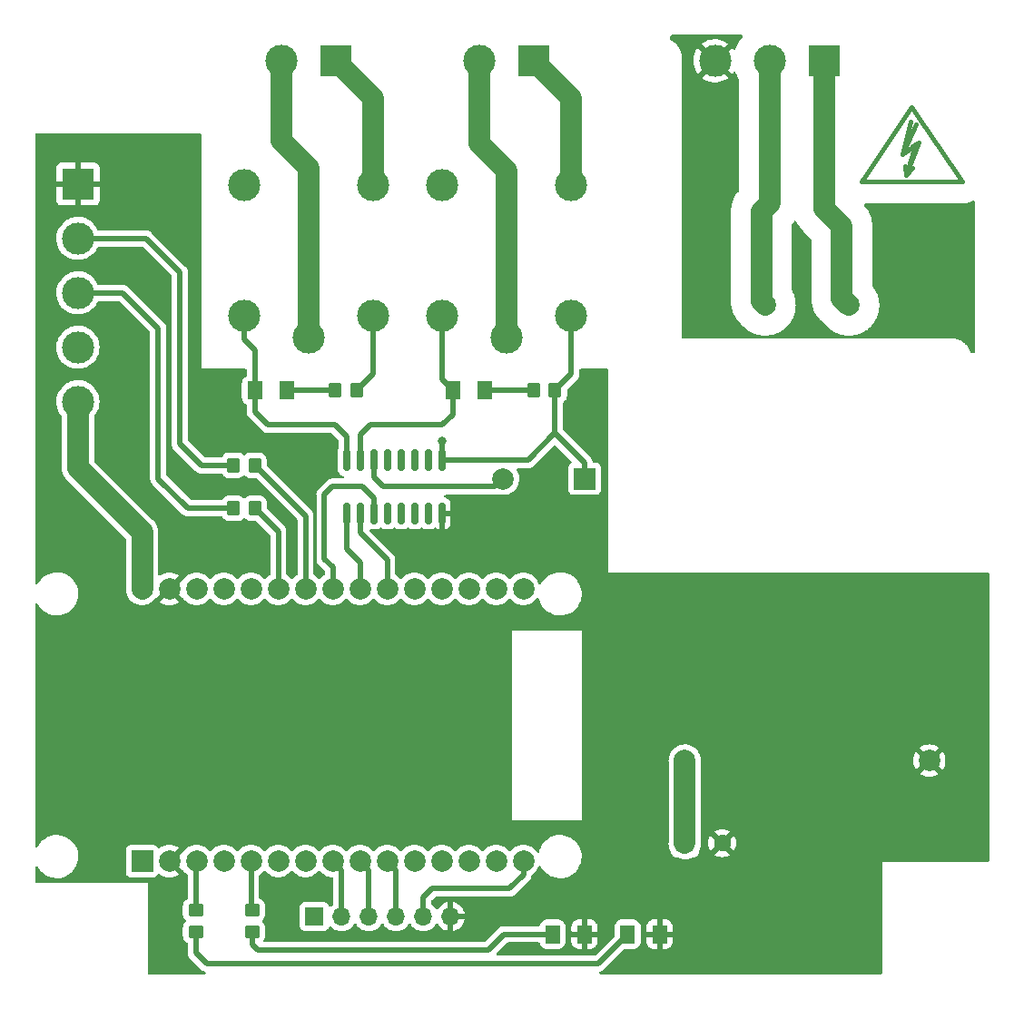
<source format=gbr>
%TF.GenerationSoftware,KiCad,Pcbnew,(6.0.7)*%
%TF.CreationDate,2022-11-19T09:32:58+05:30*%
%TF.ProjectId,ESP32_Drive,45535033-325f-4447-9269-76652e6b6963,rev?*%
%TF.SameCoordinates,Original*%
%TF.FileFunction,Copper,L1,Top*%
%TF.FilePolarity,Positive*%
%FSLAX46Y46*%
G04 Gerber Fmt 4.6, Leading zero omitted, Abs format (unit mm)*
G04 Created by KiCad (PCBNEW (6.0.7)) date 2022-11-19 09:32:58*
%MOMM*%
%LPD*%
G01*
G04 APERTURE LIST*
G04 Aperture macros list*
%AMRoundRect*
0 Rectangle with rounded corners*
0 $1 Rounding radius*
0 $2 $3 $4 $5 $6 $7 $8 $9 X,Y pos of 4 corners*
0 Add a 4 corners polygon primitive as box body*
4,1,4,$2,$3,$4,$5,$6,$7,$8,$9,$2,$3,0*
0 Add four circle primitives for the rounded corners*
1,1,$1+$1,$2,$3*
1,1,$1+$1,$4,$5*
1,1,$1+$1,$6,$7*
1,1,$1+$1,$8,$9*
0 Add four rect primitives between the rounded corners*
20,1,$1+$1,$2,$3,$4,$5,0*
20,1,$1+$1,$4,$5,$6,$7,0*
20,1,$1+$1,$6,$7,$8,$9,0*
20,1,$1+$1,$8,$9,$2,$3,0*%
G04 Aperture macros list end*
%TA.AperFunction,EtchedComponent*%
%ADD10C,0.381000*%
%TD*%
%TA.AperFunction,ComponentPad*%
%ADD11R,3.000000X3.000000*%
%TD*%
%TA.AperFunction,ComponentPad*%
%ADD12C,3.000000*%
%TD*%
%TA.AperFunction,ComponentPad*%
%ADD13R,2.000000X2.000000*%
%TD*%
%TA.AperFunction,ComponentPad*%
%ADD14C,2.000000*%
%TD*%
%TA.AperFunction,SMDPad,CuDef*%
%ADD15RoundRect,0.250001X0.462499X0.624999X-0.462499X0.624999X-0.462499X-0.624999X0.462499X-0.624999X0*%
%TD*%
%TA.AperFunction,SMDPad,CuDef*%
%ADD16RoundRect,0.250000X0.450000X-0.350000X0.450000X0.350000X-0.450000X0.350000X-0.450000X-0.350000X0*%
%TD*%
%TA.AperFunction,SMDPad,CuDef*%
%ADD17RoundRect,0.250000X0.350000X0.450000X-0.350000X0.450000X-0.350000X-0.450000X0.350000X-0.450000X0*%
%TD*%
%TA.AperFunction,SMDPad,CuDef*%
%ADD18RoundRect,0.250001X-0.462499X-0.624999X0.462499X-0.624999X0.462499X0.624999X-0.462499X0.624999X0*%
%TD*%
%TA.AperFunction,ComponentPad*%
%ADD19R,1.700000X1.700000*%
%TD*%
%TA.AperFunction,ComponentPad*%
%ADD20O,1.700000X1.700000*%
%TD*%
%TA.AperFunction,SMDPad,CuDef*%
%ADD21RoundRect,0.250000X-0.350000X-0.450000X0.350000X-0.450000X0.350000X0.450000X-0.350000X0.450000X0*%
%TD*%
%TA.AperFunction,ComponentPad*%
%ADD22R,1.600000X1.600000*%
%TD*%
%TA.AperFunction,ComponentPad*%
%ADD23C,1.600000*%
%TD*%
%TA.AperFunction,ComponentPad*%
%ADD24C,1.800000*%
%TD*%
%TA.AperFunction,SMDPad,CuDef*%
%ADD25RoundRect,0.150000X0.150000X-0.825000X0.150000X0.825000X-0.150000X0.825000X-0.150000X-0.825000X0*%
%TD*%
%TA.AperFunction,ViaPad*%
%ADD26C,0.800000*%
%TD*%
%TA.AperFunction,Conductor*%
%ADD27C,0.500000*%
%TD*%
%TA.AperFunction,Conductor*%
%ADD28C,2.000000*%
%TD*%
G04 APERTURE END LIST*
D10*
%TO.C,REF\u002A\u002A*%
X132549720Y-72150560D02*
X131752160Y-74949640D01*
X131752160Y-74949640D02*
X132951040Y-71850840D01*
X131752160Y-74949640D02*
X131650560Y-74050480D01*
X131350840Y-72950660D02*
X132549720Y-72150560D01*
X132951040Y-71850840D02*
X132351600Y-72249620D01*
X132150940Y-69950920D02*
X131350840Y-72950660D01*
X131752160Y-74949640D02*
X132351600Y-74251140D01*
X132250000Y-68559000D02*
X136949000Y-75544000D01*
X131350840Y-72950660D02*
X132651320Y-70149040D01*
X136949000Y-75544000D02*
X127551000Y-75544000D01*
X127551000Y-75544000D02*
X132250000Y-68559000D01*
%TD*%
D11*
%TO.P,J2,1,Pin_1*%
%TO.N,GND*%
X54500000Y-75750000D03*
D12*
%TO.P,J2,2,Pin_2*%
%TO.N,Net-(J2-Pad2)*%
X54500000Y-80830000D03*
%TO.P,J2,3,Pin_3*%
%TO.N,Net-(J2-Pad3)*%
X54500000Y-85910000D03*
%TO.P,J2,4,Pin_4*%
%TO.N,+3V3*%
X54500000Y-90990000D03*
%TO.P,J2,5,Pin_5*%
%TO.N,+5V*%
X54500000Y-96070000D03*
%TD*%
D13*
%TO.P,U1,1,3V3*%
%TO.N,+3V3*%
X60485000Y-138927500D03*
D14*
%TO.P,U1,2,GND*%
%TO.N,GND*%
X63025000Y-138927500D03*
%TO.P,U1,3,D15*%
%TO.N,Net-(R6-Pad2)*%
X65565000Y-138927500D03*
%TO.P,U1,4,D2*%
%TO.N,unconnected-(U1-Pad4)*%
X68105000Y-138927500D03*
%TO.P,U1,5,D4*%
%TO.N,Net-(U1-Pad5)*%
X70645000Y-138927500D03*
%TO.P,U1,6,RX2*%
%TO.N,unconnected-(U1-Pad6)*%
X73185000Y-138927500D03*
%TO.P,U1,7,TX2*%
%TO.N,unconnected-(U1-Pad7)*%
X75725000Y-138927500D03*
%TO.P,U1,8,D5*%
%TO.N,CS*%
X78265000Y-138927500D03*
%TO.P,U1,9,D18*%
%TO.N,SCK*%
X80805000Y-138927500D03*
%TO.P,U1,10,D19*%
%TO.N,MISO*%
X83345000Y-138927500D03*
%TO.P,U1,11,D21*%
%TO.N,SDA*%
X85885000Y-138927500D03*
%TO.P,U1,12,RX0*%
%TO.N,unconnected-(U1-Pad12)*%
X88425000Y-138927500D03*
%TO.P,U1,13,TX0*%
%TO.N,unconnected-(U1-Pad13)*%
X90965000Y-138927500D03*
%TO.P,U1,14,D22*%
%TO.N,SCL*%
X93505000Y-138927500D03*
%TO.P,U1,15,D23*%
%TO.N,MOSI*%
X96045000Y-138927500D03*
%TO.P,U1,16,EN*%
%TO.N,unconnected-(U1-Pad16)*%
X96045000Y-113527500D03*
%TO.P,U1,17,VP*%
%TO.N,unconnected-(U1-Pad17)*%
X93505000Y-113527500D03*
%TO.P,U1,18,VN*%
%TO.N,unconnected-(U1-Pad18)*%
X90965000Y-113527500D03*
%TO.P,U1,19,D34*%
%TO.N,unconnected-(U1-Pad19)*%
X88425000Y-113527500D03*
%TO.P,U1,20,D35*%
%TO.N,unconnected-(U1-Pad20)*%
X85885000Y-113527500D03*
%TO.P,U1,21,D32*%
%TO.N,Relay2*%
X83345000Y-113527500D03*
%TO.P,U1,22,D33*%
%TO.N,Relay1*%
X80805000Y-113527500D03*
%TO.P,U1,23,D25*%
%TO.N,Buzz*%
X78265000Y-113527500D03*
%TO.P,U1,24,D26*%
%TO.N,Inp{slash}Out_Pin*%
X75725000Y-113527500D03*
%TO.P,U1,25,D27*%
%TO.N,motorDrive_Input*%
X73185000Y-113527500D03*
%TO.P,U1,26,D14*%
%TO.N,unconnected-(U1-Pad26)*%
X70645000Y-113527500D03*
%TO.P,U1,27,D12*%
%TO.N,unconnected-(U1-Pad27)*%
X68105000Y-113527500D03*
%TO.P,U1,28,D13*%
%TO.N,unconnected-(U1-Pad28)*%
X65565000Y-113527500D03*
%TO.P,U1,29,GND*%
%TO.N,GND*%
X63025000Y-113527500D03*
%TO.P,U1,30,VIN*%
%TO.N,+5V*%
X60485000Y-113527500D03*
%TD*%
D15*
%TO.P,D4,1,K*%
%TO.N,GND*%
X108750000Y-145750000D03*
%TO.P,D4,2,A*%
%TO.N,Net-(R6-Pad1)*%
X105775000Y-145750000D03*
%TD*%
%TO.P,D3,1,K*%
%TO.N,GND*%
X101750000Y-145750000D03*
%TO.P,D3,2,A*%
%TO.N,Net-(R5-Pad1)*%
X98775000Y-145750000D03*
%TD*%
D16*
%TO.P,R6,1*%
%TO.N,Net-(R6-Pad1)*%
X65500000Y-145500000D03*
%TO.P,R6,2*%
%TO.N,Net-(R6-Pad2)*%
X65500000Y-143500000D03*
%TD*%
%TO.P,R5,1*%
%TO.N,Net-(R5-Pad1)*%
X70750000Y-145500000D03*
%TO.P,R5,2*%
%TO.N,Net-(U1-Pad5)*%
X70750000Y-143500000D03*
%TD*%
D13*
%TO.P,BZ1,1,-*%
%TO.N,+5V*%
X101750000Y-103250000D03*
D14*
%TO.P,BZ1,2,+*%
%TO.N,O3*%
X94150000Y-103250000D03*
%TD*%
D17*
%TO.P,R4,1*%
%TO.N,Inp{slash}Out_Pin*%
X71000000Y-102000000D03*
%TO.P,R4,2*%
%TO.N,Net-(J2-Pad2)*%
X69000000Y-102000000D03*
%TD*%
D11*
%TO.P,J1,1,Pin_1*%
%TO.N,/L*%
X124080000Y-64250000D03*
D12*
%TO.P,J1,2,Pin_2*%
%TO.N,/N*%
X119000000Y-64250000D03*
%TO.P,J1,3,Pin_3*%
%TO.N,Earth_Clean*%
X113920000Y-64250000D03*
%TD*%
D18*
%TO.P,D1,1,K*%
%TO.N,O1*%
X71012500Y-95000000D03*
%TO.P,D1,2,A*%
%TO.N,Net-(D1-Pad2)*%
X73987500Y-95000000D03*
%TD*%
D19*
%TO.P,J5,1,Pin_1*%
%TO.N,+3V3*%
X76550000Y-144100000D03*
D20*
%TO.P,J5,2,Pin_2*%
%TO.N,CS*%
X79090000Y-144100000D03*
%TO.P,J5,3,Pin_3*%
%TO.N,SCK*%
X81630000Y-144100000D03*
%TO.P,J5,4,Pin_4*%
%TO.N,MISO*%
X84170000Y-144100000D03*
%TO.P,J5,5,Pin_5*%
%TO.N,MOSI*%
X86710000Y-144100000D03*
%TO.P,J5,6,Pin_6*%
%TO.N,GND*%
X89250000Y-144100000D03*
%TD*%
D21*
%TO.P,R2,1*%
%TO.N,Net-(D2-Pad2)*%
X97000000Y-95000000D03*
%TO.P,R2,2*%
%TO.N,+5V*%
X99000000Y-95000000D03*
%TD*%
D22*
%TO.P,C1,1*%
%TO.N,+5V*%
X111097349Y-137250000D03*
D23*
%TO.P,C1,2*%
%TO.N,GND*%
X114597349Y-137250000D03*
%TD*%
D24*
%TO.P,RV1,1*%
%TO.N,/L*%
X125750000Y-79700000D03*
%TO.P,RV1,2*%
%TO.N,/N*%
X118250000Y-78300000D03*
%TD*%
D12*
%TO.P,K2,11*%
%TO.N,Net-(J4-Pad2)*%
X94500000Y-90050000D03*
%TO.P,K2,12*%
%TO.N,unconnected-(K2-Pad12)*%
X88500000Y-75850000D03*
%TO.P,K2,14*%
%TO.N,Net-(J4-Pad1)*%
X100500000Y-75850000D03*
%TO.P,K2,A1*%
%TO.N,+5V*%
X100500000Y-88050000D03*
%TO.P,K2,A2*%
%TO.N,O2*%
X88500000Y-88050000D03*
%TD*%
D18*
%TO.P,D2,1,K*%
%TO.N,O2*%
X89512500Y-95000000D03*
%TO.P,D2,2,A*%
%TO.N,Net-(D2-Pad2)*%
X92487500Y-95000000D03*
%TD*%
D17*
%TO.P,R3,1*%
%TO.N,motorDrive_Input*%
X71000000Y-106000000D03*
%TO.P,R3,2*%
%TO.N,Net-(J2-Pad3)*%
X69000000Y-106000000D03*
%TD*%
D25*
%TO.P,U2,1,I1*%
%TO.N,Relay1*%
X79555000Y-106475000D03*
%TO.P,U2,2,I2*%
%TO.N,Relay2*%
X80825000Y-106475000D03*
%TO.P,U2,3,I3*%
%TO.N,Buzz*%
X82095000Y-106475000D03*
%TO.P,U2,4,I4*%
%TO.N,unconnected-(U2-Pad4)*%
X83365000Y-106475000D03*
%TO.P,U2,5,I5*%
%TO.N,unconnected-(U2-Pad5)*%
X84635000Y-106475000D03*
%TO.P,U2,6,I6*%
%TO.N,unconnected-(U2-Pad6)*%
X85905000Y-106475000D03*
%TO.P,U2,7,I7*%
%TO.N,unconnected-(U2-Pad7)*%
X87175000Y-106475000D03*
%TO.P,U2,8,GND*%
%TO.N,GND*%
X88445000Y-106475000D03*
%TO.P,U2,9,COM*%
%TO.N,+5V*%
X88445000Y-101525000D03*
%TO.P,U2,10,O7*%
%TO.N,unconnected-(U2-Pad10)*%
X87175000Y-101525000D03*
%TO.P,U2,11,O6*%
%TO.N,unconnected-(U2-Pad11)*%
X85905000Y-101525000D03*
%TO.P,U2,12,O5*%
%TO.N,unconnected-(U2-Pad12)*%
X84635000Y-101525000D03*
%TO.P,U2,13,O4*%
%TO.N,unconnected-(U2-Pad13)*%
X83365000Y-101525000D03*
%TO.P,U2,14,O3*%
%TO.N,O3*%
X82095000Y-101525000D03*
%TO.P,U2,15,O2*%
%TO.N,O2*%
X80825000Y-101525000D03*
%TO.P,U2,16,O1*%
%TO.N,O1*%
X79555000Y-101525000D03*
%TD*%
D21*
%TO.P,R1,1*%
%TO.N,Net-(D1-Pad2)*%
X78500000Y-95000000D03*
%TO.P,R1,2*%
%TO.N,+5V*%
X80500000Y-95000000D03*
%TD*%
D12*
%TO.P,K1,11*%
%TO.N,Net-(J3-Pad2)*%
X76000000Y-90050000D03*
%TO.P,K1,12*%
%TO.N,unconnected-(K1-Pad12)*%
X70000000Y-75850000D03*
%TO.P,K1,14*%
%TO.N,Net-(J3-Pad1)*%
X82000000Y-75850000D03*
%TO.P,K1,A1*%
%TO.N,+5V*%
X82000000Y-88050000D03*
%TO.P,K1,A2*%
%TO.N,O1*%
X70000000Y-88050000D03*
%TD*%
D11*
%TO.P,J4,1,Pin_1*%
%TO.N,Net-(J4-Pad1)*%
X97040000Y-64250000D03*
D12*
%TO.P,J4,2,Pin_2*%
%TO.N,Net-(J4-Pad2)*%
X91960000Y-64250000D03*
%TD*%
D14*
%TO.P,PS1,1,AC/L*%
%TO.N,/L*%
X126400000Y-87050000D03*
%TO.P,PS1,2,AC/N*%
%TO.N,/N*%
X118600000Y-87050000D03*
%TO.P,PS1,3,-Vout*%
%TO.N,GND*%
X133900000Y-129550000D03*
%TO.P,PS1,4,+Vout*%
%TO.N,+5V*%
X111100000Y-129550000D03*
%TD*%
D11*
%TO.P,J3,1,Pin_1*%
%TO.N,Net-(J3-Pad1)*%
X78540000Y-64250000D03*
D12*
%TO.P,J3,2,Pin_2*%
%TO.N,Net-(J3-Pad2)*%
X73460000Y-64250000D03*
%TD*%
D26*
%TO.N,+5V*%
X88500000Y-99750000D03*
%TD*%
D27*
%TO.N,Net-(J2-Pad2)*%
X60830000Y-80830000D02*
X54500000Y-80830000D01*
X64000000Y-84000000D02*
X60830000Y-80830000D01*
%TO.N,Net-(J2-Pad3)*%
X62000000Y-89250000D02*
X58660000Y-85910000D01*
X58660000Y-85910000D02*
X54500000Y-85910000D01*
X69000000Y-106000000D02*
X64750000Y-106000000D01*
X64750000Y-106000000D02*
X62000000Y-103250000D01*
X62000000Y-103250000D02*
X62000000Y-89250000D01*
D28*
%TO.N,+5V*%
X54500000Y-102250000D02*
X54500000Y-96070000D01*
X60485000Y-108235000D02*
X54500000Y-102250000D01*
X60485000Y-113527500D02*
X60485000Y-108235000D01*
D27*
%TO.N,Net-(J2-Pad2)*%
X69000000Y-102000000D02*
X66000000Y-102000000D01*
X64000000Y-100000000D02*
X64000000Y-84000000D01*
X66000000Y-102000000D02*
X64000000Y-100000000D01*
%TO.N,Net-(R6-Pad1)*%
X103025000Y-148500000D02*
X105775000Y-145750000D01*
X66500000Y-148500000D02*
X103025000Y-148500000D01*
%TO.N,Net-(R5-Pad1)*%
X71250000Y-147250000D02*
X70750000Y-146750000D01*
X70750000Y-146750000D02*
X70750000Y-145500000D01*
X92750000Y-147250000D02*
X71250000Y-147250000D01*
X94250000Y-145750000D02*
X92750000Y-147250000D01*
X98775000Y-145750000D02*
X94250000Y-145750000D01*
%TO.N,Net-(R6-Pad1)*%
X65500000Y-147500000D02*
X66500000Y-148500000D01*
X65500000Y-145500000D02*
X65500000Y-147500000D01*
%TO.N,Net-(U1-Pad5)*%
X70645000Y-143395000D02*
X70750000Y-143500000D01*
X70645000Y-138927500D02*
X70645000Y-143395000D01*
%TO.N,Net-(R6-Pad2)*%
X65500000Y-138992500D02*
X65565000Y-138927500D01*
X65500000Y-143500000D02*
X65500000Y-138992500D01*
%TO.N,+5V*%
X101750000Y-101750000D02*
X99000000Y-99000000D01*
X101750000Y-103250000D02*
X101750000Y-101750000D01*
%TO.N,O3*%
X83000000Y-104000000D02*
X93400000Y-104000000D01*
X93400000Y-104000000D02*
X94150000Y-103250000D01*
X82095000Y-103095000D02*
X83000000Y-104000000D01*
X82095000Y-101525000D02*
X82095000Y-103095000D01*
%TO.N,Buzz*%
X82095000Y-105095000D02*
X82095000Y-106475000D01*
X81000000Y-104000000D02*
X82095000Y-105095000D01*
X78250000Y-104000000D02*
X81000000Y-104000000D01*
X77500000Y-104750000D02*
X78250000Y-104000000D01*
X77500000Y-110750000D02*
X77500000Y-104750000D01*
X78265000Y-111515000D02*
X77500000Y-110750000D01*
X78265000Y-113527500D02*
X78265000Y-111515000D01*
D28*
%TO.N,+5V*%
X111100000Y-137247349D02*
X111097349Y-137250000D01*
X111100000Y-129550000D02*
X111100000Y-137247349D01*
D27*
X99000000Y-95000000D02*
X99000000Y-99000000D01*
X88445000Y-99805000D02*
X88500000Y-99750000D01*
X80500000Y-95000000D02*
X82000000Y-93500000D01*
X96475000Y-101525000D02*
X88445000Y-101525000D01*
X100500000Y-93500000D02*
X100500000Y-88050000D01*
X82000000Y-93500000D02*
X82000000Y-88050000D01*
X99000000Y-99000000D02*
X96475000Y-101525000D01*
X88445000Y-101525000D02*
X88445000Y-99805000D01*
X99000000Y-95000000D02*
X100500000Y-93500000D01*
%TO.N,O2*%
X89512500Y-95000000D02*
X88500000Y-93987500D01*
X88500000Y-93987500D02*
X88500000Y-88050000D01*
X81750000Y-98250000D02*
X88500000Y-98250000D01*
X80825000Y-99175000D02*
X81750000Y-98250000D01*
X80825000Y-101525000D02*
X80825000Y-99175000D01*
X88500000Y-98250000D02*
X89512500Y-97237500D01*
X89512500Y-97237500D02*
X89512500Y-95000000D01*
%TO.N,Net-(D1-Pad2)*%
X73987500Y-95000000D02*
X78500000Y-95000000D01*
%TO.N,O1*%
X71012500Y-95000000D02*
X71012500Y-91262500D01*
X70000000Y-90250000D02*
X70000000Y-88050000D01*
X71012500Y-97012500D02*
X71012500Y-95000000D01*
X71012500Y-91262500D02*
X70000000Y-90250000D01*
X79555000Y-99305000D02*
X78500000Y-98250000D01*
X79555000Y-101525000D02*
X79555000Y-99305000D01*
X72250000Y-98250000D02*
X71012500Y-97012500D01*
X78500000Y-98250000D02*
X72250000Y-98250000D01*
%TO.N,Net-(D2-Pad2)*%
X92487500Y-95000000D02*
X97000000Y-95000000D01*
D28*
%TO.N,Net-(J3-Pad1)*%
X82000000Y-75850000D02*
X82000000Y-67710000D01*
X82000000Y-67710000D02*
X78540000Y-64250000D01*
%TO.N,Net-(J3-Pad2)*%
X76000000Y-90050000D02*
X76000000Y-74250000D01*
X76000000Y-74250000D02*
X73460000Y-71710000D01*
X73460000Y-71710000D02*
X73460000Y-64250000D01*
%TO.N,Net-(J4-Pad1)*%
X100500000Y-67710000D02*
X97040000Y-64250000D01*
X100500000Y-75850000D02*
X100500000Y-67710000D01*
%TO.N,Net-(J4-Pad2)*%
X94500000Y-90050000D02*
X94500000Y-74500000D01*
X91960000Y-71960000D02*
X91960000Y-64250000D01*
X94500000Y-74500000D02*
X91960000Y-71960000D01*
D27*
%TO.N,motorDrive_Input*%
X73185000Y-108185000D02*
X73185000Y-113527500D01*
X71000000Y-106000000D02*
X73185000Y-108185000D01*
%TO.N,Relay1*%
X79555000Y-109805000D02*
X80805000Y-111055000D01*
X80805000Y-111055000D02*
X80805000Y-113527500D01*
X79555000Y-106475000D02*
X79555000Y-109805000D01*
%TO.N,Relay2*%
X80825000Y-106475000D02*
X80825000Y-108325000D01*
X83345000Y-110845000D02*
X83345000Y-113527500D01*
X80825000Y-108325000D02*
X83345000Y-110845000D01*
%TO.N,Inp{slash}Out_Pin*%
X75725000Y-106725000D02*
X75725000Y-113527500D01*
X71000000Y-102000000D02*
X75725000Y-106725000D01*
%TO.N,CS*%
X79090000Y-144100000D02*
X79090000Y-139752500D01*
X79090000Y-139752500D02*
X78265000Y-138927500D01*
%TO.N,SCK*%
X81630000Y-139752500D02*
X80805000Y-138927500D01*
X81630000Y-144100000D02*
X81630000Y-139752500D01*
%TO.N,MISO*%
X84170000Y-144100000D02*
X84170000Y-139752500D01*
X84170000Y-139752500D02*
X83345000Y-138927500D01*
%TO.N,MOSI*%
X86710000Y-144100000D02*
X86710000Y-142290000D01*
X96045000Y-140205000D02*
X96045000Y-138927500D01*
X94750000Y-141500000D02*
X96045000Y-140205000D01*
X86710000Y-142290000D02*
X87500000Y-141500000D01*
X87500000Y-141500000D02*
X94750000Y-141500000D01*
D28*
%TO.N,/N*%
X119000000Y-77550000D02*
X118250000Y-78300000D01*
X118250000Y-78300000D02*
X118250000Y-86700000D01*
X118250000Y-86700000D02*
X118600000Y-87050000D01*
X119000000Y-64250000D02*
X119000000Y-77550000D01*
%TO.N,/L*%
X124080000Y-64250000D02*
X124080000Y-78030000D01*
X124080000Y-78030000D02*
X125750000Y-79700000D01*
X125750000Y-86400000D02*
X126400000Y-87050000D01*
X125750000Y-79700000D02*
X125750000Y-86400000D01*
%TD*%
%TA.AperFunction,Conductor*%
%TO.N,GND*%
G36*
X65942121Y-71020002D02*
G01*
X65988614Y-71073658D01*
X66000000Y-71126000D01*
X66000000Y-93000000D01*
X70128000Y-93000000D01*
X70196121Y-93020002D01*
X70242614Y-93073658D01*
X70254000Y-93126000D01*
X70254000Y-93595955D01*
X70233998Y-93664076D01*
X70194307Y-93703096D01*
X70075652Y-93776522D01*
X70070479Y-93781704D01*
X70050456Y-93801762D01*
X69950695Y-93901697D01*
X69946855Y-93907927D01*
X69946854Y-93907928D01*
X69866514Y-94038264D01*
X69857885Y-94052262D01*
X69802203Y-94220139D01*
X69801503Y-94226975D01*
X69801502Y-94226978D01*
X69800014Y-94241500D01*
X69791500Y-94324600D01*
X69791500Y-95675400D01*
X69791837Y-95678646D01*
X69791837Y-95678650D01*
X69801600Y-95772738D01*
X69802474Y-95781165D01*
X69804655Y-95787701D01*
X69804655Y-95787703D01*
X69823715Y-95844833D01*
X69858450Y-95948945D01*
X69951522Y-96099348D01*
X70076697Y-96224305D01*
X70194117Y-96296684D01*
X70241609Y-96349455D01*
X70254000Y-96403943D01*
X70254000Y-96945430D01*
X70252567Y-96964380D01*
X70249301Y-96985849D01*
X70249894Y-96993141D01*
X70249894Y-96993144D01*
X70253585Y-97038518D01*
X70254000Y-97048733D01*
X70254000Y-97056793D01*
X70254425Y-97060437D01*
X70257289Y-97085007D01*
X70257722Y-97089382D01*
X70263640Y-97162137D01*
X70265896Y-97169101D01*
X70267087Y-97175060D01*
X70268471Y-97180915D01*
X70269318Y-97188181D01*
X70294235Y-97256827D01*
X70295652Y-97260955D01*
X70315019Y-97320736D01*
X70318149Y-97330399D01*
X70321945Y-97336654D01*
X70324451Y-97342128D01*
X70327170Y-97347558D01*
X70329667Y-97354437D01*
X70333680Y-97360557D01*
X70333680Y-97360558D01*
X70369686Y-97415476D01*
X70372023Y-97419180D01*
X70409905Y-97481607D01*
X70413621Y-97485815D01*
X70413622Y-97485816D01*
X70417303Y-97489984D01*
X70417276Y-97490008D01*
X70419929Y-97493000D01*
X70422632Y-97496233D01*
X70426644Y-97502352D01*
X70431956Y-97507384D01*
X70482883Y-97555628D01*
X70485325Y-97558006D01*
X71666230Y-98738911D01*
X71678616Y-98753323D01*
X71687149Y-98764918D01*
X71687154Y-98764923D01*
X71691492Y-98770818D01*
X71697070Y-98775557D01*
X71697073Y-98775560D01*
X71731768Y-98805035D01*
X71739284Y-98811965D01*
X71744979Y-98817660D01*
X71747861Y-98819940D01*
X71767251Y-98835281D01*
X71770655Y-98838072D01*
X71820703Y-98880591D01*
X71826285Y-98885333D01*
X71832801Y-98888661D01*
X71837850Y-98892028D01*
X71842979Y-98895195D01*
X71848716Y-98899734D01*
X71914875Y-98930655D01*
X71918769Y-98932558D01*
X71983808Y-98965769D01*
X71990916Y-98967508D01*
X71996559Y-98969607D01*
X72002322Y-98971524D01*
X72008950Y-98974622D01*
X72016112Y-98976112D01*
X72016113Y-98976112D01*
X72080412Y-98989486D01*
X72084696Y-98990456D01*
X72155610Y-99007808D01*
X72161212Y-99008156D01*
X72161215Y-99008156D01*
X72166764Y-99008500D01*
X72166762Y-99008536D01*
X72170755Y-99008775D01*
X72174947Y-99009149D01*
X72182115Y-99010640D01*
X72259520Y-99008546D01*
X72262928Y-99008500D01*
X78133629Y-99008500D01*
X78201750Y-99028502D01*
X78222724Y-99045405D01*
X78759595Y-99582276D01*
X78793621Y-99644588D01*
X78796500Y-99671371D01*
X78796500Y-100416246D01*
X78791497Y-100451398D01*
X78764157Y-100545506D01*
X78749438Y-100596169D01*
X78746500Y-100633498D01*
X78746500Y-102416502D01*
X78749438Y-102453831D01*
X78763817Y-102503323D01*
X78784543Y-102574663D01*
X78795855Y-102613601D01*
X78799892Y-102620427D01*
X78876509Y-102749980D01*
X78876511Y-102749983D01*
X78880547Y-102756807D01*
X78998193Y-102874453D01*
X79005017Y-102878489D01*
X79005020Y-102878491D01*
X79101957Y-102935819D01*
X79141399Y-102959145D01*
X79149010Y-102961356D01*
X79149012Y-102961357D01*
X79263103Y-102994503D01*
X79322938Y-103032716D01*
X79352616Y-103097212D01*
X79342713Y-103167514D01*
X79296373Y-103221303D01*
X79227950Y-103241500D01*
X78317069Y-103241500D01*
X78298121Y-103240067D01*
X78290780Y-103238950D01*
X78283883Y-103237901D01*
X78283881Y-103237901D01*
X78276651Y-103236801D01*
X78269359Y-103237394D01*
X78269356Y-103237394D01*
X78223982Y-103241085D01*
X78213767Y-103241500D01*
X78205707Y-103241500D01*
X78192417Y-103243049D01*
X78177493Y-103244789D01*
X78173118Y-103245222D01*
X78107661Y-103250546D01*
X78107658Y-103250547D01*
X78100363Y-103251140D01*
X78093399Y-103253396D01*
X78087440Y-103254587D01*
X78081585Y-103255971D01*
X78074319Y-103256818D01*
X78005673Y-103281735D01*
X78001545Y-103283152D01*
X77939064Y-103303393D01*
X77939062Y-103303394D01*
X77932101Y-103305649D01*
X77925846Y-103309445D01*
X77920372Y-103311951D01*
X77914942Y-103314670D01*
X77908063Y-103317167D01*
X77901943Y-103321180D01*
X77901942Y-103321180D01*
X77847024Y-103357186D01*
X77843320Y-103359523D01*
X77780893Y-103397405D01*
X77772516Y-103404803D01*
X77772492Y-103404776D01*
X77769500Y-103407429D01*
X77766267Y-103410132D01*
X77760148Y-103414144D01*
X77755116Y-103419456D01*
X77706872Y-103470383D01*
X77704494Y-103472825D01*
X77011089Y-104166230D01*
X76996677Y-104178616D01*
X76985082Y-104187149D01*
X76985077Y-104187154D01*
X76979182Y-104191492D01*
X76974443Y-104197070D01*
X76974440Y-104197073D01*
X76944965Y-104231768D01*
X76938035Y-104239284D01*
X76932340Y-104244979D01*
X76930060Y-104247861D01*
X76914719Y-104267251D01*
X76911928Y-104270655D01*
X76891486Y-104294717D01*
X76864667Y-104326285D01*
X76861339Y-104332801D01*
X76857972Y-104337850D01*
X76854805Y-104342979D01*
X76850266Y-104348716D01*
X76819345Y-104414875D01*
X76817442Y-104418769D01*
X76784231Y-104483808D01*
X76782492Y-104490916D01*
X76780393Y-104496559D01*
X76778476Y-104502322D01*
X76775378Y-104508950D01*
X76773888Y-104516112D01*
X76773888Y-104516113D01*
X76760514Y-104580412D01*
X76759544Y-104584696D01*
X76742192Y-104655610D01*
X76741500Y-104666764D01*
X76741464Y-104666762D01*
X76741225Y-104670755D01*
X76740851Y-104674947D01*
X76739360Y-104682115D01*
X76739946Y-104703767D01*
X76741454Y-104759521D01*
X76741500Y-104762928D01*
X76741500Y-110682930D01*
X76740067Y-110701880D01*
X76738366Y-110713063D01*
X76736801Y-110723349D01*
X76737394Y-110730641D01*
X76737394Y-110730644D01*
X76741085Y-110776018D01*
X76741500Y-110786233D01*
X76741500Y-110794293D01*
X76741925Y-110797937D01*
X76744789Y-110822507D01*
X76745222Y-110826882D01*
X76748928Y-110872440D01*
X76751140Y-110899637D01*
X76753396Y-110906601D01*
X76754587Y-110912560D01*
X76755971Y-110918415D01*
X76756818Y-110925681D01*
X76781735Y-110994327D01*
X76783152Y-110998455D01*
X76798520Y-111045892D01*
X76805649Y-111067899D01*
X76809445Y-111074154D01*
X76811951Y-111079628D01*
X76814670Y-111085058D01*
X76817167Y-111091937D01*
X76821180Y-111098057D01*
X76821180Y-111098058D01*
X76857186Y-111152976D01*
X76859523Y-111156680D01*
X76897405Y-111219107D01*
X76901121Y-111223315D01*
X76901122Y-111223316D01*
X76904803Y-111227484D01*
X76904776Y-111227508D01*
X76907429Y-111230500D01*
X76910132Y-111233733D01*
X76914144Y-111239852D01*
X76919456Y-111244884D01*
X76970383Y-111293128D01*
X76972825Y-111295506D01*
X77469595Y-111792276D01*
X77503621Y-111854588D01*
X77506500Y-111881371D01*
X77506500Y-112152535D01*
X77486498Y-112220656D01*
X77446337Y-112259966D01*
X77375584Y-112303324D01*
X77371822Y-112306537D01*
X77301862Y-112366289D01*
X77195031Y-112457531D01*
X77191823Y-112461287D01*
X77191818Y-112461292D01*
X77090811Y-112579556D01*
X77031361Y-112618366D01*
X76960366Y-112618872D01*
X76899189Y-112579556D01*
X76798182Y-112461292D01*
X76798177Y-112461287D01*
X76794969Y-112457531D01*
X76688139Y-112366289D01*
X76618178Y-112306537D01*
X76614416Y-112303324D01*
X76543664Y-112259967D01*
X76496033Y-112207319D01*
X76483500Y-112152535D01*
X76483500Y-106792070D01*
X76484933Y-106773120D01*
X76487099Y-106758885D01*
X76487099Y-106758881D01*
X76488199Y-106751651D01*
X76487289Y-106740457D01*
X76483915Y-106698982D01*
X76483500Y-106688767D01*
X76483500Y-106680707D01*
X76480211Y-106652493D01*
X76479778Y-106648118D01*
X76474454Y-106582661D01*
X76474453Y-106582658D01*
X76473860Y-106575363D01*
X76471604Y-106568399D01*
X76470413Y-106562440D01*
X76469029Y-106556585D01*
X76468182Y-106549319D01*
X76443265Y-106480673D01*
X76441848Y-106476545D01*
X76421607Y-106414064D01*
X76421606Y-106414062D01*
X76419351Y-106407101D01*
X76415555Y-106400846D01*
X76413049Y-106395372D01*
X76410330Y-106389942D01*
X76407833Y-106383063D01*
X76367814Y-106322024D01*
X76365467Y-106318305D01*
X76327595Y-106255893D01*
X76320197Y-106247516D01*
X76320224Y-106247492D01*
X76317571Y-106244500D01*
X76314868Y-106241267D01*
X76310856Y-106235148D01*
X76254617Y-106181872D01*
X76252175Y-106179494D01*
X72145405Y-102072724D01*
X72111379Y-102010412D01*
X72108500Y-101983629D01*
X72108500Y-101499600D01*
X72102219Y-101439064D01*
X72098238Y-101400692D01*
X72098237Y-101400688D01*
X72097526Y-101393834D01*
X72080671Y-101343312D01*
X72043868Y-101233002D01*
X72041550Y-101226054D01*
X71948478Y-101075652D01*
X71823303Y-100950695D01*
X71817072Y-100946854D01*
X71678968Y-100861725D01*
X71678966Y-100861724D01*
X71672738Y-100857885D01*
X71512254Y-100804655D01*
X71511389Y-100804368D01*
X71511387Y-100804368D01*
X71504861Y-100802203D01*
X71498025Y-100801503D01*
X71498022Y-100801502D01*
X71454969Y-100797091D01*
X71400400Y-100791500D01*
X70599600Y-100791500D01*
X70596354Y-100791837D01*
X70596350Y-100791837D01*
X70500692Y-100801762D01*
X70500688Y-100801763D01*
X70493834Y-100802474D01*
X70487298Y-100804655D01*
X70487296Y-100804655D01*
X70355194Y-100848728D01*
X70326054Y-100858450D01*
X70175652Y-100951522D01*
X70170479Y-100956704D01*
X70089216Y-101038109D01*
X70026934Y-101072188D01*
X69956114Y-101067185D01*
X69911025Y-101038264D01*
X69828483Y-100955866D01*
X69823303Y-100950695D01*
X69817072Y-100946854D01*
X69678968Y-100861725D01*
X69678966Y-100861724D01*
X69672738Y-100857885D01*
X69512254Y-100804655D01*
X69511389Y-100804368D01*
X69511387Y-100804368D01*
X69504861Y-100802203D01*
X69498025Y-100801503D01*
X69498022Y-100801502D01*
X69454969Y-100797091D01*
X69400400Y-100791500D01*
X68599600Y-100791500D01*
X68596354Y-100791837D01*
X68596350Y-100791837D01*
X68500692Y-100801762D01*
X68500688Y-100801763D01*
X68493834Y-100802474D01*
X68487298Y-100804655D01*
X68487296Y-100804655D01*
X68355194Y-100848728D01*
X68326054Y-100858450D01*
X68175652Y-100951522D01*
X68050695Y-101076697D01*
X68046855Y-101082927D01*
X68046854Y-101082928D01*
X67986022Y-101181616D01*
X67933250Y-101229109D01*
X67878762Y-101241500D01*
X66366371Y-101241500D01*
X66298250Y-101221498D01*
X66277276Y-101204595D01*
X64795405Y-99722724D01*
X64761379Y-99660412D01*
X64758500Y-99633629D01*
X64758500Y-84067070D01*
X64759933Y-84048120D01*
X64762099Y-84033885D01*
X64762099Y-84033881D01*
X64763199Y-84026651D01*
X64762319Y-84015825D01*
X64758915Y-83973982D01*
X64758500Y-83963767D01*
X64758500Y-83955707D01*
X64756264Y-83936525D01*
X64755211Y-83927493D01*
X64754778Y-83923118D01*
X64749454Y-83857661D01*
X64749453Y-83857658D01*
X64748860Y-83850363D01*
X64746604Y-83843399D01*
X64745413Y-83837440D01*
X64744029Y-83831585D01*
X64743182Y-83824319D01*
X64718265Y-83755673D01*
X64716848Y-83751545D01*
X64696607Y-83689064D01*
X64696606Y-83689062D01*
X64694351Y-83682101D01*
X64690555Y-83675846D01*
X64688049Y-83670372D01*
X64685330Y-83664942D01*
X64682833Y-83658063D01*
X64642814Y-83597024D01*
X64640467Y-83593305D01*
X64602595Y-83530893D01*
X64595197Y-83522516D01*
X64595224Y-83522492D01*
X64592571Y-83519500D01*
X64589868Y-83516267D01*
X64585856Y-83510148D01*
X64529617Y-83456872D01*
X64527175Y-83454494D01*
X61413770Y-80341089D01*
X61401384Y-80326677D01*
X61392851Y-80315082D01*
X61392846Y-80315077D01*
X61388508Y-80309182D01*
X61382930Y-80304443D01*
X61382927Y-80304440D01*
X61348232Y-80274965D01*
X61340716Y-80268035D01*
X61335021Y-80262340D01*
X61328880Y-80257482D01*
X61312749Y-80244719D01*
X61309345Y-80241928D01*
X61259297Y-80199409D01*
X61259295Y-80199408D01*
X61253715Y-80194667D01*
X61247199Y-80191339D01*
X61242150Y-80187972D01*
X61237021Y-80184805D01*
X61231284Y-80180266D01*
X61165125Y-80149345D01*
X61161225Y-80147439D01*
X61096192Y-80114231D01*
X61089084Y-80112492D01*
X61083441Y-80110393D01*
X61077678Y-80108476D01*
X61071050Y-80105378D01*
X60999583Y-80090513D01*
X60995299Y-80089543D01*
X60924390Y-80072192D01*
X60918788Y-80071844D01*
X60918785Y-80071844D01*
X60913236Y-80071500D01*
X60913238Y-80071464D01*
X60909245Y-80071225D01*
X60905053Y-80070851D01*
X60897885Y-80069360D01*
X60831675Y-80071151D01*
X60820479Y-80071454D01*
X60817072Y-80071500D01*
X56445557Y-80071500D01*
X56377436Y-80051498D01*
X56333591Y-80003290D01*
X56223978Y-79790919D01*
X56223978Y-79790918D01*
X56222013Y-79787112D01*
X56212040Y-79772921D01*
X56067008Y-79566562D01*
X56064545Y-79563057D01*
X55966953Y-79458035D01*
X55881046Y-79365588D01*
X55881043Y-79365585D01*
X55878125Y-79362445D01*
X55874810Y-79359731D01*
X55874806Y-79359728D01*
X55669523Y-79191706D01*
X55666205Y-79188990D01*
X55478905Y-79074213D01*
X55436366Y-79048145D01*
X55436365Y-79048145D01*
X55432704Y-79045901D01*
X55428768Y-79044173D01*
X55185873Y-78937549D01*
X55185869Y-78937548D01*
X55181945Y-78935825D01*
X54918566Y-78860800D01*
X54914324Y-78860196D01*
X54914318Y-78860195D01*
X54713834Y-78831662D01*
X54647443Y-78822213D01*
X54503589Y-78821460D01*
X54377877Y-78820802D01*
X54377871Y-78820802D01*
X54373591Y-78820780D01*
X54369347Y-78821339D01*
X54369343Y-78821339D01*
X54250302Y-78837011D01*
X54102078Y-78856525D01*
X54097938Y-78857658D01*
X54097936Y-78857658D01*
X54062720Y-78867292D01*
X53837928Y-78928788D01*
X53833980Y-78930472D01*
X53589982Y-79034546D01*
X53589978Y-79034548D01*
X53586030Y-79036232D01*
X53522568Y-79074213D01*
X53354725Y-79174664D01*
X53354721Y-79174667D01*
X53351043Y-79176868D01*
X53137318Y-79348094D01*
X53032988Y-79458035D01*
X52955544Y-79539644D01*
X52948808Y-79546742D01*
X52789002Y-79769136D01*
X52660857Y-80011161D01*
X52659385Y-80015184D01*
X52659383Y-80015188D01*
X52568214Y-80264317D01*
X52566743Y-80268337D01*
X52508404Y-80535907D01*
X52486917Y-80808918D01*
X52502682Y-81082320D01*
X52503507Y-81086525D01*
X52503508Y-81086533D01*
X52533917Y-81241526D01*
X52555405Y-81351053D01*
X52556792Y-81355103D01*
X52556793Y-81355108D01*
X52642723Y-81606088D01*
X52644112Y-81610144D01*
X52767160Y-81854799D01*
X52769586Y-81858328D01*
X52769589Y-81858334D01*
X52919843Y-82076953D01*
X52922274Y-82080490D01*
X53106582Y-82283043D01*
X53316675Y-82458707D01*
X53320316Y-82460991D01*
X53545024Y-82601951D01*
X53545028Y-82601953D01*
X53548664Y-82604234D01*
X53616544Y-82634883D01*
X53794345Y-82715164D01*
X53794349Y-82715166D01*
X53798257Y-82716930D01*
X53802377Y-82718150D01*
X53802376Y-82718150D01*
X54056723Y-82793491D01*
X54056727Y-82793492D01*
X54060836Y-82794709D01*
X54065070Y-82795357D01*
X54065075Y-82795358D01*
X54327298Y-82835483D01*
X54327300Y-82835483D01*
X54331540Y-82836132D01*
X54470912Y-82838322D01*
X54601071Y-82840367D01*
X54601077Y-82840367D01*
X54605362Y-82840434D01*
X54877235Y-82807534D01*
X55142127Y-82738041D01*
X55146087Y-82736401D01*
X55146092Y-82736399D01*
X55268632Y-82685641D01*
X55395136Y-82633241D01*
X55631582Y-82495073D01*
X55847089Y-82326094D01*
X55888809Y-82283043D01*
X56034686Y-82132509D01*
X56037669Y-82129431D01*
X56040202Y-82125983D01*
X56040206Y-82125978D01*
X56197257Y-81912178D01*
X56199795Y-81908723D01*
X56227154Y-81858334D01*
X56328420Y-81671827D01*
X56328423Y-81671820D01*
X56330468Y-81668054D01*
X56331986Y-81664037D01*
X56332895Y-81662051D01*
X56379438Y-81608439D01*
X56447460Y-81588500D01*
X60463629Y-81588500D01*
X60531750Y-81608502D01*
X60552724Y-81625405D01*
X63204595Y-84277276D01*
X63238621Y-84339588D01*
X63241500Y-84366371D01*
X63241500Y-99932930D01*
X63240067Y-99951880D01*
X63236801Y-99973349D01*
X63237394Y-99980641D01*
X63237394Y-99980644D01*
X63241085Y-100026018D01*
X63241500Y-100036233D01*
X63241500Y-100044293D01*
X63241925Y-100047937D01*
X63244789Y-100072507D01*
X63245222Y-100076882D01*
X63249772Y-100132815D01*
X63251140Y-100149637D01*
X63253396Y-100156601D01*
X63254587Y-100162560D01*
X63255971Y-100168415D01*
X63256818Y-100175681D01*
X63281735Y-100244327D01*
X63283152Y-100248455D01*
X63293768Y-100281223D01*
X63305649Y-100317899D01*
X63309445Y-100324154D01*
X63311951Y-100329628D01*
X63314670Y-100335058D01*
X63317167Y-100341937D01*
X63321180Y-100348057D01*
X63321180Y-100348058D01*
X63357186Y-100402976D01*
X63359523Y-100406680D01*
X63397405Y-100469107D01*
X63401121Y-100473315D01*
X63401122Y-100473316D01*
X63404803Y-100477484D01*
X63404776Y-100477508D01*
X63407429Y-100480500D01*
X63410132Y-100483733D01*
X63414144Y-100489852D01*
X63419456Y-100494884D01*
X63470383Y-100543128D01*
X63472825Y-100545506D01*
X65416230Y-102488911D01*
X65428616Y-102503323D01*
X65437149Y-102514918D01*
X65437154Y-102514923D01*
X65441492Y-102520818D01*
X65447070Y-102525557D01*
X65447073Y-102525560D01*
X65481768Y-102555035D01*
X65489284Y-102561965D01*
X65494979Y-102567660D01*
X65497861Y-102569940D01*
X65517251Y-102585281D01*
X65520655Y-102588072D01*
X65570703Y-102630591D01*
X65576285Y-102635333D01*
X65582801Y-102638661D01*
X65587850Y-102642028D01*
X65592979Y-102645195D01*
X65598716Y-102649734D01*
X65664875Y-102680655D01*
X65668769Y-102682558D01*
X65733808Y-102715769D01*
X65740916Y-102717508D01*
X65746559Y-102719607D01*
X65752322Y-102721524D01*
X65758950Y-102724622D01*
X65766112Y-102726112D01*
X65766113Y-102726112D01*
X65830412Y-102739486D01*
X65834696Y-102740456D01*
X65905610Y-102757808D01*
X65911212Y-102758156D01*
X65911215Y-102758156D01*
X65916764Y-102758500D01*
X65916762Y-102758536D01*
X65920755Y-102758775D01*
X65924947Y-102759149D01*
X65932115Y-102760640D01*
X66009520Y-102758546D01*
X66012928Y-102758500D01*
X67878689Y-102758500D01*
X67946810Y-102778502D01*
X67985833Y-102818196D01*
X68051522Y-102924348D01*
X68176697Y-103049305D01*
X68182927Y-103053145D01*
X68182928Y-103053146D01*
X68320090Y-103137694D01*
X68327262Y-103142115D01*
X68403838Y-103167514D01*
X68488611Y-103195632D01*
X68488613Y-103195632D01*
X68495139Y-103197797D01*
X68501975Y-103198497D01*
X68501978Y-103198498D01*
X68545031Y-103202909D01*
X68599600Y-103208500D01*
X69400400Y-103208500D01*
X69403646Y-103208163D01*
X69403650Y-103208163D01*
X69499308Y-103198238D01*
X69499312Y-103198237D01*
X69506166Y-103197526D01*
X69512702Y-103195345D01*
X69512704Y-103195345D01*
X69644806Y-103151272D01*
X69673946Y-103141550D01*
X69824348Y-103048478D01*
X69910784Y-102961891D01*
X69973066Y-102927812D01*
X70043886Y-102932815D01*
X70088976Y-102961736D01*
X70176697Y-103049305D01*
X70182927Y-103053145D01*
X70182928Y-103053146D01*
X70320090Y-103137694D01*
X70327262Y-103142115D01*
X70403838Y-103167514D01*
X70488611Y-103195632D01*
X70488613Y-103195632D01*
X70495139Y-103197797D01*
X70501975Y-103198497D01*
X70501978Y-103198498D01*
X70545031Y-103202909D01*
X70599600Y-103208500D01*
X71083629Y-103208500D01*
X71151750Y-103228502D01*
X71172724Y-103245405D01*
X74929595Y-107002276D01*
X74963621Y-107064588D01*
X74966500Y-107091371D01*
X74966500Y-112152535D01*
X74946498Y-112220656D01*
X74906337Y-112259966D01*
X74835584Y-112303324D01*
X74831822Y-112306537D01*
X74761862Y-112366289D01*
X74655031Y-112457531D01*
X74651823Y-112461287D01*
X74651818Y-112461292D01*
X74550811Y-112579556D01*
X74491361Y-112618366D01*
X74420366Y-112618872D01*
X74359189Y-112579556D01*
X74258182Y-112461292D01*
X74258177Y-112461287D01*
X74254969Y-112457531D01*
X74148139Y-112366289D01*
X74078178Y-112306537D01*
X74074416Y-112303324D01*
X74003664Y-112259967D01*
X73956033Y-112207319D01*
X73943500Y-112152535D01*
X73943500Y-108252070D01*
X73944933Y-108233120D01*
X73947099Y-108218885D01*
X73947099Y-108218881D01*
X73948199Y-108211651D01*
X73943915Y-108158982D01*
X73943500Y-108148767D01*
X73943500Y-108140707D01*
X73940209Y-108112480D01*
X73939778Y-108108121D01*
X73934454Y-108042662D01*
X73934453Y-108042659D01*
X73933860Y-108035364D01*
X73931604Y-108028400D01*
X73930417Y-108022461D01*
X73929030Y-108016590D01*
X73928182Y-108009319D01*
X73925686Y-108002443D01*
X73925684Y-108002434D01*
X73903275Y-107940702D01*
X73901865Y-107936598D01*
X73879352Y-107867101D01*
X73875556Y-107860846D01*
X73873057Y-107855387D01*
X73870329Y-107849939D01*
X73867833Y-107843063D01*
X73827805Y-107782010D01*
X73825481Y-107778327D01*
X73815701Y-107762209D01*
X73794365Y-107727049D01*
X73790504Y-107720686D01*
X73790501Y-107720682D01*
X73787595Y-107715893D01*
X73780197Y-107707517D01*
X73780224Y-107707493D01*
X73777579Y-107704511D01*
X73774872Y-107701274D01*
X73770856Y-107695148D01*
X73753005Y-107678237D01*
X73714599Y-107641855D01*
X73712157Y-107639477D01*
X72145405Y-106072724D01*
X72111379Y-106010412D01*
X72108500Y-105983629D01*
X72108500Y-105499600D01*
X72097526Y-105393834D01*
X72095046Y-105386399D01*
X72043868Y-105233002D01*
X72041550Y-105226054D01*
X71948478Y-105075652D01*
X71823303Y-104950695D01*
X71745584Y-104902788D01*
X71678968Y-104861725D01*
X71678966Y-104861724D01*
X71672738Y-104857885D01*
X71512254Y-104804655D01*
X71511389Y-104804368D01*
X71511387Y-104804368D01*
X71504861Y-104802203D01*
X71498025Y-104801503D01*
X71498022Y-104801502D01*
X71454969Y-104797091D01*
X71400400Y-104791500D01*
X70599600Y-104791500D01*
X70596354Y-104791837D01*
X70596350Y-104791837D01*
X70500692Y-104801762D01*
X70500688Y-104801763D01*
X70493834Y-104802474D01*
X70487298Y-104804655D01*
X70487296Y-104804655D01*
X70404860Y-104832158D01*
X70326054Y-104858450D01*
X70175652Y-104951522D01*
X70170479Y-104956704D01*
X70089216Y-105038109D01*
X70026934Y-105072188D01*
X69956114Y-105067185D01*
X69911025Y-105038264D01*
X69828483Y-104955866D01*
X69823303Y-104950695D01*
X69745584Y-104902788D01*
X69678968Y-104861725D01*
X69678966Y-104861724D01*
X69672738Y-104857885D01*
X69512254Y-104804655D01*
X69511389Y-104804368D01*
X69511387Y-104804368D01*
X69504861Y-104802203D01*
X69498025Y-104801503D01*
X69498022Y-104801502D01*
X69454969Y-104797091D01*
X69400400Y-104791500D01*
X68599600Y-104791500D01*
X68596354Y-104791837D01*
X68596350Y-104791837D01*
X68500692Y-104801762D01*
X68500688Y-104801763D01*
X68493834Y-104802474D01*
X68487298Y-104804655D01*
X68487296Y-104804655D01*
X68404860Y-104832158D01*
X68326054Y-104858450D01*
X68175652Y-104951522D01*
X68050695Y-105076697D01*
X68046855Y-105082927D01*
X68046854Y-105082928D01*
X67986022Y-105181616D01*
X67933250Y-105229109D01*
X67878762Y-105241500D01*
X65116371Y-105241500D01*
X65048250Y-105221498D01*
X65027276Y-105204595D01*
X62795405Y-102972724D01*
X62761379Y-102910412D01*
X62758500Y-102883629D01*
X62758500Y-89317069D01*
X62759933Y-89298118D01*
X62762099Y-89283883D01*
X62762099Y-89283881D01*
X62763199Y-89276651D01*
X62758915Y-89223982D01*
X62758500Y-89213767D01*
X62758500Y-89205707D01*
X62755211Y-89177493D01*
X62754778Y-89173118D01*
X62749454Y-89107661D01*
X62749453Y-89107658D01*
X62748860Y-89100363D01*
X62746604Y-89093399D01*
X62745413Y-89087440D01*
X62744029Y-89081585D01*
X62743182Y-89074319D01*
X62718265Y-89005673D01*
X62716848Y-89001545D01*
X62696607Y-88939064D01*
X62696606Y-88939062D01*
X62694351Y-88932101D01*
X62690555Y-88925846D01*
X62688049Y-88920372D01*
X62685330Y-88914942D01*
X62682833Y-88908063D01*
X62642809Y-88847016D01*
X62640472Y-88843312D01*
X62605509Y-88785693D01*
X62605505Y-88785688D01*
X62602595Y-88780892D01*
X62595197Y-88772516D01*
X62595223Y-88772493D01*
X62592574Y-88769503D01*
X62589866Y-88766264D01*
X62585856Y-88760148D01*
X62580549Y-88755121D01*
X62580546Y-88755117D01*
X62529617Y-88706872D01*
X62527175Y-88704494D01*
X59243770Y-85421089D01*
X59231384Y-85406677D01*
X59222851Y-85395082D01*
X59222846Y-85395077D01*
X59218508Y-85389182D01*
X59212930Y-85384443D01*
X59212927Y-85384440D01*
X59178232Y-85354965D01*
X59170716Y-85348035D01*
X59165021Y-85342340D01*
X59158880Y-85337482D01*
X59142749Y-85324719D01*
X59139345Y-85321928D01*
X59089297Y-85279409D01*
X59089295Y-85279408D01*
X59083715Y-85274667D01*
X59077199Y-85271339D01*
X59072150Y-85267972D01*
X59067021Y-85264805D01*
X59061284Y-85260266D01*
X58995125Y-85229345D01*
X58991225Y-85227439D01*
X58926192Y-85194231D01*
X58919084Y-85192492D01*
X58913441Y-85190393D01*
X58907678Y-85188476D01*
X58901050Y-85185378D01*
X58829583Y-85170513D01*
X58825299Y-85169543D01*
X58754390Y-85152192D01*
X58748788Y-85151844D01*
X58748785Y-85151844D01*
X58743236Y-85151500D01*
X58743238Y-85151464D01*
X58739245Y-85151225D01*
X58735053Y-85150851D01*
X58727885Y-85149360D01*
X58661675Y-85151151D01*
X58650479Y-85151454D01*
X58647072Y-85151500D01*
X56445557Y-85151500D01*
X56377436Y-85131498D01*
X56333591Y-85083290D01*
X56223978Y-84870919D01*
X56223978Y-84870918D01*
X56222013Y-84867112D01*
X56212040Y-84852921D01*
X56067008Y-84646562D01*
X56064545Y-84643057D01*
X55878125Y-84442445D01*
X55874810Y-84439731D01*
X55874806Y-84439728D01*
X55669523Y-84271706D01*
X55666205Y-84268990D01*
X55432704Y-84125901D01*
X55428768Y-84124173D01*
X55185873Y-84017549D01*
X55185869Y-84017548D01*
X55181945Y-84015825D01*
X54918566Y-83940800D01*
X54914324Y-83940196D01*
X54914318Y-83940195D01*
X54713834Y-83911662D01*
X54647443Y-83902213D01*
X54503589Y-83901460D01*
X54377877Y-83900802D01*
X54377871Y-83900802D01*
X54373591Y-83900780D01*
X54369347Y-83901339D01*
X54369343Y-83901339D01*
X54250302Y-83917011D01*
X54102078Y-83936525D01*
X54097938Y-83937658D01*
X54097936Y-83937658D01*
X54045280Y-83952063D01*
X53837928Y-84008788D01*
X53833980Y-84010472D01*
X53589982Y-84114546D01*
X53589978Y-84114548D01*
X53586030Y-84116232D01*
X53566125Y-84128145D01*
X53354725Y-84254664D01*
X53354721Y-84254667D01*
X53351043Y-84256868D01*
X53137318Y-84428094D01*
X52948808Y-84626742D01*
X52789002Y-84849136D01*
X52660857Y-85091161D01*
X52659385Y-85095184D01*
X52659383Y-85095188D01*
X52568214Y-85344317D01*
X52566743Y-85348337D01*
X52508404Y-85615907D01*
X52486917Y-85888918D01*
X52502682Y-86162320D01*
X52503507Y-86166525D01*
X52503508Y-86166533D01*
X52533917Y-86321526D01*
X52555405Y-86431053D01*
X52556792Y-86435103D01*
X52556793Y-86435108D01*
X52642723Y-86686088D01*
X52644112Y-86690144D01*
X52664248Y-86730180D01*
X52744802Y-86890344D01*
X52767160Y-86934799D01*
X52769586Y-86938328D01*
X52769589Y-86938334D01*
X52901072Y-87129641D01*
X52922274Y-87160490D01*
X53106582Y-87363043D01*
X53316675Y-87538707D01*
X53320316Y-87540991D01*
X53545024Y-87681951D01*
X53545028Y-87681953D01*
X53548664Y-87684234D01*
X53616544Y-87714883D01*
X53794345Y-87795164D01*
X53794349Y-87795166D01*
X53798257Y-87796930D01*
X53802377Y-87798150D01*
X53802376Y-87798150D01*
X54056723Y-87873491D01*
X54056727Y-87873492D01*
X54060836Y-87874709D01*
X54065070Y-87875357D01*
X54065075Y-87875358D01*
X54327298Y-87915483D01*
X54327300Y-87915483D01*
X54331540Y-87916132D01*
X54470912Y-87918322D01*
X54601071Y-87920367D01*
X54601077Y-87920367D01*
X54605362Y-87920434D01*
X54877235Y-87887534D01*
X55142127Y-87818041D01*
X55146087Y-87816401D01*
X55146092Y-87816399D01*
X55337866Y-87736963D01*
X55395136Y-87713241D01*
X55577687Y-87606567D01*
X55627879Y-87577237D01*
X55627880Y-87577236D01*
X55631582Y-87575073D01*
X55847089Y-87406094D01*
X55851875Y-87401156D01*
X56016611Y-87231161D01*
X56037669Y-87209431D01*
X56040202Y-87205983D01*
X56040206Y-87205978D01*
X56197257Y-86992178D01*
X56199795Y-86988723D01*
X56227154Y-86938334D01*
X56328420Y-86751827D01*
X56328423Y-86751820D01*
X56330468Y-86748054D01*
X56331986Y-86744037D01*
X56332895Y-86742051D01*
X56379438Y-86688439D01*
X56447460Y-86668500D01*
X58293629Y-86668500D01*
X58361750Y-86688502D01*
X58382724Y-86705405D01*
X61204595Y-89527276D01*
X61238621Y-89589588D01*
X61241500Y-89616371D01*
X61241500Y-103182930D01*
X61240067Y-103201880D01*
X61237994Y-103215510D01*
X61236801Y-103223349D01*
X61237394Y-103230641D01*
X61237394Y-103230644D01*
X61241085Y-103276018D01*
X61241500Y-103286233D01*
X61241500Y-103294293D01*
X61241925Y-103297937D01*
X61244789Y-103322507D01*
X61245222Y-103326882D01*
X61251140Y-103399637D01*
X61253396Y-103406601D01*
X61254587Y-103412560D01*
X61255971Y-103418415D01*
X61256818Y-103425681D01*
X61281735Y-103494327D01*
X61283152Y-103498455D01*
X61305649Y-103567899D01*
X61309445Y-103574154D01*
X61311951Y-103579628D01*
X61314670Y-103585058D01*
X61317167Y-103591937D01*
X61321180Y-103598057D01*
X61321180Y-103598058D01*
X61357186Y-103652976D01*
X61359523Y-103656680D01*
X61397405Y-103719107D01*
X61401121Y-103723315D01*
X61401122Y-103723316D01*
X61404803Y-103727484D01*
X61404776Y-103727508D01*
X61407429Y-103730500D01*
X61410132Y-103733733D01*
X61414144Y-103739852D01*
X61419456Y-103744884D01*
X61470383Y-103793128D01*
X61472825Y-103795506D01*
X64166230Y-106488911D01*
X64178616Y-106503323D01*
X64187149Y-106514918D01*
X64187154Y-106514923D01*
X64191492Y-106520818D01*
X64197070Y-106525557D01*
X64197073Y-106525560D01*
X64231768Y-106555035D01*
X64239284Y-106561965D01*
X64244979Y-106567660D01*
X64247861Y-106569940D01*
X64267251Y-106585281D01*
X64270655Y-106588072D01*
X64320703Y-106630591D01*
X64326285Y-106635333D01*
X64332801Y-106638661D01*
X64337850Y-106642028D01*
X64342979Y-106645195D01*
X64348716Y-106649734D01*
X64414875Y-106680655D01*
X64418769Y-106682558D01*
X64483808Y-106715769D01*
X64490916Y-106717508D01*
X64496559Y-106719607D01*
X64502322Y-106721524D01*
X64508950Y-106724622D01*
X64516112Y-106726112D01*
X64516113Y-106726112D01*
X64580412Y-106739486D01*
X64584696Y-106740456D01*
X64655610Y-106757808D01*
X64661212Y-106758156D01*
X64661215Y-106758156D01*
X64666764Y-106758500D01*
X64666762Y-106758536D01*
X64670755Y-106758775D01*
X64674947Y-106759149D01*
X64682115Y-106760640D01*
X64759520Y-106758546D01*
X64762928Y-106758500D01*
X67878689Y-106758500D01*
X67946810Y-106778502D01*
X67985833Y-106818196D01*
X68051522Y-106924348D01*
X68176697Y-107049305D01*
X68182927Y-107053145D01*
X68182928Y-107053146D01*
X68320090Y-107137694D01*
X68327262Y-107142115D01*
X68351463Y-107150142D01*
X68488611Y-107195632D01*
X68488613Y-107195632D01*
X68495139Y-107197797D01*
X68501975Y-107198497D01*
X68501978Y-107198498D01*
X68538395Y-107202229D01*
X68599600Y-107208500D01*
X69400400Y-107208500D01*
X69403646Y-107208163D01*
X69403650Y-107208163D01*
X69499308Y-107198238D01*
X69499312Y-107198237D01*
X69506166Y-107197526D01*
X69512702Y-107195345D01*
X69512704Y-107195345D01*
X69659574Y-107146345D01*
X69673946Y-107141550D01*
X69824348Y-107048478D01*
X69910784Y-106961891D01*
X69973066Y-106927812D01*
X70043886Y-106932815D01*
X70088976Y-106961736D01*
X70176697Y-107049305D01*
X70182927Y-107053145D01*
X70182928Y-107053146D01*
X70320090Y-107137694D01*
X70327262Y-107142115D01*
X70351463Y-107150142D01*
X70488611Y-107195632D01*
X70488613Y-107195632D01*
X70495139Y-107197797D01*
X70501975Y-107198497D01*
X70501978Y-107198498D01*
X70538395Y-107202229D01*
X70599600Y-107208500D01*
X71083629Y-107208500D01*
X71151750Y-107228502D01*
X71172724Y-107245405D01*
X72389595Y-108462276D01*
X72423621Y-108524588D01*
X72426500Y-108551371D01*
X72426500Y-112152535D01*
X72406498Y-112220656D01*
X72366337Y-112259966D01*
X72295584Y-112303324D01*
X72291822Y-112306537D01*
X72221862Y-112366289D01*
X72115031Y-112457531D01*
X72111823Y-112461287D01*
X72111818Y-112461292D01*
X72010811Y-112579556D01*
X71951361Y-112618366D01*
X71880366Y-112618872D01*
X71819189Y-112579556D01*
X71718182Y-112461292D01*
X71718177Y-112461287D01*
X71714969Y-112457531D01*
X71534416Y-112303324D01*
X71530208Y-112300745D01*
X71530202Y-112300741D01*
X71336183Y-112181846D01*
X71331963Y-112179260D01*
X71327393Y-112177367D01*
X71327389Y-112177365D01*
X71117167Y-112090289D01*
X71117165Y-112090288D01*
X71112594Y-112088395D01*
X71032391Y-112069140D01*
X70886524Y-112034120D01*
X70886518Y-112034119D01*
X70881711Y-112032965D01*
X70645000Y-112014335D01*
X70408289Y-112032965D01*
X70403482Y-112034119D01*
X70403476Y-112034120D01*
X70257609Y-112069140D01*
X70177406Y-112088395D01*
X70172835Y-112090288D01*
X70172833Y-112090289D01*
X69962611Y-112177365D01*
X69962607Y-112177367D01*
X69958037Y-112179260D01*
X69953817Y-112181846D01*
X69759798Y-112300741D01*
X69759792Y-112300745D01*
X69755584Y-112303324D01*
X69575031Y-112457531D01*
X69571823Y-112461287D01*
X69571818Y-112461292D01*
X69470811Y-112579556D01*
X69411361Y-112618366D01*
X69340366Y-112618872D01*
X69279189Y-112579556D01*
X69178182Y-112461292D01*
X69178177Y-112461287D01*
X69174969Y-112457531D01*
X68994416Y-112303324D01*
X68990208Y-112300745D01*
X68990202Y-112300741D01*
X68796183Y-112181846D01*
X68791963Y-112179260D01*
X68787393Y-112177367D01*
X68787389Y-112177365D01*
X68577167Y-112090289D01*
X68577165Y-112090288D01*
X68572594Y-112088395D01*
X68492391Y-112069140D01*
X68346524Y-112034120D01*
X68346518Y-112034119D01*
X68341711Y-112032965D01*
X68105000Y-112014335D01*
X67868289Y-112032965D01*
X67863482Y-112034119D01*
X67863476Y-112034120D01*
X67717609Y-112069140D01*
X67637406Y-112088395D01*
X67632835Y-112090288D01*
X67632833Y-112090289D01*
X67422611Y-112177365D01*
X67422607Y-112177367D01*
X67418037Y-112179260D01*
X67413817Y-112181846D01*
X67219798Y-112300741D01*
X67219792Y-112300745D01*
X67215584Y-112303324D01*
X67035031Y-112457531D01*
X67031823Y-112461287D01*
X67031818Y-112461292D01*
X66930811Y-112579556D01*
X66871361Y-112618366D01*
X66800366Y-112618872D01*
X66739189Y-112579556D01*
X66638182Y-112461292D01*
X66638177Y-112461287D01*
X66634969Y-112457531D01*
X66454416Y-112303324D01*
X66450208Y-112300745D01*
X66450202Y-112300741D01*
X66256183Y-112181846D01*
X66251963Y-112179260D01*
X66247393Y-112177367D01*
X66247389Y-112177365D01*
X66037167Y-112090289D01*
X66037165Y-112090288D01*
X66032594Y-112088395D01*
X65952391Y-112069140D01*
X65806524Y-112034120D01*
X65806518Y-112034119D01*
X65801711Y-112032965D01*
X65565000Y-112014335D01*
X65328289Y-112032965D01*
X65323482Y-112034119D01*
X65323476Y-112034120D01*
X65177609Y-112069140D01*
X65097406Y-112088395D01*
X65092835Y-112090288D01*
X65092833Y-112090289D01*
X64882611Y-112177365D01*
X64882607Y-112177367D01*
X64878037Y-112179260D01*
X64873817Y-112181846D01*
X64679798Y-112300741D01*
X64679792Y-112300745D01*
X64675584Y-112303324D01*
X64495031Y-112457531D01*
X64491823Y-112461287D01*
X64491818Y-112461292D01*
X64361294Y-112614116D01*
X64301844Y-112652926D01*
X64267442Y-112655140D01*
X64248333Y-112663377D01*
X63397022Y-113514688D01*
X63389408Y-113528632D01*
X63389539Y-113530465D01*
X63393790Y-113537080D01*
X64245290Y-114388580D01*
X64262102Y-114397760D01*
X64325350Y-114411520D01*
X64360775Y-114440276D01*
X64442652Y-114536141D01*
X64495031Y-114597469D01*
X64498787Y-114600677D01*
X64511741Y-114611741D01*
X64675584Y-114751676D01*
X64679792Y-114754255D01*
X64679798Y-114754259D01*
X64873084Y-114872705D01*
X64878037Y-114875740D01*
X64882607Y-114877633D01*
X64882611Y-114877635D01*
X65092833Y-114964711D01*
X65097406Y-114966605D01*
X65150422Y-114979333D01*
X65323476Y-115020880D01*
X65323482Y-115020881D01*
X65328289Y-115022035D01*
X65565000Y-115040665D01*
X65801711Y-115022035D01*
X65806518Y-115020881D01*
X65806524Y-115020880D01*
X65979578Y-114979333D01*
X66032594Y-114966605D01*
X66037167Y-114964711D01*
X66247389Y-114877635D01*
X66247393Y-114877633D01*
X66251963Y-114875740D01*
X66256916Y-114872705D01*
X66450202Y-114754259D01*
X66450208Y-114754255D01*
X66454416Y-114751676D01*
X66618259Y-114611741D01*
X66631213Y-114600677D01*
X66634969Y-114597469D01*
X66638177Y-114593713D01*
X66638182Y-114593708D01*
X66739189Y-114475444D01*
X66798639Y-114436634D01*
X66869634Y-114436128D01*
X66930811Y-114475444D01*
X67031818Y-114593708D01*
X67031823Y-114593713D01*
X67035031Y-114597469D01*
X67038787Y-114600677D01*
X67051741Y-114611741D01*
X67215584Y-114751676D01*
X67219792Y-114754255D01*
X67219798Y-114754259D01*
X67413084Y-114872705D01*
X67418037Y-114875740D01*
X67422607Y-114877633D01*
X67422611Y-114877635D01*
X67632833Y-114964711D01*
X67637406Y-114966605D01*
X67690422Y-114979333D01*
X67863476Y-115020880D01*
X67863482Y-115020881D01*
X67868289Y-115022035D01*
X68105000Y-115040665D01*
X68341711Y-115022035D01*
X68346518Y-115020881D01*
X68346524Y-115020880D01*
X68519578Y-114979333D01*
X68572594Y-114966605D01*
X68577167Y-114964711D01*
X68787389Y-114877635D01*
X68787393Y-114877633D01*
X68791963Y-114875740D01*
X68796916Y-114872705D01*
X68990202Y-114754259D01*
X68990208Y-114754255D01*
X68994416Y-114751676D01*
X69158259Y-114611741D01*
X69171213Y-114600677D01*
X69174969Y-114597469D01*
X69178177Y-114593713D01*
X69178182Y-114593708D01*
X69279189Y-114475444D01*
X69338639Y-114436634D01*
X69409634Y-114436128D01*
X69470811Y-114475444D01*
X69571818Y-114593708D01*
X69571823Y-114593713D01*
X69575031Y-114597469D01*
X69578787Y-114600677D01*
X69591741Y-114611741D01*
X69755584Y-114751676D01*
X69759792Y-114754255D01*
X69759798Y-114754259D01*
X69953084Y-114872705D01*
X69958037Y-114875740D01*
X69962607Y-114877633D01*
X69962611Y-114877635D01*
X70172833Y-114964711D01*
X70177406Y-114966605D01*
X70230422Y-114979333D01*
X70403476Y-115020880D01*
X70403482Y-115020881D01*
X70408289Y-115022035D01*
X70645000Y-115040665D01*
X70881711Y-115022035D01*
X70886518Y-115020881D01*
X70886524Y-115020880D01*
X71059578Y-114979333D01*
X71112594Y-114966605D01*
X71117167Y-114964711D01*
X71327389Y-114877635D01*
X71327393Y-114877633D01*
X71331963Y-114875740D01*
X71336916Y-114872705D01*
X71530202Y-114754259D01*
X71530208Y-114754255D01*
X71534416Y-114751676D01*
X71698259Y-114611741D01*
X71711213Y-114600677D01*
X71714969Y-114597469D01*
X71718177Y-114593713D01*
X71718182Y-114593708D01*
X71819189Y-114475444D01*
X71878639Y-114436634D01*
X71949634Y-114436128D01*
X72010811Y-114475444D01*
X72111818Y-114593708D01*
X72111823Y-114593713D01*
X72115031Y-114597469D01*
X72118787Y-114600677D01*
X72131741Y-114611741D01*
X72295584Y-114751676D01*
X72299792Y-114754255D01*
X72299798Y-114754259D01*
X72493084Y-114872705D01*
X72498037Y-114875740D01*
X72502607Y-114877633D01*
X72502611Y-114877635D01*
X72712833Y-114964711D01*
X72717406Y-114966605D01*
X72770422Y-114979333D01*
X72943476Y-115020880D01*
X72943482Y-115020881D01*
X72948289Y-115022035D01*
X73185000Y-115040665D01*
X73421711Y-115022035D01*
X73426518Y-115020881D01*
X73426524Y-115020880D01*
X73599578Y-114979333D01*
X73652594Y-114966605D01*
X73657167Y-114964711D01*
X73867389Y-114877635D01*
X73867393Y-114877633D01*
X73871963Y-114875740D01*
X73876916Y-114872705D01*
X74070202Y-114754259D01*
X74070208Y-114754255D01*
X74074416Y-114751676D01*
X74238259Y-114611741D01*
X74251213Y-114600677D01*
X74254969Y-114597469D01*
X74258177Y-114593713D01*
X74258182Y-114593708D01*
X74359189Y-114475444D01*
X74418639Y-114436634D01*
X74489634Y-114436128D01*
X74550811Y-114475444D01*
X74651818Y-114593708D01*
X74651823Y-114593713D01*
X74655031Y-114597469D01*
X74658787Y-114600677D01*
X74671741Y-114611741D01*
X74835584Y-114751676D01*
X74839792Y-114754255D01*
X74839798Y-114754259D01*
X75033084Y-114872705D01*
X75038037Y-114875740D01*
X75042607Y-114877633D01*
X75042611Y-114877635D01*
X75252833Y-114964711D01*
X75257406Y-114966605D01*
X75310422Y-114979333D01*
X75483476Y-115020880D01*
X75483482Y-115020881D01*
X75488289Y-115022035D01*
X75725000Y-115040665D01*
X75961711Y-115022035D01*
X75966518Y-115020881D01*
X75966524Y-115020880D01*
X76139578Y-114979333D01*
X76192594Y-114966605D01*
X76197167Y-114964711D01*
X76407389Y-114877635D01*
X76407393Y-114877633D01*
X76411963Y-114875740D01*
X76416916Y-114872705D01*
X76610202Y-114754259D01*
X76610208Y-114754255D01*
X76614416Y-114751676D01*
X76778259Y-114611741D01*
X76791213Y-114600677D01*
X76794969Y-114597469D01*
X76798177Y-114593713D01*
X76798182Y-114593708D01*
X76899189Y-114475444D01*
X76958639Y-114436634D01*
X77029634Y-114436128D01*
X77090811Y-114475444D01*
X77191818Y-114593708D01*
X77191823Y-114593713D01*
X77195031Y-114597469D01*
X77198787Y-114600677D01*
X77211741Y-114611741D01*
X77375584Y-114751676D01*
X77379792Y-114754255D01*
X77379798Y-114754259D01*
X77573084Y-114872705D01*
X77578037Y-114875740D01*
X77582607Y-114877633D01*
X77582611Y-114877635D01*
X77792833Y-114964711D01*
X77797406Y-114966605D01*
X77850422Y-114979333D01*
X78023476Y-115020880D01*
X78023482Y-115020881D01*
X78028289Y-115022035D01*
X78265000Y-115040665D01*
X78501711Y-115022035D01*
X78506518Y-115020881D01*
X78506524Y-115020880D01*
X78679578Y-114979333D01*
X78732594Y-114966605D01*
X78737167Y-114964711D01*
X78947389Y-114877635D01*
X78947393Y-114877633D01*
X78951963Y-114875740D01*
X78956916Y-114872705D01*
X79150202Y-114754259D01*
X79150208Y-114754255D01*
X79154416Y-114751676D01*
X79318259Y-114611741D01*
X79331213Y-114600677D01*
X79334969Y-114597469D01*
X79338177Y-114593713D01*
X79338182Y-114593708D01*
X79439189Y-114475444D01*
X79498639Y-114436634D01*
X79569634Y-114436128D01*
X79630811Y-114475444D01*
X79731818Y-114593708D01*
X79731823Y-114593713D01*
X79735031Y-114597469D01*
X79738787Y-114600677D01*
X79751741Y-114611741D01*
X79915584Y-114751676D01*
X79919792Y-114754255D01*
X79919798Y-114754259D01*
X80113084Y-114872705D01*
X80118037Y-114875740D01*
X80122607Y-114877633D01*
X80122611Y-114877635D01*
X80332833Y-114964711D01*
X80337406Y-114966605D01*
X80390422Y-114979333D01*
X80563476Y-115020880D01*
X80563482Y-115020881D01*
X80568289Y-115022035D01*
X80805000Y-115040665D01*
X81041711Y-115022035D01*
X81046518Y-115020881D01*
X81046524Y-115020880D01*
X81219578Y-114979333D01*
X81272594Y-114966605D01*
X81277167Y-114964711D01*
X81487389Y-114877635D01*
X81487393Y-114877633D01*
X81491963Y-114875740D01*
X81496916Y-114872705D01*
X81690202Y-114754259D01*
X81690208Y-114754255D01*
X81694416Y-114751676D01*
X81858259Y-114611741D01*
X81871213Y-114600677D01*
X81874969Y-114597469D01*
X81878177Y-114593713D01*
X81878182Y-114593708D01*
X81979189Y-114475444D01*
X82038639Y-114436634D01*
X82109634Y-114436128D01*
X82170811Y-114475444D01*
X82271818Y-114593708D01*
X82271823Y-114593713D01*
X82275031Y-114597469D01*
X82278787Y-114600677D01*
X82291741Y-114611741D01*
X82455584Y-114751676D01*
X82459792Y-114754255D01*
X82459798Y-114754259D01*
X82653084Y-114872705D01*
X82658037Y-114875740D01*
X82662607Y-114877633D01*
X82662611Y-114877635D01*
X82872833Y-114964711D01*
X82877406Y-114966605D01*
X82930422Y-114979333D01*
X83103476Y-115020880D01*
X83103482Y-115020881D01*
X83108289Y-115022035D01*
X83345000Y-115040665D01*
X83581711Y-115022035D01*
X83586518Y-115020881D01*
X83586524Y-115020880D01*
X83759578Y-114979333D01*
X83812594Y-114966605D01*
X83817167Y-114964711D01*
X84027389Y-114877635D01*
X84027393Y-114877633D01*
X84031963Y-114875740D01*
X84036916Y-114872705D01*
X84230202Y-114754259D01*
X84230208Y-114754255D01*
X84234416Y-114751676D01*
X84398259Y-114611741D01*
X84411213Y-114600677D01*
X84414969Y-114597469D01*
X84418177Y-114593713D01*
X84418182Y-114593708D01*
X84519189Y-114475444D01*
X84578639Y-114436634D01*
X84649634Y-114436128D01*
X84710811Y-114475444D01*
X84811818Y-114593708D01*
X84811823Y-114593713D01*
X84815031Y-114597469D01*
X84818787Y-114600677D01*
X84831741Y-114611741D01*
X84995584Y-114751676D01*
X84999792Y-114754255D01*
X84999798Y-114754259D01*
X85193084Y-114872705D01*
X85198037Y-114875740D01*
X85202607Y-114877633D01*
X85202611Y-114877635D01*
X85412833Y-114964711D01*
X85417406Y-114966605D01*
X85470422Y-114979333D01*
X85643476Y-115020880D01*
X85643482Y-115020881D01*
X85648289Y-115022035D01*
X85885000Y-115040665D01*
X86121711Y-115022035D01*
X86126518Y-115020881D01*
X86126524Y-115020880D01*
X86299578Y-114979333D01*
X86352594Y-114966605D01*
X86357167Y-114964711D01*
X86567389Y-114877635D01*
X86567393Y-114877633D01*
X86571963Y-114875740D01*
X86576916Y-114872705D01*
X86770202Y-114754259D01*
X86770208Y-114754255D01*
X86774416Y-114751676D01*
X86938259Y-114611741D01*
X86951213Y-114600677D01*
X86954969Y-114597469D01*
X86958177Y-114593713D01*
X86958182Y-114593708D01*
X87059189Y-114475444D01*
X87118639Y-114436634D01*
X87189634Y-114436128D01*
X87250811Y-114475444D01*
X87351818Y-114593708D01*
X87351823Y-114593713D01*
X87355031Y-114597469D01*
X87358787Y-114600677D01*
X87371741Y-114611741D01*
X87535584Y-114751676D01*
X87539792Y-114754255D01*
X87539798Y-114754259D01*
X87733084Y-114872705D01*
X87738037Y-114875740D01*
X87742607Y-114877633D01*
X87742611Y-114877635D01*
X87952833Y-114964711D01*
X87957406Y-114966605D01*
X88010422Y-114979333D01*
X88183476Y-115020880D01*
X88183482Y-115020881D01*
X88188289Y-115022035D01*
X88425000Y-115040665D01*
X88661711Y-115022035D01*
X88666518Y-115020881D01*
X88666524Y-115020880D01*
X88839578Y-114979333D01*
X88892594Y-114966605D01*
X88897167Y-114964711D01*
X89107389Y-114877635D01*
X89107393Y-114877633D01*
X89111963Y-114875740D01*
X89116916Y-114872705D01*
X89310202Y-114754259D01*
X89310208Y-114754255D01*
X89314416Y-114751676D01*
X89478259Y-114611741D01*
X89491213Y-114600677D01*
X89494969Y-114597469D01*
X89498177Y-114593713D01*
X89498182Y-114593708D01*
X89599189Y-114475444D01*
X89658639Y-114436634D01*
X89729634Y-114436128D01*
X89790811Y-114475444D01*
X89891818Y-114593708D01*
X89891823Y-114593713D01*
X89895031Y-114597469D01*
X89898787Y-114600677D01*
X89911741Y-114611741D01*
X90075584Y-114751676D01*
X90079792Y-114754255D01*
X90079798Y-114754259D01*
X90273084Y-114872705D01*
X90278037Y-114875740D01*
X90282607Y-114877633D01*
X90282611Y-114877635D01*
X90492833Y-114964711D01*
X90497406Y-114966605D01*
X90550422Y-114979333D01*
X90723476Y-115020880D01*
X90723482Y-115020881D01*
X90728289Y-115022035D01*
X90965000Y-115040665D01*
X91201711Y-115022035D01*
X91206518Y-115020881D01*
X91206524Y-115020880D01*
X91379578Y-114979333D01*
X91432594Y-114966605D01*
X91437167Y-114964711D01*
X91647389Y-114877635D01*
X91647393Y-114877633D01*
X91651963Y-114875740D01*
X91656916Y-114872705D01*
X91850202Y-114754259D01*
X91850208Y-114754255D01*
X91854416Y-114751676D01*
X92018259Y-114611741D01*
X92031213Y-114600677D01*
X92034969Y-114597469D01*
X92038177Y-114593713D01*
X92038182Y-114593708D01*
X92139189Y-114475444D01*
X92198639Y-114436634D01*
X92269634Y-114436128D01*
X92330811Y-114475444D01*
X92431818Y-114593708D01*
X92431823Y-114593713D01*
X92435031Y-114597469D01*
X92438787Y-114600677D01*
X92451741Y-114611741D01*
X92615584Y-114751676D01*
X92619792Y-114754255D01*
X92619798Y-114754259D01*
X92813084Y-114872705D01*
X92818037Y-114875740D01*
X92822607Y-114877633D01*
X92822611Y-114877635D01*
X93032833Y-114964711D01*
X93037406Y-114966605D01*
X93090422Y-114979333D01*
X93263476Y-115020880D01*
X93263482Y-115020881D01*
X93268289Y-115022035D01*
X93505000Y-115040665D01*
X93741711Y-115022035D01*
X93746518Y-115020881D01*
X93746524Y-115020880D01*
X93919578Y-114979333D01*
X93972594Y-114966605D01*
X93977167Y-114964711D01*
X94187389Y-114877635D01*
X94187393Y-114877633D01*
X94191963Y-114875740D01*
X94196916Y-114872705D01*
X94390202Y-114754259D01*
X94390208Y-114754255D01*
X94394416Y-114751676D01*
X94558259Y-114611741D01*
X94571213Y-114600677D01*
X94574969Y-114597469D01*
X94578177Y-114593713D01*
X94578182Y-114593708D01*
X94679189Y-114475444D01*
X94738639Y-114436634D01*
X94809634Y-114436128D01*
X94870811Y-114475444D01*
X94971818Y-114593708D01*
X94971823Y-114593713D01*
X94975031Y-114597469D01*
X94978787Y-114600677D01*
X94991741Y-114611741D01*
X95155584Y-114751676D01*
X95159792Y-114754255D01*
X95159798Y-114754259D01*
X95353084Y-114872705D01*
X95358037Y-114875740D01*
X95362607Y-114877633D01*
X95362611Y-114877635D01*
X95572833Y-114964711D01*
X95577406Y-114966605D01*
X95630422Y-114979333D01*
X95803476Y-115020880D01*
X95803482Y-115020881D01*
X95808289Y-115022035D01*
X96045000Y-115040665D01*
X96281711Y-115022035D01*
X96286518Y-115020881D01*
X96286524Y-115020880D01*
X96459578Y-114979333D01*
X96512594Y-114966605D01*
X96517167Y-114964711D01*
X96727389Y-114877635D01*
X96727393Y-114877633D01*
X96731963Y-114875740D01*
X96736916Y-114872705D01*
X96930202Y-114754259D01*
X96930208Y-114754255D01*
X96934416Y-114751676D01*
X97098259Y-114611741D01*
X97111213Y-114600677D01*
X97114969Y-114597469D01*
X97269176Y-114416916D01*
X97272483Y-114411520D01*
X97282010Y-114395974D01*
X97334658Y-114348343D01*
X97404700Y-114336737D01*
X97469897Y-114364841D01*
X97509551Y-114423732D01*
X97513528Y-114439931D01*
X97519378Y-114473107D01*
X97521402Y-114484587D01*
X97608203Y-114751735D01*
X97610131Y-114755688D01*
X97610133Y-114755693D01*
X97630002Y-114796430D01*
X97731340Y-115004202D01*
X97733795Y-115007841D01*
X97733798Y-115007847D01*
X97806890Y-115116210D01*
X97888415Y-115237076D01*
X98076371Y-115445822D01*
X98291550Y-115626379D01*
X98529764Y-115775231D01*
X98786375Y-115889482D01*
X99056390Y-115966907D01*
X99060740Y-115967518D01*
X99060743Y-115967519D01*
X99163690Y-115981987D01*
X99334552Y-116006000D01*
X99545146Y-116006000D01*
X99547332Y-116005847D01*
X99547336Y-116005847D01*
X99750827Y-115991618D01*
X99750832Y-115991617D01*
X99755212Y-115991311D01*
X100029970Y-115932909D01*
X100034099Y-115931406D01*
X100034103Y-115931405D01*
X100289781Y-115838346D01*
X100289785Y-115838344D01*
X100293926Y-115836837D01*
X100541942Y-115704964D01*
X100646896Y-115628711D01*
X100765629Y-115542447D01*
X100765632Y-115542444D01*
X100769192Y-115539858D01*
X100971252Y-115344731D01*
X101144188Y-115123382D01*
X101146384Y-115119578D01*
X101146389Y-115119571D01*
X101282435Y-114883931D01*
X101284636Y-114880119D01*
X101389862Y-114619676D01*
X101391686Y-114612359D01*
X101456753Y-114351393D01*
X101456754Y-114351388D01*
X101457817Y-114347124D01*
X101470269Y-114228656D01*
X101486719Y-114072136D01*
X101486719Y-114072133D01*
X101487178Y-114067767D01*
X101485156Y-114009864D01*
X101477529Y-113791439D01*
X101477528Y-113791433D01*
X101477375Y-113787042D01*
X101473350Y-113764211D01*
X101432480Y-113532430D01*
X101428598Y-113510413D01*
X101341797Y-113243265D01*
X101218660Y-112990798D01*
X101216205Y-112987159D01*
X101216202Y-112987153D01*
X101117308Y-112840537D01*
X101061585Y-112757924D01*
X100873629Y-112549178D01*
X100658450Y-112368621D01*
X100420236Y-112219769D01*
X100163625Y-112105518D01*
X99893610Y-112028093D01*
X99889260Y-112027482D01*
X99889257Y-112027481D01*
X99786310Y-112013013D01*
X99615448Y-111989000D01*
X99404854Y-111989000D01*
X99402668Y-111989153D01*
X99402664Y-111989153D01*
X99199173Y-112003382D01*
X99199168Y-112003383D01*
X99194788Y-112003689D01*
X98920030Y-112062091D01*
X98915901Y-112063594D01*
X98915897Y-112063595D01*
X98660219Y-112156654D01*
X98660215Y-112156656D01*
X98656074Y-112158163D01*
X98408058Y-112290036D01*
X98404499Y-112292622D01*
X98404497Y-112292623D01*
X98299895Y-112368621D01*
X98180808Y-112455142D01*
X98177644Y-112458198D01*
X98177641Y-112458200D01*
X98174439Y-112461292D01*
X97978748Y-112650269D01*
X97805812Y-112871618D01*
X97803616Y-112875422D01*
X97803611Y-112875429D01*
X97700834Y-113053445D01*
X97649451Y-113102438D01*
X97579738Y-113115874D01*
X97513827Y-113089488D01*
X97475306Y-113038663D01*
X97395135Y-112845111D01*
X97395133Y-112845107D01*
X97393240Y-112840537D01*
X97344852Y-112761575D01*
X97271759Y-112642298D01*
X97271755Y-112642292D01*
X97269176Y-112638084D01*
X97114969Y-112457531D01*
X96934416Y-112303324D01*
X96930208Y-112300745D01*
X96930202Y-112300741D01*
X96736183Y-112181846D01*
X96731963Y-112179260D01*
X96727393Y-112177367D01*
X96727389Y-112177365D01*
X96517167Y-112090289D01*
X96517165Y-112090288D01*
X96512594Y-112088395D01*
X96432391Y-112069140D01*
X96286524Y-112034120D01*
X96286518Y-112034119D01*
X96281711Y-112032965D01*
X96045000Y-112014335D01*
X95808289Y-112032965D01*
X95803482Y-112034119D01*
X95803476Y-112034120D01*
X95657609Y-112069140D01*
X95577406Y-112088395D01*
X95572835Y-112090288D01*
X95572833Y-112090289D01*
X95362611Y-112177365D01*
X95362607Y-112177367D01*
X95358037Y-112179260D01*
X95353817Y-112181846D01*
X95159798Y-112300741D01*
X95159792Y-112300745D01*
X95155584Y-112303324D01*
X94975031Y-112457531D01*
X94971823Y-112461287D01*
X94971818Y-112461292D01*
X94870811Y-112579556D01*
X94811361Y-112618366D01*
X94740366Y-112618872D01*
X94679189Y-112579556D01*
X94578182Y-112461292D01*
X94578177Y-112461287D01*
X94574969Y-112457531D01*
X94394416Y-112303324D01*
X94390208Y-112300745D01*
X94390202Y-112300741D01*
X94196183Y-112181846D01*
X94191963Y-112179260D01*
X94187393Y-112177367D01*
X94187389Y-112177365D01*
X93977167Y-112090289D01*
X93977165Y-112090288D01*
X93972594Y-112088395D01*
X93892391Y-112069140D01*
X93746524Y-112034120D01*
X93746518Y-112034119D01*
X93741711Y-112032965D01*
X93505000Y-112014335D01*
X93268289Y-112032965D01*
X93263482Y-112034119D01*
X93263476Y-112034120D01*
X93117609Y-112069140D01*
X93037406Y-112088395D01*
X93032835Y-112090288D01*
X93032833Y-112090289D01*
X92822611Y-112177365D01*
X92822607Y-112177367D01*
X92818037Y-112179260D01*
X92813817Y-112181846D01*
X92619798Y-112300741D01*
X92619792Y-112300745D01*
X92615584Y-112303324D01*
X92435031Y-112457531D01*
X92431823Y-112461287D01*
X92431818Y-112461292D01*
X92330811Y-112579556D01*
X92271361Y-112618366D01*
X92200366Y-112618872D01*
X92139189Y-112579556D01*
X92038182Y-112461292D01*
X92038177Y-112461287D01*
X92034969Y-112457531D01*
X91854416Y-112303324D01*
X91850208Y-112300745D01*
X91850202Y-112300741D01*
X91656183Y-112181846D01*
X91651963Y-112179260D01*
X91647393Y-112177367D01*
X91647389Y-112177365D01*
X91437167Y-112090289D01*
X91437165Y-112090288D01*
X91432594Y-112088395D01*
X91352391Y-112069140D01*
X91206524Y-112034120D01*
X91206518Y-112034119D01*
X91201711Y-112032965D01*
X90965000Y-112014335D01*
X90728289Y-112032965D01*
X90723482Y-112034119D01*
X90723476Y-112034120D01*
X90577609Y-112069140D01*
X90497406Y-112088395D01*
X90492835Y-112090288D01*
X90492833Y-112090289D01*
X90282611Y-112177365D01*
X90282607Y-112177367D01*
X90278037Y-112179260D01*
X90273817Y-112181846D01*
X90079798Y-112300741D01*
X90079792Y-112300745D01*
X90075584Y-112303324D01*
X89895031Y-112457531D01*
X89891823Y-112461287D01*
X89891818Y-112461292D01*
X89790811Y-112579556D01*
X89731361Y-112618366D01*
X89660366Y-112618872D01*
X89599189Y-112579556D01*
X89498182Y-112461292D01*
X89498177Y-112461287D01*
X89494969Y-112457531D01*
X89314416Y-112303324D01*
X89310208Y-112300745D01*
X89310202Y-112300741D01*
X89116183Y-112181846D01*
X89111963Y-112179260D01*
X89107393Y-112177367D01*
X89107389Y-112177365D01*
X88897167Y-112090289D01*
X88897165Y-112090288D01*
X88892594Y-112088395D01*
X88812391Y-112069140D01*
X88666524Y-112034120D01*
X88666518Y-112034119D01*
X88661711Y-112032965D01*
X88425000Y-112014335D01*
X88188289Y-112032965D01*
X88183482Y-112034119D01*
X88183476Y-112034120D01*
X88037609Y-112069140D01*
X87957406Y-112088395D01*
X87952835Y-112090288D01*
X87952833Y-112090289D01*
X87742611Y-112177365D01*
X87742607Y-112177367D01*
X87738037Y-112179260D01*
X87733817Y-112181846D01*
X87539798Y-112300741D01*
X87539792Y-112300745D01*
X87535584Y-112303324D01*
X87355031Y-112457531D01*
X87351823Y-112461287D01*
X87351818Y-112461292D01*
X87250811Y-112579556D01*
X87191361Y-112618366D01*
X87120366Y-112618872D01*
X87059189Y-112579556D01*
X86958182Y-112461292D01*
X86958177Y-112461287D01*
X86954969Y-112457531D01*
X86774416Y-112303324D01*
X86770208Y-112300745D01*
X86770202Y-112300741D01*
X86576183Y-112181846D01*
X86571963Y-112179260D01*
X86567393Y-112177367D01*
X86567389Y-112177365D01*
X86357167Y-112090289D01*
X86357165Y-112090288D01*
X86352594Y-112088395D01*
X86272391Y-112069140D01*
X86126524Y-112034120D01*
X86126518Y-112034119D01*
X86121711Y-112032965D01*
X85885000Y-112014335D01*
X85648289Y-112032965D01*
X85643482Y-112034119D01*
X85643476Y-112034120D01*
X85497609Y-112069140D01*
X85417406Y-112088395D01*
X85412835Y-112090288D01*
X85412833Y-112090289D01*
X85202611Y-112177365D01*
X85202607Y-112177367D01*
X85198037Y-112179260D01*
X85193817Y-112181846D01*
X84999798Y-112300741D01*
X84999792Y-112300745D01*
X84995584Y-112303324D01*
X84815031Y-112457531D01*
X84811823Y-112461287D01*
X84811818Y-112461292D01*
X84710811Y-112579556D01*
X84651361Y-112618366D01*
X84580366Y-112618872D01*
X84519189Y-112579556D01*
X84418182Y-112461292D01*
X84418177Y-112461287D01*
X84414969Y-112457531D01*
X84308139Y-112366289D01*
X84238178Y-112306537D01*
X84234416Y-112303324D01*
X84163664Y-112259967D01*
X84116033Y-112207319D01*
X84103500Y-112152535D01*
X84103500Y-110912069D01*
X84104933Y-110893118D01*
X84107099Y-110878883D01*
X84107099Y-110878881D01*
X84108199Y-110871651D01*
X84103915Y-110818982D01*
X84103500Y-110808767D01*
X84103500Y-110800707D01*
X84101813Y-110786233D01*
X84100211Y-110772493D01*
X84099778Y-110768118D01*
X84094454Y-110702661D01*
X84094453Y-110702658D01*
X84093860Y-110695363D01*
X84091604Y-110688399D01*
X84090413Y-110682440D01*
X84089029Y-110676585D01*
X84088182Y-110669319D01*
X84063265Y-110600673D01*
X84061848Y-110596545D01*
X84041607Y-110534064D01*
X84041606Y-110534062D01*
X84039351Y-110527101D01*
X84035555Y-110520846D01*
X84033049Y-110515372D01*
X84030330Y-110509942D01*
X84027833Y-110503063D01*
X83987814Y-110442024D01*
X83985467Y-110438305D01*
X83947595Y-110375893D01*
X83940197Y-110367516D01*
X83940224Y-110367492D01*
X83937571Y-110364500D01*
X83934868Y-110361267D01*
X83930856Y-110355148D01*
X83874617Y-110301872D01*
X83872175Y-110299494D01*
X81743015Y-108170334D01*
X81708989Y-108108022D01*
X81714054Y-108037207D01*
X81756601Y-107980371D01*
X81823121Y-107955560D01*
X81841995Y-107955627D01*
X81860373Y-107957073D01*
X81876044Y-107958307D01*
X81876048Y-107958307D01*
X81878498Y-107958500D01*
X82311502Y-107958500D01*
X82313950Y-107958307D01*
X82313958Y-107958307D01*
X82342421Y-107956067D01*
X82342426Y-107956066D01*
X82348831Y-107955562D01*
X82470570Y-107920194D01*
X82500988Y-107911357D01*
X82500990Y-107911356D01*
X82508601Y-107909145D01*
X82651807Y-107824453D01*
X82654489Y-107821771D01*
X82718861Y-107796498D01*
X82788484Y-107810400D01*
X82804312Y-107820572D01*
X82808193Y-107824453D01*
X82951399Y-107909145D01*
X82959010Y-107911356D01*
X82959012Y-107911357D01*
X82989430Y-107920194D01*
X83111169Y-107955562D01*
X83117574Y-107956066D01*
X83117579Y-107956067D01*
X83146042Y-107958307D01*
X83146050Y-107958307D01*
X83148498Y-107958500D01*
X83581502Y-107958500D01*
X83583950Y-107958307D01*
X83583958Y-107958307D01*
X83612421Y-107956067D01*
X83612426Y-107956066D01*
X83618831Y-107955562D01*
X83740570Y-107920194D01*
X83770988Y-107911357D01*
X83770990Y-107911356D01*
X83778601Y-107909145D01*
X83921807Y-107824453D01*
X83924489Y-107821771D01*
X83988861Y-107796498D01*
X84058484Y-107810400D01*
X84074312Y-107820572D01*
X84078193Y-107824453D01*
X84221399Y-107909145D01*
X84229010Y-107911356D01*
X84229012Y-107911357D01*
X84259430Y-107920194D01*
X84381169Y-107955562D01*
X84387574Y-107956066D01*
X84387579Y-107956067D01*
X84416042Y-107958307D01*
X84416050Y-107958307D01*
X84418498Y-107958500D01*
X84851502Y-107958500D01*
X84853950Y-107958307D01*
X84853958Y-107958307D01*
X84882421Y-107956067D01*
X84882426Y-107956066D01*
X84888831Y-107955562D01*
X85010570Y-107920194D01*
X85040988Y-107911357D01*
X85040990Y-107911356D01*
X85048601Y-107909145D01*
X85191807Y-107824453D01*
X85194489Y-107821771D01*
X85258861Y-107796498D01*
X85328484Y-107810400D01*
X85344312Y-107820572D01*
X85348193Y-107824453D01*
X85491399Y-107909145D01*
X85499010Y-107911356D01*
X85499012Y-107911357D01*
X85529430Y-107920194D01*
X85651169Y-107955562D01*
X85657574Y-107956066D01*
X85657579Y-107956067D01*
X85686042Y-107958307D01*
X85686050Y-107958307D01*
X85688498Y-107958500D01*
X86121502Y-107958500D01*
X86123950Y-107958307D01*
X86123958Y-107958307D01*
X86152421Y-107956067D01*
X86152426Y-107956066D01*
X86158831Y-107955562D01*
X86280570Y-107920194D01*
X86310988Y-107911357D01*
X86310990Y-107911356D01*
X86318601Y-107909145D01*
X86461807Y-107824453D01*
X86464489Y-107821771D01*
X86528861Y-107796498D01*
X86598484Y-107810400D01*
X86614312Y-107820572D01*
X86618193Y-107824453D01*
X86761399Y-107909145D01*
X86769010Y-107911356D01*
X86769012Y-107911357D01*
X86799430Y-107920194D01*
X86921169Y-107955562D01*
X86927574Y-107956066D01*
X86927579Y-107956067D01*
X86956042Y-107958307D01*
X86956050Y-107958307D01*
X86958498Y-107958500D01*
X87391502Y-107958500D01*
X87393950Y-107958307D01*
X87393958Y-107958307D01*
X87422421Y-107956067D01*
X87422426Y-107956066D01*
X87428831Y-107955562D01*
X87550570Y-107920194D01*
X87580988Y-107911357D01*
X87580990Y-107911356D01*
X87588601Y-107909145D01*
X87731807Y-107824453D01*
X87734747Y-107821513D01*
X87799271Y-107796179D01*
X87868894Y-107810080D01*
X87887640Y-107822129D01*
X87895323Y-107828089D01*
X88024779Y-107904648D01*
X88039210Y-107910893D01*
X88173605Y-107949939D01*
X88187706Y-107949899D01*
X88191000Y-107942630D01*
X88191000Y-107936878D01*
X88699000Y-107936878D01*
X88702973Y-107950409D01*
X88710871Y-107951544D01*
X88850790Y-107910893D01*
X88865221Y-107904648D01*
X88994678Y-107828089D01*
X89007104Y-107818449D01*
X89113449Y-107712104D01*
X89123089Y-107699678D01*
X89199648Y-107570221D01*
X89205893Y-107555790D01*
X89248269Y-107409935D01*
X89250570Y-107397333D01*
X89252807Y-107368916D01*
X89253000Y-107363986D01*
X89253000Y-106747115D01*
X89248525Y-106731876D01*
X89247135Y-106730671D01*
X89239452Y-106729000D01*
X88717115Y-106729000D01*
X88701876Y-106733475D01*
X88700671Y-106734865D01*
X88699000Y-106742548D01*
X88699000Y-107936878D01*
X88191000Y-107936878D01*
X88191000Y-106347000D01*
X88211002Y-106278879D01*
X88264658Y-106232386D01*
X88317000Y-106221000D01*
X89234884Y-106221000D01*
X89250123Y-106216525D01*
X89251328Y-106215135D01*
X89252999Y-106207452D01*
X89252999Y-105586017D01*
X89252805Y-105581080D01*
X89250570Y-105552664D01*
X89248270Y-105540069D01*
X89205893Y-105394210D01*
X89199648Y-105379779D01*
X89123089Y-105250322D01*
X89113449Y-105237896D01*
X89007104Y-105131551D01*
X88994678Y-105121911D01*
X88865221Y-105045352D01*
X88850790Y-105039107D01*
X88735106Y-105005497D01*
X88675271Y-104967284D01*
X88645594Y-104902787D01*
X88655498Y-104832485D01*
X88701837Y-104778697D01*
X88770260Y-104758500D01*
X93332930Y-104758500D01*
X93351880Y-104759933D01*
X93366115Y-104762099D01*
X93366119Y-104762099D01*
X93373349Y-104763199D01*
X93380641Y-104762606D01*
X93380644Y-104762606D01*
X93426018Y-104758915D01*
X93436233Y-104758500D01*
X93444293Y-104758500D01*
X93457583Y-104756951D01*
X93472507Y-104755211D01*
X93476882Y-104754778D01*
X93542339Y-104749454D01*
X93542342Y-104749453D01*
X93549637Y-104748860D01*
X93556601Y-104746604D01*
X93562560Y-104745413D01*
X93568415Y-104744029D01*
X93575681Y-104743182D01*
X93644327Y-104718265D01*
X93648456Y-104716848D01*
X93678344Y-104707166D01*
X93746588Y-104704514D01*
X93908476Y-104743380D01*
X93908482Y-104743381D01*
X93913289Y-104744535D01*
X94150000Y-104763165D01*
X94386711Y-104744535D01*
X94391518Y-104743381D01*
X94391524Y-104743380D01*
X94569651Y-104700615D01*
X94617594Y-104689105D01*
X94622167Y-104687211D01*
X94832389Y-104600135D01*
X94832393Y-104600133D01*
X94836963Y-104598240D01*
X94866056Y-104580412D01*
X95035202Y-104476759D01*
X95035208Y-104476755D01*
X95039416Y-104474176D01*
X95219969Y-104319969D01*
X95374176Y-104139416D01*
X95376755Y-104135208D01*
X95376759Y-104135202D01*
X95495654Y-103941183D01*
X95498240Y-103936963D01*
X95557342Y-103794279D01*
X95587211Y-103722167D01*
X95587212Y-103722165D01*
X95589105Y-103717594D01*
X95642218Y-103496362D01*
X95643380Y-103491524D01*
X95643381Y-103491518D01*
X95644535Y-103486711D01*
X95663165Y-103250000D01*
X95644535Y-103013289D01*
X95637679Y-102984728D01*
X95597697Y-102818196D01*
X95589105Y-102782406D01*
X95585601Y-102773946D01*
X95500135Y-102567611D01*
X95500133Y-102567607D01*
X95498240Y-102563037D01*
X95472368Y-102520818D01*
X95444496Y-102475335D01*
X95425958Y-102406801D01*
X95447414Y-102339125D01*
X95502053Y-102293792D01*
X95551929Y-102283500D01*
X96407930Y-102283500D01*
X96426880Y-102284933D01*
X96441115Y-102287099D01*
X96441119Y-102287099D01*
X96448349Y-102288199D01*
X96455641Y-102287606D01*
X96455644Y-102287606D01*
X96501018Y-102283915D01*
X96511233Y-102283500D01*
X96519293Y-102283500D01*
X96532583Y-102281951D01*
X96547507Y-102280211D01*
X96551882Y-102279778D01*
X96617339Y-102274454D01*
X96617342Y-102274453D01*
X96624637Y-102273860D01*
X96631601Y-102271604D01*
X96637560Y-102270413D01*
X96643415Y-102269029D01*
X96650681Y-102268182D01*
X96719327Y-102243265D01*
X96723455Y-102241848D01*
X96785936Y-102221607D01*
X96785938Y-102221606D01*
X96792899Y-102219351D01*
X96799154Y-102215555D01*
X96804628Y-102213049D01*
X96810058Y-102210330D01*
X96816937Y-102207833D01*
X96826038Y-102201866D01*
X96877976Y-102167814D01*
X96881680Y-102165477D01*
X96944107Y-102127595D01*
X96952484Y-102120197D01*
X96952508Y-102120224D01*
X96955500Y-102117571D01*
X96958733Y-102114868D01*
X96964852Y-102110856D01*
X97018128Y-102054617D01*
X97020506Y-102052175D01*
X98910905Y-100161776D01*
X98973217Y-100127750D01*
X99044032Y-100132815D01*
X99089095Y-100161776D01*
X100529722Y-101602403D01*
X100563748Y-101664715D01*
X100558683Y-101735530D01*
X100516136Y-101792366D01*
X100507926Y-101797649D01*
X100503295Y-101799385D01*
X100386739Y-101886739D01*
X100299385Y-102003295D01*
X100248255Y-102139684D01*
X100241500Y-102201866D01*
X100241500Y-104298134D01*
X100248255Y-104360316D01*
X100299385Y-104496705D01*
X100386739Y-104613261D01*
X100503295Y-104700615D01*
X100639684Y-104751745D01*
X100701866Y-104758500D01*
X102798134Y-104758500D01*
X102860316Y-104751745D01*
X102996705Y-104700615D01*
X103113261Y-104613261D01*
X103200615Y-104496705D01*
X103251745Y-104360316D01*
X103258500Y-104298134D01*
X103258500Y-102201866D01*
X103251745Y-102139684D01*
X103200615Y-102003295D01*
X103113261Y-101886739D01*
X102996705Y-101799385D01*
X102860316Y-101748255D01*
X102798134Y-101741500D01*
X102626507Y-101741500D01*
X102558386Y-101721498D01*
X102511893Y-101667842D01*
X102500922Y-101625714D01*
X102499454Y-101607661D01*
X102499453Y-101607658D01*
X102498860Y-101600363D01*
X102496604Y-101593399D01*
X102495413Y-101587440D01*
X102494029Y-101581585D01*
X102493182Y-101574319D01*
X102468265Y-101505673D01*
X102466848Y-101501545D01*
X102446607Y-101439064D01*
X102446606Y-101439062D01*
X102444351Y-101432101D01*
X102440555Y-101425846D01*
X102438049Y-101420372D01*
X102435330Y-101414942D01*
X102432833Y-101408063D01*
X102392809Y-101347016D01*
X102390472Y-101343312D01*
X102355509Y-101285693D01*
X102355505Y-101285688D01*
X102352595Y-101280892D01*
X102345197Y-101272516D01*
X102345223Y-101272493D01*
X102342574Y-101269503D01*
X102339866Y-101266264D01*
X102335856Y-101260148D01*
X102330549Y-101255121D01*
X102330546Y-101255117D01*
X102279617Y-101206872D01*
X102277175Y-101204494D01*
X99795405Y-98722724D01*
X99761379Y-98660412D01*
X99758500Y-98633629D01*
X99758500Y-96159428D01*
X99778502Y-96091307D01*
X99812888Y-96057505D01*
X99812388Y-96056875D01*
X99818120Y-96052332D01*
X99824348Y-96048478D01*
X99949305Y-95923303D01*
X100024660Y-95801055D01*
X100038275Y-95778968D01*
X100038276Y-95778966D01*
X100042115Y-95772738D01*
X100097797Y-95604861D01*
X100108500Y-95500400D01*
X100108500Y-95016371D01*
X100128502Y-94948250D01*
X100145405Y-94927276D01*
X100988911Y-94083770D01*
X101003323Y-94071384D01*
X101014918Y-94062851D01*
X101014923Y-94062846D01*
X101020818Y-94058508D01*
X101025557Y-94052930D01*
X101025560Y-94052927D01*
X101055035Y-94018232D01*
X101061965Y-94010716D01*
X101067660Y-94005021D01*
X101085281Y-93982749D01*
X101088072Y-93979345D01*
X101130591Y-93929297D01*
X101130592Y-93929295D01*
X101135333Y-93923715D01*
X101138661Y-93917199D01*
X101142028Y-93912150D01*
X101145195Y-93907021D01*
X101149734Y-93901284D01*
X101180655Y-93835125D01*
X101182561Y-93831225D01*
X101215769Y-93766192D01*
X101217508Y-93759084D01*
X101219607Y-93753441D01*
X101221524Y-93747678D01*
X101224622Y-93741050D01*
X101239487Y-93669583D01*
X101240457Y-93665299D01*
X101249249Y-93629368D01*
X101257808Y-93594390D01*
X101258500Y-93583236D01*
X101258536Y-93583238D01*
X101258775Y-93579245D01*
X101259149Y-93575053D01*
X101260640Y-93567885D01*
X101258546Y-93490479D01*
X101258500Y-93487072D01*
X101258500Y-93126000D01*
X101278502Y-93057879D01*
X101332158Y-93011386D01*
X101384500Y-93000000D01*
X103874000Y-93000000D01*
X103942121Y-93020002D01*
X103988614Y-93073658D01*
X104000000Y-93126000D01*
X104000000Y-112000000D01*
X139365500Y-112000000D01*
X139433621Y-112020002D01*
X139480114Y-112073658D01*
X139491500Y-112126000D01*
X139491500Y-138874000D01*
X139471498Y-138942121D01*
X139417842Y-138988614D01*
X139365500Y-139000000D01*
X129500000Y-139000000D01*
X129500000Y-149365500D01*
X129479998Y-149433621D01*
X129426342Y-149480114D01*
X129374000Y-149491500D01*
X103227263Y-149491500D01*
X103159142Y-149471498D01*
X103112649Y-149417842D01*
X103102545Y-149347568D01*
X103132039Y-149282988D01*
X103197085Y-149243601D01*
X103200681Y-149243182D01*
X103208178Y-149240461D01*
X103218833Y-149236593D01*
X103269327Y-149218265D01*
X103273455Y-149216848D01*
X103335936Y-149196607D01*
X103335938Y-149196606D01*
X103342899Y-149194351D01*
X103349154Y-149190555D01*
X103354628Y-149188049D01*
X103360058Y-149185330D01*
X103366937Y-149182833D01*
X103412690Y-149152836D01*
X103427976Y-149142814D01*
X103431680Y-149140477D01*
X103494107Y-149102595D01*
X103502484Y-149095197D01*
X103502508Y-149095224D01*
X103505500Y-149092571D01*
X103508733Y-149089868D01*
X103514852Y-149085856D01*
X103568128Y-149029617D01*
X103570506Y-149027175D01*
X105427276Y-147170405D01*
X105489588Y-147136379D01*
X105516371Y-147133500D01*
X106287900Y-147133500D01*
X106291146Y-147133163D01*
X106291150Y-147133163D01*
X106386807Y-147123238D01*
X106386811Y-147123237D01*
X106393665Y-147122526D01*
X106400201Y-147120345D01*
X106400203Y-147120345D01*
X106532305Y-147076272D01*
X106561445Y-147066550D01*
X106711848Y-146973478D01*
X106836805Y-146848303D01*
X106867851Y-146797937D01*
X106925775Y-146703968D01*
X106925776Y-146703966D01*
X106929615Y-146697738D01*
X106979711Y-146546703D01*
X106983132Y-146536389D01*
X106983132Y-146536387D01*
X106985297Y-146529861D01*
X106986009Y-146522919D01*
X106993635Y-146448478D01*
X106996000Y-146425400D01*
X106996000Y-146422096D01*
X107529500Y-146422096D01*
X107529837Y-146428611D01*
X107539756Y-146524203D01*
X107542650Y-146537602D01*
X107594088Y-146691783D01*
X107600262Y-146704962D01*
X107685563Y-146842807D01*
X107694599Y-146854208D01*
X107809330Y-146968739D01*
X107820741Y-146977751D01*
X107958745Y-147062818D01*
X107971923Y-147068962D01*
X108126216Y-147120139D01*
X108139581Y-147123005D01*
X108233939Y-147132672D01*
X108240355Y-147133000D01*
X108477885Y-147133000D01*
X108493124Y-147128525D01*
X108494329Y-147127135D01*
X108496000Y-147119452D01*
X108496000Y-147114885D01*
X109004000Y-147114885D01*
X109008475Y-147130124D01*
X109009865Y-147131329D01*
X109017548Y-147133000D01*
X109259596Y-147133000D01*
X109266111Y-147132663D01*
X109361703Y-147122744D01*
X109375102Y-147119850D01*
X109529283Y-147068412D01*
X109542462Y-147062238D01*
X109680307Y-146976937D01*
X109691708Y-146967901D01*
X109806239Y-146853170D01*
X109815251Y-146841759D01*
X109900318Y-146703755D01*
X109906462Y-146690577D01*
X109957639Y-146536284D01*
X109960505Y-146522919D01*
X109970172Y-146428561D01*
X109970500Y-146422145D01*
X109970500Y-146022115D01*
X109966025Y-146006876D01*
X109964635Y-146005671D01*
X109956952Y-146004000D01*
X109022115Y-146004000D01*
X109006876Y-146008475D01*
X109005671Y-146009865D01*
X109004000Y-146017548D01*
X109004000Y-147114885D01*
X108496000Y-147114885D01*
X108496000Y-146022115D01*
X108491525Y-146006876D01*
X108490135Y-146005671D01*
X108482452Y-146004000D01*
X107547615Y-146004000D01*
X107532376Y-146008475D01*
X107531171Y-146009865D01*
X107529500Y-146017548D01*
X107529500Y-146422096D01*
X106996000Y-146422096D01*
X106996000Y-145477885D01*
X107529500Y-145477885D01*
X107533975Y-145493124D01*
X107535365Y-145494329D01*
X107543048Y-145496000D01*
X108477885Y-145496000D01*
X108493124Y-145491525D01*
X108494329Y-145490135D01*
X108496000Y-145482452D01*
X108496000Y-145477885D01*
X109004000Y-145477885D01*
X109008475Y-145493124D01*
X109009865Y-145494329D01*
X109017548Y-145496000D01*
X109952385Y-145496000D01*
X109967624Y-145491525D01*
X109968829Y-145490135D01*
X109970500Y-145482452D01*
X109970500Y-145077904D01*
X109970163Y-145071389D01*
X109960244Y-144975797D01*
X109957350Y-144962398D01*
X109905912Y-144808217D01*
X109899738Y-144795038D01*
X109814437Y-144657193D01*
X109805401Y-144645792D01*
X109690670Y-144531261D01*
X109679259Y-144522249D01*
X109541255Y-144437182D01*
X109528077Y-144431038D01*
X109373784Y-144379861D01*
X109360419Y-144376995D01*
X109266061Y-144367328D01*
X109259644Y-144367000D01*
X109022115Y-144367000D01*
X109006876Y-144371475D01*
X109005671Y-144372865D01*
X109004000Y-144380548D01*
X109004000Y-145477885D01*
X108496000Y-145477885D01*
X108496000Y-144385115D01*
X108491525Y-144369876D01*
X108490135Y-144368671D01*
X108482452Y-144367000D01*
X108240404Y-144367000D01*
X108233889Y-144367337D01*
X108138297Y-144377256D01*
X108124898Y-144380150D01*
X107970717Y-144431588D01*
X107957538Y-144437762D01*
X107819693Y-144523063D01*
X107808292Y-144532099D01*
X107693761Y-144646830D01*
X107684749Y-144658241D01*
X107599682Y-144796245D01*
X107593538Y-144809423D01*
X107542361Y-144963716D01*
X107539495Y-144977081D01*
X107529828Y-145071439D01*
X107529500Y-145077856D01*
X107529500Y-145477885D01*
X106996000Y-145477885D01*
X106996000Y-145074600D01*
X106992526Y-145041115D01*
X106985738Y-144975693D01*
X106985737Y-144975689D01*
X106985026Y-144968835D01*
X106929050Y-144801055D01*
X106835978Y-144650652D01*
X106710803Y-144525695D01*
X106669104Y-144499991D01*
X106566468Y-144436725D01*
X106566466Y-144436724D01*
X106560238Y-144432885D01*
X106480495Y-144406436D01*
X106398889Y-144379368D01*
X106398887Y-144379368D01*
X106392361Y-144377203D01*
X106385525Y-144376503D01*
X106385522Y-144376502D01*
X106341209Y-144371962D01*
X106287900Y-144366500D01*
X105262100Y-144366500D01*
X105258854Y-144366837D01*
X105258850Y-144366837D01*
X105163193Y-144376762D01*
X105163189Y-144376763D01*
X105156335Y-144377474D01*
X105149799Y-144379655D01*
X105149797Y-144379655D01*
X105017695Y-144423728D01*
X104988555Y-144433450D01*
X104838152Y-144526522D01*
X104713195Y-144651697D01*
X104709355Y-144657927D01*
X104709354Y-144657928D01*
X104701618Y-144670479D01*
X104620385Y-144802262D01*
X104618010Y-144809423D01*
X104567271Y-144962398D01*
X104564703Y-144970139D01*
X104564003Y-144976975D01*
X104564002Y-144976978D01*
X104561441Y-145001978D01*
X104554000Y-145074600D01*
X104554000Y-145846129D01*
X104533998Y-145914250D01*
X104517095Y-145935224D01*
X102747724Y-147704595D01*
X102685412Y-147738621D01*
X102658629Y-147741500D01*
X93635371Y-147741500D01*
X93567250Y-147721498D01*
X93520757Y-147667842D01*
X93510653Y-147597568D01*
X93540147Y-147532988D01*
X93546276Y-147526405D01*
X94527276Y-146545405D01*
X94589588Y-146511379D01*
X94616371Y-146508500D01*
X97466622Y-146508500D01*
X97534743Y-146528502D01*
X97581236Y-146582158D01*
X97586144Y-146594618D01*
X97620950Y-146698945D01*
X97714022Y-146849348D01*
X97839197Y-146974305D01*
X97845427Y-146978145D01*
X97845428Y-146978146D01*
X97982590Y-147062694D01*
X97989762Y-147067115D01*
X98026656Y-147079352D01*
X98151111Y-147120632D01*
X98151113Y-147120632D01*
X98157639Y-147122797D01*
X98164475Y-147123497D01*
X98164478Y-147123498D01*
X98207531Y-147127909D01*
X98262100Y-147133500D01*
X99287900Y-147133500D01*
X99291146Y-147133163D01*
X99291150Y-147133163D01*
X99386807Y-147123238D01*
X99386811Y-147123237D01*
X99393665Y-147122526D01*
X99400201Y-147120345D01*
X99400203Y-147120345D01*
X99532305Y-147076272D01*
X99561445Y-147066550D01*
X99711848Y-146973478D01*
X99836805Y-146848303D01*
X99867851Y-146797937D01*
X99925775Y-146703968D01*
X99925776Y-146703966D01*
X99929615Y-146697738D01*
X99979711Y-146546703D01*
X99983132Y-146536389D01*
X99983132Y-146536387D01*
X99985297Y-146529861D01*
X99986009Y-146522919D01*
X99993635Y-146448478D01*
X99996000Y-146425400D01*
X99996000Y-146422096D01*
X100529500Y-146422096D01*
X100529837Y-146428611D01*
X100539756Y-146524203D01*
X100542650Y-146537602D01*
X100594088Y-146691783D01*
X100600262Y-146704962D01*
X100685563Y-146842807D01*
X100694599Y-146854208D01*
X100809330Y-146968739D01*
X100820741Y-146977751D01*
X100958745Y-147062818D01*
X100971923Y-147068962D01*
X101126216Y-147120139D01*
X101139581Y-147123005D01*
X101233939Y-147132672D01*
X101240355Y-147133000D01*
X101477885Y-147133000D01*
X101493124Y-147128525D01*
X101494329Y-147127135D01*
X101496000Y-147119452D01*
X101496000Y-147114885D01*
X102004000Y-147114885D01*
X102008475Y-147130124D01*
X102009865Y-147131329D01*
X102017548Y-147133000D01*
X102259596Y-147133000D01*
X102266111Y-147132663D01*
X102361703Y-147122744D01*
X102375102Y-147119850D01*
X102529283Y-147068412D01*
X102542462Y-147062238D01*
X102680307Y-146976937D01*
X102691708Y-146967901D01*
X102806239Y-146853170D01*
X102815251Y-146841759D01*
X102900318Y-146703755D01*
X102906462Y-146690577D01*
X102957639Y-146536284D01*
X102960505Y-146522919D01*
X102970172Y-146428561D01*
X102970500Y-146422145D01*
X102970500Y-146022115D01*
X102966025Y-146006876D01*
X102964635Y-146005671D01*
X102956952Y-146004000D01*
X102022115Y-146004000D01*
X102006876Y-146008475D01*
X102005671Y-146009865D01*
X102004000Y-146017548D01*
X102004000Y-147114885D01*
X101496000Y-147114885D01*
X101496000Y-146022115D01*
X101491525Y-146006876D01*
X101490135Y-146005671D01*
X101482452Y-146004000D01*
X100547615Y-146004000D01*
X100532376Y-146008475D01*
X100531171Y-146009865D01*
X100529500Y-146017548D01*
X100529500Y-146422096D01*
X99996000Y-146422096D01*
X99996000Y-145477885D01*
X100529500Y-145477885D01*
X100533975Y-145493124D01*
X100535365Y-145494329D01*
X100543048Y-145496000D01*
X101477885Y-145496000D01*
X101493124Y-145491525D01*
X101494329Y-145490135D01*
X101496000Y-145482452D01*
X101496000Y-145477885D01*
X102004000Y-145477885D01*
X102008475Y-145493124D01*
X102009865Y-145494329D01*
X102017548Y-145496000D01*
X102952385Y-145496000D01*
X102967624Y-145491525D01*
X102968829Y-145490135D01*
X102970500Y-145482452D01*
X102970500Y-145077904D01*
X102970163Y-145071389D01*
X102960244Y-144975797D01*
X102957350Y-144962398D01*
X102905912Y-144808217D01*
X102899738Y-144795038D01*
X102814437Y-144657193D01*
X102805401Y-144645792D01*
X102690670Y-144531261D01*
X102679259Y-144522249D01*
X102541255Y-144437182D01*
X102528077Y-144431038D01*
X102373784Y-144379861D01*
X102360419Y-144376995D01*
X102266061Y-144367328D01*
X102259644Y-144367000D01*
X102022115Y-144367000D01*
X102006876Y-144371475D01*
X102005671Y-144372865D01*
X102004000Y-144380548D01*
X102004000Y-145477885D01*
X101496000Y-145477885D01*
X101496000Y-144385115D01*
X101491525Y-144369876D01*
X101490135Y-144368671D01*
X101482452Y-144367000D01*
X101240404Y-144367000D01*
X101233889Y-144367337D01*
X101138297Y-144377256D01*
X101124898Y-144380150D01*
X100970717Y-144431588D01*
X100957538Y-144437762D01*
X100819693Y-144523063D01*
X100808292Y-144532099D01*
X100693761Y-144646830D01*
X100684749Y-144658241D01*
X100599682Y-144796245D01*
X100593538Y-144809423D01*
X100542361Y-144963716D01*
X100539495Y-144977081D01*
X100529828Y-145071439D01*
X100529500Y-145077856D01*
X100529500Y-145477885D01*
X99996000Y-145477885D01*
X99996000Y-145074600D01*
X99992526Y-145041115D01*
X99985738Y-144975693D01*
X99985737Y-144975689D01*
X99985026Y-144968835D01*
X99929050Y-144801055D01*
X99835978Y-144650652D01*
X99710803Y-144525695D01*
X99669104Y-144499991D01*
X99566468Y-144436725D01*
X99566466Y-144436724D01*
X99560238Y-144432885D01*
X99480495Y-144406436D01*
X99398889Y-144379368D01*
X99398887Y-144379368D01*
X99392361Y-144377203D01*
X99385525Y-144376503D01*
X99385522Y-144376502D01*
X99341209Y-144371962D01*
X99287900Y-144366500D01*
X98262100Y-144366500D01*
X98258854Y-144366837D01*
X98258850Y-144366837D01*
X98163193Y-144376762D01*
X98163189Y-144376763D01*
X98156335Y-144377474D01*
X98149799Y-144379655D01*
X98149797Y-144379655D01*
X98017695Y-144423728D01*
X97988555Y-144433450D01*
X97838152Y-144526522D01*
X97713195Y-144651697D01*
X97709355Y-144657927D01*
X97709354Y-144657928D01*
X97701618Y-144670479D01*
X97620385Y-144802262D01*
X97612494Y-144826054D01*
X97586253Y-144905167D01*
X97545822Y-144963527D01*
X97480258Y-144990764D01*
X97466660Y-144991500D01*
X94317063Y-144991500D01*
X94298114Y-144990067D01*
X94297907Y-144990036D01*
X94276651Y-144986802D01*
X94269359Y-144987395D01*
X94269356Y-144987395D01*
X94223991Y-144991085D01*
X94213777Y-144991500D01*
X94205707Y-144991500D01*
X94202087Y-144991922D01*
X94202069Y-144991923D01*
X94177461Y-144994792D01*
X94173100Y-144995224D01*
X94147981Y-144997267D01*
X94107661Y-145000546D01*
X94107658Y-145000547D01*
X94100363Y-145001140D01*
X94093399Y-145003396D01*
X94087440Y-145004587D01*
X94081585Y-145005971D01*
X94074319Y-145006818D01*
X94005673Y-145031735D01*
X94001545Y-145033152D01*
X93939064Y-145053393D01*
X93939062Y-145053394D01*
X93932101Y-145055649D01*
X93925846Y-145059445D01*
X93920372Y-145061951D01*
X93914942Y-145064670D01*
X93908063Y-145067167D01*
X93901943Y-145071180D01*
X93901942Y-145071180D01*
X93901547Y-145071439D01*
X93847016Y-145107191D01*
X93843327Y-145109518D01*
X93823135Y-145121771D01*
X93785693Y-145144491D01*
X93785688Y-145144495D01*
X93780892Y-145147405D01*
X93772516Y-145154803D01*
X93772493Y-145154777D01*
X93769503Y-145157426D01*
X93766264Y-145160134D01*
X93760148Y-145164144D01*
X93755121Y-145169451D01*
X93755117Y-145169454D01*
X93706872Y-145220383D01*
X93704494Y-145222825D01*
X92472724Y-146454595D01*
X92410412Y-146488621D01*
X92383629Y-146491500D01*
X71921309Y-146491500D01*
X71853188Y-146471498D01*
X71806695Y-146417842D01*
X71796591Y-146347568D01*
X71814049Y-146299384D01*
X71888275Y-146178968D01*
X71888276Y-146178966D01*
X71892115Y-146172738D01*
X71938442Y-146033067D01*
X71945632Y-146011389D01*
X71945632Y-146011387D01*
X71947797Y-146004861D01*
X71958500Y-145900400D01*
X71958500Y-145099600D01*
X71955906Y-145074600D01*
X71948238Y-145000692D01*
X71948237Y-145000688D01*
X71947526Y-144993834D01*
X71945184Y-144986812D01*
X71893868Y-144833002D01*
X71891550Y-144826054D01*
X71798478Y-144675652D01*
X71711891Y-144589216D01*
X71677812Y-144526934D01*
X71682815Y-144456114D01*
X71711736Y-144411025D01*
X71794134Y-144328483D01*
X71799305Y-144323303D01*
X71892115Y-144172738D01*
X71947797Y-144004861D01*
X71958500Y-143900400D01*
X71958500Y-143099600D01*
X71949039Y-143008415D01*
X71948238Y-143000692D01*
X71948237Y-143000688D01*
X71947526Y-142993834D01*
X71941502Y-142975776D01*
X71893868Y-142833002D01*
X71891550Y-142826054D01*
X71798478Y-142675652D01*
X71673303Y-142550695D01*
X71610183Y-142511787D01*
X71528968Y-142461725D01*
X71528966Y-142461724D01*
X71522738Y-142457885D01*
X71489833Y-142446971D01*
X71431473Y-142406541D01*
X71404236Y-142340977D01*
X71403500Y-142327378D01*
X71403500Y-140302465D01*
X71423502Y-140234344D01*
X71463664Y-140195033D01*
X71474811Y-140188202D01*
X71534416Y-140151676D01*
X71538653Y-140148057D01*
X71711213Y-140000677D01*
X71714969Y-139997469D01*
X71718177Y-139993713D01*
X71718182Y-139993708D01*
X71819189Y-139875444D01*
X71878639Y-139836634D01*
X71949634Y-139836128D01*
X72010811Y-139875444D01*
X72111818Y-139993708D01*
X72111823Y-139993713D01*
X72115031Y-139997469D01*
X72295584Y-140151676D01*
X72299792Y-140154255D01*
X72299798Y-140154259D01*
X72425485Y-140231280D01*
X72498037Y-140275740D01*
X72502607Y-140277633D01*
X72502611Y-140277635D01*
X72712833Y-140364711D01*
X72717406Y-140366605D01*
X72765349Y-140378115D01*
X72943476Y-140420880D01*
X72943482Y-140420881D01*
X72948289Y-140422035D01*
X73185000Y-140440665D01*
X73421711Y-140422035D01*
X73426518Y-140420881D01*
X73426524Y-140420880D01*
X73604651Y-140378115D01*
X73652594Y-140366605D01*
X73657167Y-140364711D01*
X73867389Y-140277635D01*
X73867393Y-140277633D01*
X73871963Y-140275740D01*
X73944515Y-140231280D01*
X74070202Y-140154259D01*
X74070208Y-140154255D01*
X74074416Y-140151676D01*
X74254969Y-139997469D01*
X74258177Y-139993713D01*
X74258182Y-139993708D01*
X74359189Y-139875444D01*
X74418639Y-139836634D01*
X74489634Y-139836128D01*
X74550811Y-139875444D01*
X74651818Y-139993708D01*
X74651823Y-139993713D01*
X74655031Y-139997469D01*
X74835584Y-140151676D01*
X74839792Y-140154255D01*
X74839798Y-140154259D01*
X74965485Y-140231280D01*
X75038037Y-140275740D01*
X75042607Y-140277633D01*
X75042611Y-140277635D01*
X75252833Y-140364711D01*
X75257406Y-140366605D01*
X75305349Y-140378115D01*
X75483476Y-140420880D01*
X75483482Y-140420881D01*
X75488289Y-140422035D01*
X75725000Y-140440665D01*
X75961711Y-140422035D01*
X75966518Y-140420881D01*
X75966524Y-140420880D01*
X76144651Y-140378115D01*
X76192594Y-140366605D01*
X76197167Y-140364711D01*
X76407389Y-140277635D01*
X76407393Y-140277633D01*
X76411963Y-140275740D01*
X76484515Y-140231280D01*
X76610202Y-140154259D01*
X76610208Y-140154255D01*
X76614416Y-140151676D01*
X76794969Y-139997469D01*
X76798177Y-139993713D01*
X76798182Y-139993708D01*
X76899189Y-139875444D01*
X76958639Y-139836634D01*
X77029634Y-139836128D01*
X77090811Y-139875444D01*
X77191818Y-139993708D01*
X77191823Y-139993713D01*
X77195031Y-139997469D01*
X77375584Y-140151676D01*
X77379792Y-140154255D01*
X77379798Y-140154259D01*
X77505485Y-140231280D01*
X77578037Y-140275740D01*
X77582607Y-140277633D01*
X77582611Y-140277635D01*
X77792833Y-140364711D01*
X77797406Y-140366605D01*
X77845349Y-140378115D01*
X78023476Y-140420880D01*
X78023482Y-140420881D01*
X78028289Y-140422035D01*
X78215387Y-140436760D01*
X78281727Y-140462046D01*
X78323867Y-140519184D01*
X78331500Y-140562372D01*
X78331500Y-142907655D01*
X78311498Y-142975776D01*
X78281153Y-143008415D01*
X78276774Y-143011703D01*
X78184965Y-143080635D01*
X78128537Y-143139684D01*
X78104283Y-143165064D01*
X78042759Y-143200494D01*
X77971846Y-143197037D01*
X77914060Y-143155791D01*
X77895207Y-143122243D01*
X77853767Y-143011703D01*
X77850615Y-143003295D01*
X77763261Y-142886739D01*
X77646705Y-142799385D01*
X77510316Y-142748255D01*
X77448134Y-142741500D01*
X75651866Y-142741500D01*
X75589684Y-142748255D01*
X75453295Y-142799385D01*
X75336739Y-142886739D01*
X75249385Y-143003295D01*
X75198255Y-143139684D01*
X75191500Y-143201866D01*
X75191500Y-144998134D01*
X75198255Y-145060316D01*
X75249385Y-145196705D01*
X75336739Y-145313261D01*
X75453295Y-145400615D01*
X75589684Y-145451745D01*
X75651866Y-145458500D01*
X77448134Y-145458500D01*
X77510316Y-145451745D01*
X77646705Y-145400615D01*
X77763261Y-145313261D01*
X77850615Y-145196705D01*
X77865340Y-145157426D01*
X77894598Y-145079382D01*
X77937240Y-145022618D01*
X78003802Y-144997918D01*
X78073150Y-145013126D01*
X78107817Y-145041114D01*
X78136250Y-145073938D01*
X78308126Y-145216632D01*
X78501000Y-145329338D01*
X78709692Y-145409030D01*
X78714760Y-145410061D01*
X78714763Y-145410062D01*
X78809862Y-145429410D01*
X78928597Y-145453567D01*
X78933772Y-145453757D01*
X78933774Y-145453757D01*
X79146673Y-145461564D01*
X79146677Y-145461564D01*
X79151837Y-145461753D01*
X79156957Y-145461097D01*
X79156959Y-145461097D01*
X79368288Y-145434025D01*
X79368289Y-145434025D01*
X79373416Y-145433368D01*
X79378366Y-145431883D01*
X79582429Y-145370661D01*
X79582434Y-145370659D01*
X79587384Y-145369174D01*
X79787994Y-145270896D01*
X79969860Y-145141173D01*
X80031921Y-145079329D01*
X80078259Y-145033152D01*
X80128096Y-144983489D01*
X80258453Y-144802077D01*
X80259776Y-144803028D01*
X80306645Y-144759857D01*
X80376580Y-144747625D01*
X80442026Y-144775144D01*
X80469875Y-144806994D01*
X80474125Y-144813929D01*
X80529987Y-144905088D01*
X80676250Y-145073938D01*
X80848126Y-145216632D01*
X81041000Y-145329338D01*
X81249692Y-145409030D01*
X81254760Y-145410061D01*
X81254763Y-145410062D01*
X81349862Y-145429410D01*
X81468597Y-145453567D01*
X81473772Y-145453757D01*
X81473774Y-145453757D01*
X81686673Y-145461564D01*
X81686677Y-145461564D01*
X81691837Y-145461753D01*
X81696957Y-145461097D01*
X81696959Y-145461097D01*
X81908288Y-145434025D01*
X81908289Y-145434025D01*
X81913416Y-145433368D01*
X81918366Y-145431883D01*
X82122429Y-145370661D01*
X82122434Y-145370659D01*
X82127384Y-145369174D01*
X82327994Y-145270896D01*
X82509860Y-145141173D01*
X82571921Y-145079329D01*
X82618259Y-145033152D01*
X82668096Y-144983489D01*
X82798453Y-144802077D01*
X82799776Y-144803028D01*
X82846645Y-144759857D01*
X82916580Y-144747625D01*
X82982026Y-144775144D01*
X83009875Y-144806994D01*
X83014125Y-144813929D01*
X83069987Y-144905088D01*
X83216250Y-145073938D01*
X83388126Y-145216632D01*
X83581000Y-145329338D01*
X83789692Y-145409030D01*
X83794760Y-145410061D01*
X83794763Y-145410062D01*
X83889862Y-145429410D01*
X84008597Y-145453567D01*
X84013772Y-145453757D01*
X84013774Y-145453757D01*
X84226673Y-145461564D01*
X84226677Y-145461564D01*
X84231837Y-145461753D01*
X84236957Y-145461097D01*
X84236959Y-145461097D01*
X84448288Y-145434025D01*
X84448289Y-145434025D01*
X84453416Y-145433368D01*
X84458366Y-145431883D01*
X84662429Y-145370661D01*
X84662434Y-145370659D01*
X84667384Y-145369174D01*
X84867994Y-145270896D01*
X85049860Y-145141173D01*
X85111921Y-145079329D01*
X85158259Y-145033152D01*
X85208096Y-144983489D01*
X85338453Y-144802077D01*
X85339776Y-144803028D01*
X85386645Y-144759857D01*
X85456580Y-144747625D01*
X85522026Y-144775144D01*
X85549875Y-144806994D01*
X85554125Y-144813929D01*
X85609987Y-144905088D01*
X85756250Y-145073938D01*
X85928126Y-145216632D01*
X86121000Y-145329338D01*
X86329692Y-145409030D01*
X86334760Y-145410061D01*
X86334763Y-145410062D01*
X86429862Y-145429410D01*
X86548597Y-145453567D01*
X86553772Y-145453757D01*
X86553774Y-145453757D01*
X86766673Y-145461564D01*
X86766677Y-145461564D01*
X86771837Y-145461753D01*
X86776957Y-145461097D01*
X86776959Y-145461097D01*
X86988288Y-145434025D01*
X86988289Y-145434025D01*
X86993416Y-145433368D01*
X86998366Y-145431883D01*
X87202429Y-145370661D01*
X87202434Y-145370659D01*
X87207384Y-145369174D01*
X87407994Y-145270896D01*
X87589860Y-145141173D01*
X87651921Y-145079329D01*
X87698259Y-145033152D01*
X87748096Y-144983489D01*
X87878453Y-144802077D01*
X87879640Y-144802930D01*
X87926960Y-144759362D01*
X87996897Y-144747145D01*
X88062338Y-144774678D01*
X88090166Y-144806511D01*
X88147694Y-144900388D01*
X88153777Y-144908699D01*
X88293213Y-145069667D01*
X88300580Y-145076883D01*
X88464434Y-145212916D01*
X88472881Y-145218831D01*
X88656756Y-145326279D01*
X88666042Y-145330729D01*
X88865001Y-145406703D01*
X88874899Y-145409579D01*
X88978250Y-145430606D01*
X88992299Y-145429410D01*
X88996000Y-145419065D01*
X88996000Y-145418517D01*
X89504000Y-145418517D01*
X89508064Y-145432359D01*
X89521478Y-145434393D01*
X89528184Y-145433534D01*
X89538262Y-145431392D01*
X89742255Y-145370191D01*
X89751842Y-145366433D01*
X89943095Y-145272739D01*
X89951945Y-145267464D01*
X90125328Y-145143792D01*
X90133200Y-145137139D01*
X90284052Y-144986812D01*
X90290730Y-144978965D01*
X90415003Y-144806020D01*
X90420313Y-144797183D01*
X90514670Y-144606267D01*
X90518469Y-144596672D01*
X90580377Y-144392910D01*
X90582555Y-144382837D01*
X90583986Y-144371962D01*
X90581775Y-144357778D01*
X90568617Y-144354000D01*
X89522115Y-144354000D01*
X89506876Y-144358475D01*
X89505671Y-144359865D01*
X89504000Y-144367548D01*
X89504000Y-145418517D01*
X88996000Y-145418517D01*
X88996000Y-143827885D01*
X89504000Y-143827885D01*
X89508475Y-143843124D01*
X89509865Y-143844329D01*
X89517548Y-143846000D01*
X90568344Y-143846000D01*
X90581875Y-143842027D01*
X90583180Y-143832947D01*
X90541214Y-143665875D01*
X90537894Y-143656124D01*
X90452972Y-143460814D01*
X90448105Y-143451739D01*
X90332426Y-143272926D01*
X90326136Y-143264757D01*
X90182806Y-143107240D01*
X90175273Y-143100215D01*
X90008139Y-142968222D01*
X89999552Y-142962517D01*
X89813117Y-142859599D01*
X89803705Y-142855369D01*
X89602959Y-142784280D01*
X89592988Y-142781646D01*
X89521837Y-142768972D01*
X89508540Y-142770432D01*
X89504000Y-142784989D01*
X89504000Y-143827885D01*
X88996000Y-143827885D01*
X88996000Y-142783102D01*
X88992082Y-142769758D01*
X88977806Y-142767771D01*
X88939324Y-142773660D01*
X88929288Y-142776051D01*
X88726868Y-142842212D01*
X88717359Y-142846209D01*
X88528463Y-142944542D01*
X88519738Y-142950036D01*
X88349433Y-143077905D01*
X88341726Y-143084748D01*
X88194590Y-143238717D01*
X88188109Y-143246722D01*
X88083498Y-143400074D01*
X88028587Y-143445076D01*
X87958062Y-143453247D01*
X87894315Y-143421993D01*
X87873618Y-143397509D01*
X87792822Y-143272617D01*
X87792820Y-143272614D01*
X87790014Y-143268277D01*
X87639670Y-143103051D01*
X87635301Y-143099600D01*
X87516407Y-143005703D01*
X87475345Y-142947785D01*
X87468500Y-142906821D01*
X87468500Y-142656371D01*
X87488502Y-142588250D01*
X87505405Y-142567276D01*
X87777276Y-142295405D01*
X87839588Y-142261379D01*
X87866371Y-142258500D01*
X94682930Y-142258500D01*
X94701880Y-142259933D01*
X94716115Y-142262099D01*
X94716119Y-142262099D01*
X94723349Y-142263199D01*
X94730641Y-142262606D01*
X94730644Y-142262606D01*
X94776018Y-142258915D01*
X94786233Y-142258500D01*
X94794293Y-142258500D01*
X94807583Y-142256951D01*
X94822507Y-142255211D01*
X94826882Y-142254778D01*
X94892339Y-142249454D01*
X94892342Y-142249453D01*
X94899637Y-142248860D01*
X94906601Y-142246604D01*
X94912560Y-142245413D01*
X94918415Y-142244029D01*
X94925681Y-142243182D01*
X94994327Y-142218265D01*
X94998455Y-142216848D01*
X95060936Y-142196607D01*
X95060938Y-142196606D01*
X95067899Y-142194351D01*
X95074154Y-142190555D01*
X95079628Y-142188049D01*
X95085058Y-142185330D01*
X95091937Y-142182833D01*
X95152976Y-142142814D01*
X95156680Y-142140477D01*
X95219107Y-142102595D01*
X95227484Y-142095197D01*
X95227508Y-142095224D01*
X95230500Y-142092571D01*
X95233733Y-142089868D01*
X95239852Y-142085856D01*
X95293128Y-142029617D01*
X95295506Y-142027175D01*
X96533911Y-140788770D01*
X96548323Y-140776384D01*
X96559918Y-140767851D01*
X96559923Y-140767846D01*
X96565818Y-140763508D01*
X96570557Y-140757930D01*
X96570560Y-140757927D01*
X96600035Y-140723232D01*
X96606965Y-140715716D01*
X96612661Y-140710020D01*
X96614924Y-140707159D01*
X96614929Y-140707154D01*
X96630293Y-140687734D01*
X96633082Y-140684333D01*
X96675592Y-140634296D01*
X96675594Y-140634294D01*
X96680333Y-140628715D01*
X96683662Y-140622195D01*
X96687028Y-140617148D01*
X96690193Y-140612024D01*
X96694735Y-140606283D01*
X96725637Y-140540164D01*
X96727565Y-140536218D01*
X96757442Y-140477708D01*
X96757443Y-140477706D01*
X96760769Y-140471192D01*
X96762508Y-140464086D01*
X96764609Y-140458436D01*
X96766524Y-140452679D01*
X96769622Y-140446050D01*
X96784491Y-140374565D01*
X96785461Y-140370282D01*
X96791198Y-140346837D01*
X96802808Y-140299390D01*
X96803156Y-140293784D01*
X96803999Y-140288242D01*
X96805469Y-140288466D01*
X96827258Y-140228318D01*
X96862999Y-140195441D01*
X96930191Y-140154265D01*
X96934416Y-140151676D01*
X96938653Y-140148057D01*
X97111213Y-140000677D01*
X97114969Y-139997469D01*
X97269176Y-139816916D01*
X97271755Y-139812708D01*
X97271759Y-139812702D01*
X97390654Y-139618683D01*
X97393240Y-139614463D01*
X97463927Y-139443808D01*
X97508475Y-139388527D01*
X97575838Y-139366106D01*
X97644630Y-139383664D01*
X97693584Y-139436791D01*
X97731340Y-139514202D01*
X97733795Y-139517841D01*
X97733798Y-139517847D01*
X97795881Y-139609889D01*
X97888415Y-139747076D01*
X98076371Y-139955822D01*
X98291550Y-140136379D01*
X98529764Y-140285231D01*
X98642798Y-140335557D01*
X98745464Y-140381267D01*
X98786375Y-140399482D01*
X98790603Y-140400694D01*
X98790602Y-140400694D01*
X98991974Y-140458436D01*
X99056390Y-140476907D01*
X99060740Y-140477518D01*
X99060743Y-140477519D01*
X99163690Y-140491987D01*
X99334552Y-140516000D01*
X99545146Y-140516000D01*
X99547332Y-140515847D01*
X99547336Y-140515847D01*
X99750827Y-140501618D01*
X99750832Y-140501617D01*
X99755212Y-140501311D01*
X100029970Y-140442909D01*
X100034099Y-140441406D01*
X100034103Y-140441405D01*
X100289781Y-140348346D01*
X100289785Y-140348344D01*
X100293926Y-140346837D01*
X100541942Y-140214964D01*
X100551734Y-140207850D01*
X100765629Y-140052447D01*
X100765632Y-140052444D01*
X100769192Y-140049858D01*
X100820121Y-140000677D01*
X100968087Y-139857787D01*
X100971252Y-139854731D01*
X101144188Y-139633382D01*
X101146384Y-139629578D01*
X101146389Y-139629571D01*
X101282435Y-139393931D01*
X101284636Y-139390119D01*
X101389862Y-139129676D01*
X101404096Y-139072588D01*
X101456753Y-138861393D01*
X101456754Y-138861388D01*
X101457817Y-138857124D01*
X101459785Y-138838405D01*
X101486719Y-138582136D01*
X101486719Y-138582133D01*
X101487178Y-138577767D01*
X101487025Y-138573373D01*
X101477529Y-138301439D01*
X101477528Y-138301433D01*
X101477375Y-138297042D01*
X101475834Y-138288297D01*
X101434331Y-138052926D01*
X101428598Y-138020413D01*
X101341797Y-137753265D01*
X101339136Y-137747808D01*
X101274135Y-137614539D01*
X101218660Y-137500798D01*
X101216205Y-137497159D01*
X101216202Y-137497153D01*
X101120604Y-137355424D01*
X101067311Y-137276413D01*
X109584171Y-137276413D01*
X109607860Y-137518002D01*
X109669868Y-137752696D01*
X109671924Y-137757313D01*
X109671924Y-137757314D01*
X109748507Y-137929321D01*
X109768603Y-137974456D01*
X109771375Y-137978691D01*
X109773472Y-137982538D01*
X109788849Y-138042858D01*
X109788849Y-138098134D01*
X109795604Y-138160316D01*
X109846734Y-138296705D01*
X109934088Y-138413261D01*
X110050644Y-138500615D01*
X110187033Y-138551745D01*
X110249215Y-138558500D01*
X110313669Y-138558500D01*
X110375140Y-138574512D01*
X110462934Y-138623579D01*
X110462937Y-138623581D01*
X110467347Y-138626045D01*
X110472095Y-138627773D01*
X110472099Y-138627775D01*
X110690697Y-138707339D01*
X110690702Y-138707340D01*
X110695454Y-138709070D01*
X110700423Y-138710018D01*
X110700427Y-138710019D01*
X110928927Y-138753607D01*
X110933902Y-138754556D01*
X111089400Y-138758900D01*
X111171499Y-138761193D01*
X111171502Y-138761193D01*
X111176554Y-138761334D01*
X111181567Y-138760665D01*
X111181569Y-138760665D01*
X111412155Y-138729898D01*
X111417169Y-138729229D01*
X111422010Y-138727767D01*
X111422012Y-138727767D01*
X111619989Y-138667994D01*
X111622102Y-138667376D01*
X111627534Y-138665839D01*
X111627982Y-138667421D01*
X111628840Y-138667361D01*
X111628276Y-138665492D01*
X111644701Y-138660533D01*
X111644700Y-138660533D01*
X111649557Y-138659067D01*
X111654112Y-138656845D01*
X111654118Y-138656843D01*
X111811843Y-138579916D01*
X111813825Y-138578970D01*
X111832404Y-138570306D01*
X111885656Y-138558500D01*
X111945483Y-138558500D01*
X112007665Y-138551745D01*
X112144054Y-138500615D01*
X112260610Y-138413261D01*
X112318468Y-138336062D01*
X113875842Y-138336062D01*
X113885138Y-138348077D01*
X113936343Y-138383931D01*
X113945838Y-138389414D01*
X114143296Y-138481490D01*
X114153588Y-138485236D01*
X114364037Y-138541625D01*
X114374830Y-138543528D01*
X114591874Y-138562517D01*
X114602824Y-138562517D01*
X114819868Y-138543528D01*
X114830661Y-138541625D01*
X115041110Y-138485236D01*
X115051402Y-138481490D01*
X115248860Y-138389414D01*
X115258355Y-138383931D01*
X115310397Y-138347491D01*
X115318773Y-138337012D01*
X115311705Y-138323566D01*
X114610161Y-137622022D01*
X114596217Y-137614408D01*
X114594384Y-137614539D01*
X114587769Y-137618790D01*
X113882272Y-138324287D01*
X113875842Y-138336062D01*
X112318468Y-138336062D01*
X112347964Y-138296705D01*
X112399094Y-138160316D01*
X112405849Y-138098134D01*
X112405849Y-138038392D01*
X112424073Y-137973121D01*
X112450599Y-137929321D01*
X112450601Y-137929318D01*
X112453221Y-137924991D01*
X112465528Y-137894530D01*
X112471308Y-137882190D01*
X112474644Y-137875969D01*
X112486831Y-137853240D01*
X112512412Y-137778948D01*
X112514722Y-137772770D01*
X112541210Y-137707210D01*
X112544155Y-137699920D01*
X112551432Y-137667888D01*
X112555163Y-137654790D01*
X112565862Y-137623718D01*
X112579243Y-137546249D01*
X112580526Y-137539831D01*
X112585486Y-137518002D01*
X112597935Y-137463205D01*
X112599999Y-137430396D01*
X112601585Y-137416896D01*
X112607179Y-137384513D01*
X112608500Y-137355424D01*
X112608500Y-137299241D01*
X112608749Y-137291329D01*
X112609688Y-137276413D01*
X112611005Y-137255475D01*
X113284832Y-137255475D01*
X113303821Y-137472519D01*
X113305724Y-137483312D01*
X113362113Y-137693761D01*
X113365859Y-137704053D01*
X113457935Y-137901511D01*
X113463418Y-137911006D01*
X113499858Y-137963048D01*
X113510337Y-137971424D01*
X113523783Y-137964356D01*
X114225327Y-137262812D01*
X114231705Y-137251132D01*
X114961757Y-137251132D01*
X114961888Y-137252965D01*
X114966139Y-137259580D01*
X115671636Y-137965077D01*
X115683411Y-137971507D01*
X115695426Y-137962211D01*
X115731280Y-137911006D01*
X115736763Y-137901511D01*
X115828839Y-137704053D01*
X115832585Y-137693761D01*
X115888974Y-137483312D01*
X115890877Y-137472519D01*
X115909866Y-137255475D01*
X115909866Y-137244525D01*
X115890877Y-137027481D01*
X115888974Y-137016688D01*
X115832585Y-136806239D01*
X115828839Y-136795947D01*
X115736763Y-136598489D01*
X115731280Y-136588994D01*
X115694840Y-136536952D01*
X115684361Y-136528576D01*
X115670915Y-136535644D01*
X114969371Y-137237188D01*
X114961757Y-137251132D01*
X114231705Y-137251132D01*
X114232941Y-137248868D01*
X114232810Y-137247035D01*
X114228559Y-137240420D01*
X113523062Y-136534923D01*
X113511287Y-136528493D01*
X113499272Y-136537789D01*
X113463418Y-136588994D01*
X113457935Y-136598489D01*
X113365859Y-136795947D01*
X113362113Y-136806239D01*
X113305724Y-137016688D01*
X113303821Y-137027481D01*
X113284832Y-137244525D01*
X113284832Y-137255475D01*
X112611005Y-137255475D01*
X112613178Y-137220936D01*
X112609101Y-137179357D01*
X112608500Y-137167061D01*
X112608500Y-136162988D01*
X113875925Y-136162988D01*
X113882993Y-136176434D01*
X114584537Y-136877978D01*
X114598481Y-136885592D01*
X114600314Y-136885461D01*
X114606929Y-136881210D01*
X115312426Y-136175713D01*
X115318856Y-136163938D01*
X115309560Y-136151923D01*
X115258355Y-136116069D01*
X115248860Y-136110586D01*
X115051402Y-136018510D01*
X115041110Y-136014764D01*
X114830661Y-135958375D01*
X114819868Y-135956472D01*
X114602824Y-135937483D01*
X114591874Y-135937483D01*
X114374830Y-135956472D01*
X114364037Y-135958375D01*
X114153588Y-136014764D01*
X114143296Y-136018510D01*
X113945838Y-136110586D01*
X113936343Y-136116069D01*
X113884301Y-136152509D01*
X113875925Y-136162988D01*
X112608500Y-136162988D01*
X112608500Y-130782670D01*
X133032160Y-130782670D01*
X133037887Y-130790320D01*
X133209042Y-130895205D01*
X133217837Y-130899687D01*
X133427988Y-130986734D01*
X133437373Y-130989783D01*
X133658554Y-131042885D01*
X133668301Y-131044428D01*
X133895070Y-131062275D01*
X133904930Y-131062275D01*
X134131699Y-131044428D01*
X134141446Y-131042885D01*
X134362627Y-130989783D01*
X134372012Y-130986734D01*
X134582163Y-130899687D01*
X134590958Y-130895205D01*
X134758445Y-130792568D01*
X134767907Y-130782110D01*
X134764124Y-130773334D01*
X133912812Y-129922022D01*
X133898868Y-129914408D01*
X133897035Y-129914539D01*
X133890420Y-129918790D01*
X133038920Y-130770290D01*
X133032160Y-130782670D01*
X112608500Y-130782670D01*
X112608500Y-129614229D01*
X112608888Y-129604343D01*
X112612777Y-129554930D01*
X132387725Y-129554930D01*
X132405572Y-129781699D01*
X132407115Y-129791446D01*
X132460217Y-130012627D01*
X132463266Y-130022012D01*
X132550313Y-130232163D01*
X132554795Y-130240958D01*
X132657432Y-130408445D01*
X132667890Y-130417907D01*
X132676666Y-130414124D01*
X133527978Y-129562812D01*
X133534356Y-129551132D01*
X134264408Y-129551132D01*
X134264539Y-129552965D01*
X134268790Y-129559580D01*
X135120290Y-130411080D01*
X135132670Y-130417840D01*
X135140320Y-130412113D01*
X135245205Y-130240958D01*
X135249687Y-130232163D01*
X135336734Y-130022012D01*
X135339783Y-130012627D01*
X135392885Y-129791446D01*
X135394428Y-129781699D01*
X135412275Y-129554930D01*
X135412275Y-129545070D01*
X135394428Y-129318301D01*
X135392885Y-129308554D01*
X135339783Y-129087373D01*
X135336734Y-129077988D01*
X135249687Y-128867837D01*
X135245205Y-128859042D01*
X135142568Y-128691555D01*
X135132110Y-128682093D01*
X135123334Y-128685876D01*
X134272022Y-129537188D01*
X134264408Y-129551132D01*
X133534356Y-129551132D01*
X133535592Y-129548868D01*
X133535461Y-129547035D01*
X133531210Y-129540420D01*
X132679710Y-128688920D01*
X132667330Y-128682160D01*
X132659680Y-128687887D01*
X132554795Y-128859042D01*
X132550313Y-128867837D01*
X132463266Y-129077988D01*
X132460217Y-129087373D01*
X132407115Y-129308554D01*
X132405572Y-129318301D01*
X132387725Y-129545070D01*
X132387725Y-129554930D01*
X112612777Y-129554930D01*
X112613165Y-129550000D01*
X112608623Y-129492289D01*
X112608500Y-129490213D01*
X112608500Y-129488999D01*
X112604826Y-129443339D01*
X112602281Y-129411702D01*
X112602263Y-129411483D01*
X112594720Y-129315640D01*
X112594535Y-129313289D01*
X112594276Y-129312210D01*
X112593940Y-129308035D01*
X112564411Y-129187815D01*
X112539105Y-129082406D01*
X112538078Y-129079926D01*
X112537659Y-129078457D01*
X112537244Y-129077209D01*
X112536037Y-129072294D01*
X112489872Y-128963536D01*
X112489529Y-128962720D01*
X112448240Y-128863037D01*
X112445866Y-128859163D01*
X112443734Y-128854592D01*
X112443169Y-128853512D01*
X112441188Y-128848844D01*
X112380345Y-128752227D01*
X112379592Y-128751014D01*
X112341541Y-128688920D01*
X112324176Y-128660584D01*
X112320958Y-128656816D01*
X112318178Y-128652990D01*
X112315350Y-128648813D01*
X112314533Y-128647721D01*
X112311833Y-128643433D01*
X112238650Y-128560422D01*
X112237354Y-128558928D01*
X112173177Y-128483787D01*
X112173175Y-128483785D01*
X112169969Y-128480031D01*
X112166212Y-128476822D01*
X112162707Y-128473317D01*
X112162788Y-128473236D01*
X112155198Y-128465764D01*
X112151302Y-128461345D01*
X112068328Y-128393189D01*
X112066474Y-128391637D01*
X111993179Y-128329038D01*
X111989416Y-128325824D01*
X111984621Y-128322886D01*
X111977605Y-128317890D01*
X133032093Y-128317890D01*
X133035876Y-128326666D01*
X133887188Y-129177978D01*
X133901132Y-129185592D01*
X133902965Y-129185461D01*
X133909580Y-129181210D01*
X134761080Y-128329710D01*
X134767840Y-128317330D01*
X134762113Y-128309680D01*
X134590958Y-128204795D01*
X134582163Y-128200313D01*
X134372012Y-128113266D01*
X134362627Y-128110217D01*
X134141446Y-128057115D01*
X134131699Y-128055572D01*
X133904930Y-128037725D01*
X133895070Y-128037725D01*
X133668301Y-128055572D01*
X133658554Y-128057115D01*
X133437373Y-128110217D01*
X133427988Y-128113266D01*
X133217837Y-128200313D01*
X133209042Y-128204795D01*
X133041555Y-128307432D01*
X133032093Y-128317890D01*
X111977605Y-128317890D01*
X111970486Y-128312821D01*
X111967636Y-128310480D01*
X111967628Y-128310475D01*
X111963722Y-128307266D01*
X111873563Y-128254792D01*
X111871168Y-128253361D01*
X111786963Y-128201760D01*
X111782391Y-128199866D01*
X111779126Y-128198514D01*
X111763964Y-128191004D01*
X111753922Y-128185159D01*
X111659399Y-128148875D01*
X111656352Y-128147659D01*
X111572171Y-128112791D01*
X111567594Y-128110895D01*
X111556568Y-128108248D01*
X111540826Y-128103360D01*
X111532018Y-128099979D01*
X111532020Y-128099979D01*
X111527298Y-128098167D01*
X111493149Y-128091033D01*
X111431171Y-128078085D01*
X111427524Y-128077267D01*
X111341518Y-128056619D01*
X111341517Y-128056619D01*
X111336711Y-128055465D01*
X111322560Y-128054351D01*
X111306685Y-128052078D01*
X111294632Y-128049560D01*
X111294626Y-128049559D01*
X111289680Y-128048526D01*
X111284630Y-128048297D01*
X111284625Y-128048296D01*
X111228807Y-128045762D01*
X111194529Y-128044205D01*
X111190392Y-128043949D01*
X111100000Y-128036835D01*
X111095069Y-128037223D01*
X111095065Y-128037223D01*
X111082988Y-128038173D01*
X111067396Y-128038431D01*
X111052241Y-128037743D01*
X111052234Y-128037743D01*
X111047183Y-128037514D01*
X111042163Y-128038095D01*
X111042157Y-128038095D01*
X110955496Y-128048122D01*
X110950902Y-128048569D01*
X110868214Y-128055077D01*
X110868209Y-128055078D01*
X110863289Y-128055465D01*
X110847139Y-128059342D01*
X110843928Y-128060113D01*
X110828998Y-128062759D01*
X110811063Y-128064834D01*
X110811060Y-128064835D01*
X110806044Y-128065415D01*
X110764159Y-128077267D01*
X110720025Y-128089755D01*
X110715134Y-128091033D01*
X110689727Y-128097133D01*
X110632406Y-128110895D01*
X110611366Y-128119610D01*
X110597468Y-128124436D01*
X110572468Y-128131510D01*
X110567887Y-128133646D01*
X110567882Y-128133648D01*
X110494113Y-128168047D01*
X110489082Y-128170261D01*
X110417609Y-128199866D01*
X110417607Y-128199867D01*
X110413037Y-128201760D01*
X110391200Y-128215142D01*
X110378616Y-128221904D01*
X110352464Y-128234099D01*
X110348283Y-128236941D01*
X110348275Y-128236945D01*
X110283347Y-128281070D01*
X110278368Y-128284285D01*
X110210584Y-128325824D01*
X110206821Y-128329038D01*
X110188930Y-128344318D01*
X110177924Y-128352717D01*
X110151693Y-128370544D01*
X110148015Y-128374023D01*
X110148014Y-128374023D01*
X110093107Y-128425946D01*
X110088364Y-128430209D01*
X110033793Y-128476817D01*
X110033786Y-128476824D01*
X110030031Y-128480031D01*
X110026825Y-128483785D01*
X110009688Y-128503850D01*
X110000461Y-128513556D01*
X109975319Y-128537332D01*
X109972241Y-128541358D01*
X109972240Y-128541359D01*
X109928100Y-128599092D01*
X109923815Y-128604394D01*
X109875824Y-128660584D01*
X109873242Y-128664798D01*
X109873238Y-128664803D01*
X109857969Y-128689720D01*
X109850633Y-128700414D01*
X109827880Y-128730174D01*
X109825494Y-128734624D01*
X109825492Y-128734627D01*
X109792504Y-128796151D01*
X109788891Y-128802446D01*
X109751760Y-128863037D01*
X109737587Y-128897253D01*
X109732237Y-128908547D01*
X109713169Y-128944109D01*
X109689728Y-129012188D01*
X109687021Y-129019333D01*
X109660895Y-129082406D01*
X109651585Y-129121182D01*
X109648208Y-129132767D01*
X109635786Y-129168842D01*
X109635783Y-129168853D01*
X109634138Y-129173631D01*
X109622374Y-129241739D01*
X109620738Y-129249673D01*
X109606620Y-129308476D01*
X109606619Y-129308482D01*
X109605465Y-129313289D01*
X109605077Y-129318224D01*
X109602113Y-129355881D01*
X109600663Y-129367435D01*
X109592821Y-129412836D01*
X109591500Y-129441925D01*
X109591500Y-129485771D01*
X109591112Y-129495657D01*
X109586835Y-129550000D01*
X109587223Y-129554930D01*
X109591112Y-129604343D01*
X109591500Y-129614229D01*
X109591500Y-137155973D01*
X109591251Y-137163884D01*
X109584171Y-137276413D01*
X101067311Y-137276413D01*
X101061585Y-137267924D01*
X101046466Y-137251132D01*
X100876566Y-137062440D01*
X100873629Y-137059178D01*
X100822992Y-137016688D01*
X100758476Y-136962553D01*
X100658450Y-136878621D01*
X100420236Y-136729769D01*
X100163625Y-136615518D01*
X99893610Y-136538093D01*
X99889260Y-136537482D01*
X99889257Y-136537481D01*
X99786310Y-136523013D01*
X99615448Y-136499000D01*
X99404854Y-136499000D01*
X99402668Y-136499153D01*
X99402664Y-136499153D01*
X99199173Y-136513382D01*
X99199168Y-136513383D01*
X99194788Y-136513689D01*
X98920030Y-136572091D01*
X98915901Y-136573594D01*
X98915897Y-136573595D01*
X98660219Y-136666654D01*
X98660215Y-136666656D01*
X98656074Y-136668163D01*
X98408058Y-136800036D01*
X98404499Y-136802622D01*
X98404497Y-136802623D01*
X98290300Y-136885592D01*
X98180808Y-136965142D01*
X98177644Y-136968198D01*
X98177641Y-136968200D01*
X98116254Y-137027481D01*
X97978748Y-137160269D01*
X97805812Y-137381618D01*
X97803616Y-137385422D01*
X97803611Y-137385429D01*
X97712617Y-137543037D01*
X97665364Y-137624881D01*
X97560138Y-137885324D01*
X97559073Y-137889597D01*
X97559072Y-137889599D01*
X97521611Y-138039847D01*
X97485723Y-138101106D01*
X97422414Y-138133237D01*
X97351783Y-138126040D01*
X97296256Y-138081799D01*
X97291922Y-138075200D01*
X97271765Y-138042307D01*
X97271758Y-138042297D01*
X97269176Y-138038084D01*
X97114969Y-137857531D01*
X96934416Y-137703324D01*
X96930208Y-137700745D01*
X96930202Y-137700741D01*
X96736183Y-137581846D01*
X96731963Y-137579260D01*
X96727393Y-137577367D01*
X96727389Y-137577365D01*
X96517167Y-137490289D01*
X96517165Y-137490288D01*
X96512594Y-137488395D01*
X96407670Y-137463205D01*
X96286524Y-137434120D01*
X96286518Y-137434119D01*
X96281711Y-137432965D01*
X96045000Y-137414335D01*
X95808289Y-137432965D01*
X95803482Y-137434119D01*
X95803476Y-137434120D01*
X95682330Y-137463205D01*
X95577406Y-137488395D01*
X95572835Y-137490288D01*
X95572833Y-137490289D01*
X95362611Y-137577365D01*
X95362607Y-137577367D01*
X95358037Y-137579260D01*
X95353817Y-137581846D01*
X95159798Y-137700741D01*
X95159792Y-137700745D01*
X95155584Y-137703324D01*
X94975031Y-137857531D01*
X94971823Y-137861287D01*
X94971818Y-137861292D01*
X94870811Y-137979556D01*
X94811361Y-138018366D01*
X94740366Y-138018872D01*
X94679189Y-137979556D01*
X94578182Y-137861292D01*
X94578177Y-137861287D01*
X94574969Y-137857531D01*
X94394416Y-137703324D01*
X94390208Y-137700745D01*
X94390202Y-137700741D01*
X94196183Y-137581846D01*
X94191963Y-137579260D01*
X94187393Y-137577367D01*
X94187389Y-137577365D01*
X93977167Y-137490289D01*
X93977165Y-137490288D01*
X93972594Y-137488395D01*
X93867670Y-137463205D01*
X93746524Y-137434120D01*
X93746518Y-137434119D01*
X93741711Y-137432965D01*
X93505000Y-137414335D01*
X93268289Y-137432965D01*
X93263482Y-137434119D01*
X93263476Y-137434120D01*
X93142330Y-137463205D01*
X93037406Y-137488395D01*
X93032835Y-137490288D01*
X93032833Y-137490289D01*
X92822611Y-137577365D01*
X92822607Y-137577367D01*
X92818037Y-137579260D01*
X92813817Y-137581846D01*
X92619798Y-137700741D01*
X92619792Y-137700745D01*
X92615584Y-137703324D01*
X92435031Y-137857531D01*
X92431823Y-137861287D01*
X92431818Y-137861292D01*
X92330811Y-137979556D01*
X92271361Y-138018366D01*
X92200366Y-138018872D01*
X92139189Y-137979556D01*
X92038182Y-137861292D01*
X92038177Y-137861287D01*
X92034969Y-137857531D01*
X91854416Y-137703324D01*
X91850208Y-137700745D01*
X91850202Y-137700741D01*
X91656183Y-137581846D01*
X91651963Y-137579260D01*
X91647393Y-137577367D01*
X91647389Y-137577365D01*
X91437167Y-137490289D01*
X91437165Y-137490288D01*
X91432594Y-137488395D01*
X91327670Y-137463205D01*
X91206524Y-137434120D01*
X91206518Y-137434119D01*
X91201711Y-137432965D01*
X90965000Y-137414335D01*
X90728289Y-137432965D01*
X90723482Y-137434119D01*
X90723476Y-137434120D01*
X90602330Y-137463205D01*
X90497406Y-137488395D01*
X90492835Y-137490288D01*
X90492833Y-137490289D01*
X90282611Y-137577365D01*
X90282607Y-137577367D01*
X90278037Y-137579260D01*
X90273817Y-137581846D01*
X90079798Y-137700741D01*
X90079792Y-137700745D01*
X90075584Y-137703324D01*
X89895031Y-137857531D01*
X89891823Y-137861287D01*
X89891818Y-137861292D01*
X89790811Y-137979556D01*
X89731361Y-138018366D01*
X89660366Y-138018872D01*
X89599189Y-137979556D01*
X89498182Y-137861292D01*
X89498177Y-137861287D01*
X89494969Y-137857531D01*
X89314416Y-137703324D01*
X89310208Y-137700745D01*
X89310202Y-137700741D01*
X89116183Y-137581846D01*
X89111963Y-137579260D01*
X89107393Y-137577367D01*
X89107389Y-137577365D01*
X88897167Y-137490289D01*
X88897165Y-137490288D01*
X88892594Y-137488395D01*
X88787670Y-137463205D01*
X88666524Y-137434120D01*
X88666518Y-137434119D01*
X88661711Y-137432965D01*
X88425000Y-137414335D01*
X88188289Y-137432965D01*
X88183482Y-137434119D01*
X88183476Y-137434120D01*
X88062330Y-137463205D01*
X87957406Y-137488395D01*
X87952835Y-137490288D01*
X87952833Y-137490289D01*
X87742611Y-137577365D01*
X87742607Y-137577367D01*
X87738037Y-137579260D01*
X87733817Y-137581846D01*
X87539798Y-137700741D01*
X87539792Y-137700745D01*
X87535584Y-137703324D01*
X87355031Y-137857531D01*
X87351823Y-137861287D01*
X87351818Y-137861292D01*
X87250811Y-137979556D01*
X87191361Y-138018366D01*
X87120366Y-138018872D01*
X87059189Y-137979556D01*
X86958182Y-137861292D01*
X86958177Y-137861287D01*
X86954969Y-137857531D01*
X86774416Y-137703324D01*
X86770208Y-137700745D01*
X86770202Y-137700741D01*
X86576183Y-137581846D01*
X86571963Y-137579260D01*
X86567393Y-137577367D01*
X86567389Y-137577365D01*
X86357167Y-137490289D01*
X86357165Y-137490288D01*
X86352594Y-137488395D01*
X86247670Y-137463205D01*
X86126524Y-137434120D01*
X86126518Y-137434119D01*
X86121711Y-137432965D01*
X85885000Y-137414335D01*
X85648289Y-137432965D01*
X85643482Y-137434119D01*
X85643476Y-137434120D01*
X85522330Y-137463205D01*
X85417406Y-137488395D01*
X85412835Y-137490288D01*
X85412833Y-137490289D01*
X85202611Y-137577365D01*
X85202607Y-137577367D01*
X85198037Y-137579260D01*
X85193817Y-137581846D01*
X84999798Y-137700741D01*
X84999792Y-137700745D01*
X84995584Y-137703324D01*
X84815031Y-137857531D01*
X84811823Y-137861287D01*
X84811818Y-137861292D01*
X84710811Y-137979556D01*
X84651361Y-138018366D01*
X84580366Y-138018872D01*
X84519189Y-137979556D01*
X84418182Y-137861292D01*
X84418177Y-137861287D01*
X84414969Y-137857531D01*
X84234416Y-137703324D01*
X84230208Y-137700745D01*
X84230202Y-137700741D01*
X84036183Y-137581846D01*
X84031963Y-137579260D01*
X84027393Y-137577367D01*
X84027389Y-137577365D01*
X83817167Y-137490289D01*
X83817165Y-137490288D01*
X83812594Y-137488395D01*
X83707670Y-137463205D01*
X83586524Y-137434120D01*
X83586518Y-137434119D01*
X83581711Y-137432965D01*
X83345000Y-137414335D01*
X83108289Y-137432965D01*
X83103482Y-137434119D01*
X83103476Y-137434120D01*
X82982330Y-137463205D01*
X82877406Y-137488395D01*
X82872835Y-137490288D01*
X82872833Y-137490289D01*
X82662611Y-137577365D01*
X82662607Y-137577367D01*
X82658037Y-137579260D01*
X82653817Y-137581846D01*
X82459798Y-137700741D01*
X82459792Y-137700745D01*
X82455584Y-137703324D01*
X82275031Y-137857531D01*
X82271823Y-137861287D01*
X82271818Y-137861292D01*
X82170811Y-137979556D01*
X82111361Y-138018366D01*
X82040366Y-138018872D01*
X81979189Y-137979556D01*
X81878182Y-137861292D01*
X81878177Y-137861287D01*
X81874969Y-137857531D01*
X81694416Y-137703324D01*
X81690208Y-137700745D01*
X81690202Y-137700741D01*
X81496183Y-137581846D01*
X81491963Y-137579260D01*
X81487393Y-137577367D01*
X81487389Y-137577365D01*
X81277167Y-137490289D01*
X81277165Y-137490288D01*
X81272594Y-137488395D01*
X81167670Y-137463205D01*
X81046524Y-137434120D01*
X81046518Y-137434119D01*
X81041711Y-137432965D01*
X80805000Y-137414335D01*
X80568289Y-137432965D01*
X80563482Y-137434119D01*
X80563476Y-137434120D01*
X80442330Y-137463205D01*
X80337406Y-137488395D01*
X80332835Y-137490288D01*
X80332833Y-137490289D01*
X80122611Y-137577365D01*
X80122607Y-137577367D01*
X80118037Y-137579260D01*
X80113817Y-137581846D01*
X79919798Y-137700741D01*
X79919792Y-137700745D01*
X79915584Y-137703324D01*
X79735031Y-137857531D01*
X79731823Y-137861287D01*
X79731818Y-137861292D01*
X79630811Y-137979556D01*
X79571361Y-138018366D01*
X79500366Y-138018872D01*
X79439189Y-137979556D01*
X79338182Y-137861292D01*
X79338177Y-137861287D01*
X79334969Y-137857531D01*
X79154416Y-137703324D01*
X79150208Y-137700745D01*
X79150202Y-137700741D01*
X78956183Y-137581846D01*
X78951963Y-137579260D01*
X78947393Y-137577367D01*
X78947389Y-137577365D01*
X78737167Y-137490289D01*
X78737165Y-137490288D01*
X78732594Y-137488395D01*
X78627670Y-137463205D01*
X78506524Y-137434120D01*
X78506518Y-137434119D01*
X78501711Y-137432965D01*
X78265000Y-137414335D01*
X78028289Y-137432965D01*
X78023482Y-137434119D01*
X78023476Y-137434120D01*
X77902330Y-137463205D01*
X77797406Y-137488395D01*
X77792835Y-137490288D01*
X77792833Y-137490289D01*
X77582611Y-137577365D01*
X77582607Y-137577367D01*
X77578037Y-137579260D01*
X77573817Y-137581846D01*
X77379798Y-137700741D01*
X77379792Y-137700745D01*
X77375584Y-137703324D01*
X77195031Y-137857531D01*
X77191823Y-137861287D01*
X77191818Y-137861292D01*
X77090811Y-137979556D01*
X77031361Y-138018366D01*
X76960366Y-138018872D01*
X76899189Y-137979556D01*
X76798182Y-137861292D01*
X76798177Y-137861287D01*
X76794969Y-137857531D01*
X76614416Y-137703324D01*
X76610208Y-137700745D01*
X76610202Y-137700741D01*
X76416183Y-137581846D01*
X76411963Y-137579260D01*
X76407393Y-137577367D01*
X76407389Y-137577365D01*
X76197167Y-137490289D01*
X76197165Y-137490288D01*
X76192594Y-137488395D01*
X76087670Y-137463205D01*
X75966524Y-137434120D01*
X75966518Y-137434119D01*
X75961711Y-137432965D01*
X75725000Y-137414335D01*
X75488289Y-137432965D01*
X75483482Y-137434119D01*
X75483476Y-137434120D01*
X75362330Y-137463205D01*
X75257406Y-137488395D01*
X75252835Y-137490288D01*
X75252833Y-137490289D01*
X75042611Y-137577365D01*
X75042607Y-137577367D01*
X75038037Y-137579260D01*
X75033817Y-137581846D01*
X74839798Y-137700741D01*
X74839792Y-137700745D01*
X74835584Y-137703324D01*
X74655031Y-137857531D01*
X74651823Y-137861287D01*
X74651818Y-137861292D01*
X74550811Y-137979556D01*
X74491361Y-138018366D01*
X74420366Y-138018872D01*
X74359189Y-137979556D01*
X74258182Y-137861292D01*
X74258177Y-137861287D01*
X74254969Y-137857531D01*
X74074416Y-137703324D01*
X74070208Y-137700745D01*
X74070202Y-137700741D01*
X73876183Y-137581846D01*
X73871963Y-137579260D01*
X73867393Y-137577367D01*
X73867389Y-137577365D01*
X73657167Y-137490289D01*
X73657165Y-137490288D01*
X73652594Y-137488395D01*
X73547670Y-137463205D01*
X73426524Y-137434120D01*
X73426518Y-137434119D01*
X73421711Y-137432965D01*
X73185000Y-137414335D01*
X72948289Y-137432965D01*
X72943482Y-137434119D01*
X72943476Y-137434120D01*
X72822330Y-137463205D01*
X72717406Y-137488395D01*
X72712835Y-137490288D01*
X72712833Y-137490289D01*
X72502611Y-137577365D01*
X72502607Y-137577367D01*
X72498037Y-137579260D01*
X72493817Y-137581846D01*
X72299798Y-137700741D01*
X72299792Y-137700745D01*
X72295584Y-137703324D01*
X72115031Y-137857531D01*
X72111823Y-137861287D01*
X72111818Y-137861292D01*
X72010811Y-137979556D01*
X71951361Y-138018366D01*
X71880366Y-138018872D01*
X71819189Y-137979556D01*
X71718182Y-137861292D01*
X71718177Y-137861287D01*
X71714969Y-137857531D01*
X71534416Y-137703324D01*
X71530208Y-137700745D01*
X71530202Y-137700741D01*
X71336183Y-137581846D01*
X71331963Y-137579260D01*
X71327393Y-137577367D01*
X71327389Y-137577365D01*
X71117167Y-137490289D01*
X71117165Y-137490288D01*
X71112594Y-137488395D01*
X71007670Y-137463205D01*
X70886524Y-137434120D01*
X70886518Y-137434119D01*
X70881711Y-137432965D01*
X70645000Y-137414335D01*
X70408289Y-137432965D01*
X70403482Y-137434119D01*
X70403476Y-137434120D01*
X70282330Y-137463205D01*
X70177406Y-137488395D01*
X70172835Y-137490288D01*
X70172833Y-137490289D01*
X69962611Y-137577365D01*
X69962607Y-137577367D01*
X69958037Y-137579260D01*
X69953817Y-137581846D01*
X69759798Y-137700741D01*
X69759792Y-137700745D01*
X69755584Y-137703324D01*
X69575031Y-137857531D01*
X69571823Y-137861287D01*
X69571818Y-137861292D01*
X69470811Y-137979556D01*
X69411361Y-138018366D01*
X69340366Y-138018872D01*
X69279189Y-137979556D01*
X69178182Y-137861292D01*
X69178177Y-137861287D01*
X69174969Y-137857531D01*
X68994416Y-137703324D01*
X68990208Y-137700745D01*
X68990202Y-137700741D01*
X68796183Y-137581846D01*
X68791963Y-137579260D01*
X68787393Y-137577367D01*
X68787389Y-137577365D01*
X68577167Y-137490289D01*
X68577165Y-137490288D01*
X68572594Y-137488395D01*
X68467670Y-137463205D01*
X68346524Y-137434120D01*
X68346518Y-137434119D01*
X68341711Y-137432965D01*
X68105000Y-137414335D01*
X67868289Y-137432965D01*
X67863482Y-137434119D01*
X67863476Y-137434120D01*
X67742330Y-137463205D01*
X67637406Y-137488395D01*
X67632835Y-137490288D01*
X67632833Y-137490289D01*
X67422611Y-137577365D01*
X67422607Y-137577367D01*
X67418037Y-137579260D01*
X67413817Y-137581846D01*
X67219798Y-137700741D01*
X67219792Y-137700745D01*
X67215584Y-137703324D01*
X67035031Y-137857531D01*
X67031823Y-137861287D01*
X67031818Y-137861292D01*
X66930811Y-137979556D01*
X66871361Y-138018366D01*
X66800366Y-138018872D01*
X66739189Y-137979556D01*
X66638182Y-137861292D01*
X66638177Y-137861287D01*
X66634969Y-137857531D01*
X66454416Y-137703324D01*
X66450208Y-137700745D01*
X66450202Y-137700741D01*
X66256183Y-137581846D01*
X66251963Y-137579260D01*
X66247393Y-137577367D01*
X66247389Y-137577365D01*
X66037167Y-137490289D01*
X66037165Y-137490288D01*
X66032594Y-137488395D01*
X65927670Y-137463205D01*
X65806524Y-137434120D01*
X65806518Y-137434119D01*
X65801711Y-137432965D01*
X65565000Y-137414335D01*
X65328289Y-137432965D01*
X65323482Y-137434119D01*
X65323476Y-137434120D01*
X65202330Y-137463205D01*
X65097406Y-137488395D01*
X65092835Y-137490288D01*
X65092833Y-137490289D01*
X64882611Y-137577365D01*
X64882607Y-137577367D01*
X64878037Y-137579260D01*
X64873817Y-137581846D01*
X64679798Y-137700741D01*
X64679792Y-137700745D01*
X64675584Y-137703324D01*
X64495031Y-137857531D01*
X64491823Y-137861287D01*
X64491818Y-137861292D01*
X64361294Y-138014116D01*
X64301844Y-138052926D01*
X64267442Y-138055140D01*
X64248333Y-138063377D01*
X63397022Y-138914688D01*
X63389408Y-138928632D01*
X63389539Y-138930465D01*
X63393790Y-138937080D01*
X64245290Y-139788580D01*
X64262102Y-139797760D01*
X64325350Y-139811520D01*
X64360775Y-139840276D01*
X64456675Y-139952560D01*
X64495031Y-139997469D01*
X64498787Y-140000677D01*
X64671347Y-140148057D01*
X64675584Y-140151676D01*
X64679806Y-140154263D01*
X64679807Y-140154264D01*
X64681337Y-140155202D01*
X64681796Y-140155710D01*
X64683809Y-140157172D01*
X64683502Y-140157595D01*
X64728967Y-140207850D01*
X64741500Y-140262633D01*
X64741500Y-142378689D01*
X64721498Y-142446810D01*
X64681804Y-142485833D01*
X64575652Y-142551522D01*
X64450695Y-142676697D01*
X64446855Y-142682927D01*
X64446854Y-142682928D01*
X64371749Y-142804771D01*
X64357885Y-142827262D01*
X64335776Y-142893919D01*
X64310338Y-142970614D01*
X64302203Y-142995139D01*
X64301503Y-143001975D01*
X64301502Y-143001978D01*
X64300843Y-143008415D01*
X64291500Y-143099600D01*
X64291500Y-143900400D01*
X64291837Y-143903646D01*
X64291837Y-143903650D01*
X64292840Y-143913312D01*
X64302474Y-144006166D01*
X64358450Y-144173946D01*
X64451522Y-144324348D01*
X64506926Y-144379655D01*
X64538109Y-144410784D01*
X64572188Y-144473066D01*
X64567185Y-144543886D01*
X64538264Y-144588975D01*
X64521002Y-144606267D01*
X64450695Y-144676697D01*
X64446855Y-144682927D01*
X64446854Y-144682928D01*
X64366104Y-144813929D01*
X64357885Y-144827262D01*
X64355581Y-144834209D01*
X64304772Y-144987395D01*
X64302203Y-144995139D01*
X64301503Y-145001975D01*
X64301502Y-145001978D01*
X64298378Y-145032474D01*
X64291500Y-145099600D01*
X64291500Y-145900400D01*
X64291837Y-145903646D01*
X64291837Y-145903650D01*
X64298046Y-145963487D01*
X64302474Y-146006166D01*
X64304655Y-146012702D01*
X64304655Y-146012704D01*
X64308522Y-146024294D01*
X64358450Y-146173946D01*
X64451522Y-146324348D01*
X64456704Y-146329521D01*
X64518451Y-146391161D01*
X64576697Y-146449305D01*
X64677400Y-146511379D01*
X64681616Y-146513978D01*
X64729109Y-146566750D01*
X64741500Y-146621238D01*
X64741500Y-147432930D01*
X64740067Y-147451880D01*
X64736801Y-147473349D01*
X64737394Y-147480641D01*
X64737394Y-147480644D01*
X64741085Y-147526018D01*
X64741500Y-147536233D01*
X64741500Y-147544293D01*
X64741925Y-147547937D01*
X64744789Y-147572507D01*
X64745222Y-147576882D01*
X64751140Y-147649637D01*
X64753396Y-147656601D01*
X64754587Y-147662560D01*
X64755971Y-147668415D01*
X64756818Y-147675681D01*
X64781735Y-147744327D01*
X64783152Y-147748455D01*
X64805649Y-147817899D01*
X64809445Y-147824154D01*
X64811951Y-147829628D01*
X64814670Y-147835058D01*
X64817167Y-147841937D01*
X64821180Y-147848057D01*
X64821180Y-147848058D01*
X64857186Y-147902976D01*
X64859523Y-147906680D01*
X64897405Y-147969107D01*
X64901121Y-147973315D01*
X64901122Y-147973316D01*
X64904803Y-147977484D01*
X64904776Y-147977508D01*
X64907429Y-147980500D01*
X64910132Y-147983733D01*
X64914144Y-147989852D01*
X64919456Y-147994884D01*
X64970383Y-148043128D01*
X64972825Y-148045506D01*
X65916230Y-148988911D01*
X65928616Y-149003323D01*
X65937149Y-149014918D01*
X65937154Y-149014923D01*
X65941492Y-149020818D01*
X65947070Y-149025557D01*
X65947073Y-149025560D01*
X65981768Y-149055035D01*
X65989284Y-149061965D01*
X65994980Y-149067661D01*
X65997841Y-149069924D01*
X65997846Y-149069929D01*
X66017266Y-149085293D01*
X66020667Y-149088082D01*
X66076285Y-149135333D01*
X66082805Y-149138662D01*
X66087852Y-149142028D01*
X66092976Y-149145193D01*
X66098717Y-149149735D01*
X66105348Y-149152834D01*
X66105351Y-149152836D01*
X66152723Y-149174976D01*
X66160949Y-149178820D01*
X66164830Y-149180634D01*
X66168776Y-149182562D01*
X66233808Y-149215769D01*
X66240914Y-149217508D01*
X66246564Y-149219609D01*
X66252321Y-149221524D01*
X66258950Y-149224622D01*
X66330435Y-149239491D01*
X66334677Y-149240451D01*
X66345551Y-149243112D01*
X66406963Y-149278732D01*
X66439369Y-149341902D01*
X66432480Y-149412563D01*
X66388481Y-149468282D01*
X66315599Y-149491500D01*
X61126000Y-149491500D01*
X61057879Y-149471498D01*
X61011386Y-149417842D01*
X61000000Y-149365500D01*
X61000000Y-141000000D01*
X50634500Y-141000000D01*
X50566379Y-140979998D01*
X50519886Y-140926342D01*
X50508500Y-140874000D01*
X50508500Y-139500564D01*
X50528502Y-139432443D01*
X50582158Y-139385950D01*
X50652432Y-139375846D01*
X50717012Y-139405340D01*
X50747748Y-139445329D01*
X50781340Y-139514202D01*
X50783795Y-139517841D01*
X50783798Y-139517847D01*
X50845881Y-139609889D01*
X50938415Y-139747076D01*
X51126371Y-139955822D01*
X51341550Y-140136379D01*
X51579764Y-140285231D01*
X51692798Y-140335557D01*
X51795464Y-140381267D01*
X51836375Y-140399482D01*
X51840603Y-140400694D01*
X51840602Y-140400694D01*
X52041974Y-140458436D01*
X52106390Y-140476907D01*
X52110740Y-140477518D01*
X52110743Y-140477519D01*
X52213690Y-140491987D01*
X52384552Y-140516000D01*
X52595146Y-140516000D01*
X52597332Y-140515847D01*
X52597336Y-140515847D01*
X52800827Y-140501618D01*
X52800832Y-140501617D01*
X52805212Y-140501311D01*
X53079970Y-140442909D01*
X53084099Y-140441406D01*
X53084103Y-140441405D01*
X53339781Y-140348346D01*
X53339785Y-140348344D01*
X53343926Y-140346837D01*
X53591942Y-140214964D01*
X53601734Y-140207850D01*
X53815629Y-140052447D01*
X53815632Y-140052444D01*
X53819192Y-140049858D01*
X53870121Y-140000677D01*
X53896054Y-139975634D01*
X58976500Y-139975634D01*
X58983255Y-140037816D01*
X59034385Y-140174205D01*
X59121739Y-140290761D01*
X59238295Y-140378115D01*
X59374684Y-140429245D01*
X59436866Y-140436000D01*
X61533134Y-140436000D01*
X61595316Y-140429245D01*
X61731705Y-140378115D01*
X61848261Y-140290761D01*
X61890543Y-140234344D01*
X61930229Y-140181392D01*
X61930230Y-140181390D01*
X61935615Y-140174205D01*
X61935673Y-140174050D01*
X61982791Y-140127037D01*
X62052182Y-140112022D01*
X62118675Y-140136906D01*
X62124886Y-140141881D01*
X62132117Y-140148057D01*
X62140101Y-140153857D01*
X62334042Y-140272705D01*
X62342837Y-140277187D01*
X62552988Y-140364234D01*
X62562373Y-140367283D01*
X62783554Y-140420385D01*
X62793301Y-140421928D01*
X63020070Y-140439775D01*
X63029930Y-140439775D01*
X63256699Y-140421928D01*
X63266446Y-140420385D01*
X63487627Y-140367283D01*
X63497012Y-140364234D01*
X63707163Y-140277187D01*
X63715958Y-140272705D01*
X63883445Y-140170068D01*
X63892907Y-140159610D01*
X63889124Y-140150834D01*
X62754885Y-139016595D01*
X62720859Y-138954283D01*
X62725924Y-138883468D01*
X62754885Y-138838405D01*
X63886080Y-137707210D01*
X63892840Y-137694830D01*
X63887113Y-137687180D01*
X63715958Y-137582295D01*
X63707163Y-137577813D01*
X63497012Y-137490766D01*
X63487627Y-137487717D01*
X63266446Y-137434615D01*
X63256699Y-137433072D01*
X63029930Y-137415225D01*
X63020070Y-137415225D01*
X62793301Y-137433072D01*
X62783554Y-137434615D01*
X62562373Y-137487717D01*
X62552988Y-137490766D01*
X62342837Y-137577813D01*
X62334042Y-137582295D01*
X62140101Y-137701143D01*
X62132117Y-137706943D01*
X62124886Y-137713119D01*
X62060096Y-137742151D01*
X61989896Y-137731547D01*
X61937312Y-137685323D01*
X61935615Y-137680795D01*
X61930230Y-137673610D01*
X61930229Y-137673608D01*
X61853642Y-137571419D01*
X61848261Y-137564239D01*
X61731705Y-137476885D01*
X61595316Y-137425755D01*
X61533134Y-137419000D01*
X59436866Y-137419000D01*
X59374684Y-137425755D01*
X59238295Y-137476885D01*
X59121739Y-137564239D01*
X59034385Y-137680795D01*
X58983255Y-137817184D01*
X58976500Y-137879366D01*
X58976500Y-139975634D01*
X53896054Y-139975634D01*
X54018087Y-139857787D01*
X54021252Y-139854731D01*
X54194188Y-139633382D01*
X54196384Y-139629578D01*
X54196389Y-139629571D01*
X54332435Y-139393931D01*
X54334636Y-139390119D01*
X54439862Y-139129676D01*
X54454096Y-139072588D01*
X54506753Y-138861393D01*
X54506754Y-138861388D01*
X54507817Y-138857124D01*
X54509785Y-138838405D01*
X54536719Y-138582136D01*
X54536719Y-138582133D01*
X54537178Y-138577767D01*
X54537025Y-138573373D01*
X54527529Y-138301439D01*
X54527528Y-138301433D01*
X54527375Y-138297042D01*
X54525834Y-138288297D01*
X54484331Y-138052926D01*
X54478598Y-138020413D01*
X54391797Y-137753265D01*
X54389136Y-137747808D01*
X54324135Y-137614539D01*
X54268660Y-137500798D01*
X54266205Y-137497159D01*
X54266202Y-137497153D01*
X54170604Y-137355424D01*
X54111585Y-137267924D01*
X54096466Y-137251132D01*
X53926566Y-137062440D01*
X53923629Y-137059178D01*
X53872992Y-137016688D01*
X53808476Y-136962553D01*
X53708450Y-136878621D01*
X53470236Y-136729769D01*
X53213625Y-136615518D01*
X52943610Y-136538093D01*
X52939260Y-136537482D01*
X52939257Y-136537481D01*
X52836310Y-136523013D01*
X52665448Y-136499000D01*
X52454854Y-136499000D01*
X52452668Y-136499153D01*
X52452664Y-136499153D01*
X52249173Y-136513382D01*
X52249168Y-136513383D01*
X52244788Y-136513689D01*
X51970030Y-136572091D01*
X51965901Y-136573594D01*
X51965897Y-136573595D01*
X51710219Y-136666654D01*
X51710215Y-136666656D01*
X51706074Y-136668163D01*
X51458058Y-136800036D01*
X51454499Y-136802622D01*
X51454497Y-136802623D01*
X51340300Y-136885592D01*
X51230808Y-136965142D01*
X51227644Y-136968198D01*
X51227641Y-136968200D01*
X51166254Y-137027481D01*
X51028748Y-137160269D01*
X50855812Y-137381618D01*
X50853616Y-137385422D01*
X50853611Y-137385429D01*
X50743619Y-137575942D01*
X50692237Y-137624935D01*
X50622523Y-137638371D01*
X50556612Y-137611985D01*
X50515430Y-137554153D01*
X50508500Y-137512942D01*
X50508500Y-135137500D01*
X94985000Y-135137500D01*
X101475000Y-135137500D01*
X101475000Y-117447500D01*
X94985000Y-117447500D01*
X94985000Y-135137500D01*
X50508500Y-135137500D01*
X50508500Y-114990564D01*
X50528502Y-114922443D01*
X50582158Y-114875950D01*
X50652432Y-114865846D01*
X50717012Y-114895340D01*
X50747748Y-114935329D01*
X50756398Y-114953064D01*
X50781340Y-115004202D01*
X50783795Y-115007841D01*
X50783798Y-115007847D01*
X50856890Y-115116210D01*
X50938415Y-115237076D01*
X51126371Y-115445822D01*
X51341550Y-115626379D01*
X51579764Y-115775231D01*
X51836375Y-115889482D01*
X52106390Y-115966907D01*
X52110740Y-115967518D01*
X52110743Y-115967519D01*
X52213690Y-115981987D01*
X52384552Y-116006000D01*
X52595146Y-116006000D01*
X52597332Y-116005847D01*
X52597336Y-116005847D01*
X52800827Y-115991618D01*
X52800832Y-115991617D01*
X52805212Y-115991311D01*
X53079970Y-115932909D01*
X53084099Y-115931406D01*
X53084103Y-115931405D01*
X53339781Y-115838346D01*
X53339785Y-115838344D01*
X53343926Y-115836837D01*
X53591942Y-115704964D01*
X53696896Y-115628711D01*
X53815629Y-115542447D01*
X53815632Y-115542444D01*
X53819192Y-115539858D01*
X54021252Y-115344731D01*
X54194188Y-115123382D01*
X54196384Y-115119578D01*
X54196389Y-115119571D01*
X54332435Y-114883931D01*
X54334636Y-114880119D01*
X54439862Y-114619676D01*
X54441686Y-114612359D01*
X54506753Y-114351393D01*
X54506754Y-114351388D01*
X54507817Y-114347124D01*
X54520269Y-114228656D01*
X54536719Y-114072136D01*
X54536719Y-114072133D01*
X54537178Y-114067767D01*
X54535156Y-114009864D01*
X54527529Y-113791439D01*
X54527528Y-113791433D01*
X54527375Y-113787042D01*
X54523350Y-113764211D01*
X54482480Y-113532430D01*
X54478598Y-113510413D01*
X54391797Y-113243265D01*
X54268660Y-112990798D01*
X54266205Y-112987159D01*
X54266202Y-112987153D01*
X54167308Y-112840537D01*
X54111585Y-112757924D01*
X53923629Y-112549178D01*
X53708450Y-112368621D01*
X53470236Y-112219769D01*
X53213625Y-112105518D01*
X52943610Y-112028093D01*
X52939260Y-112027482D01*
X52939257Y-112027481D01*
X52836310Y-112013013D01*
X52665448Y-111989000D01*
X52454854Y-111989000D01*
X52452668Y-111989153D01*
X52452664Y-111989153D01*
X52249173Y-112003382D01*
X52249168Y-112003383D01*
X52244788Y-112003689D01*
X51970030Y-112062091D01*
X51965901Y-112063594D01*
X51965897Y-112063595D01*
X51710219Y-112156654D01*
X51710215Y-112156656D01*
X51706074Y-112158163D01*
X51458058Y-112290036D01*
X51454499Y-112292622D01*
X51454497Y-112292623D01*
X51349895Y-112368621D01*
X51230808Y-112455142D01*
X51227644Y-112458198D01*
X51227641Y-112458200D01*
X51224439Y-112461292D01*
X51028748Y-112650269D01*
X50855812Y-112871618D01*
X50853616Y-112875422D01*
X50853611Y-112875429D01*
X50743619Y-113065942D01*
X50692237Y-113114935D01*
X50622523Y-113128371D01*
X50556612Y-113101985D01*
X50515430Y-113044153D01*
X50508500Y-113002942D01*
X50508500Y-96048918D01*
X52486917Y-96048918D01*
X52502682Y-96322320D01*
X52503507Y-96326525D01*
X52503508Y-96326533D01*
X52533917Y-96481526D01*
X52555405Y-96591053D01*
X52556792Y-96595103D01*
X52556793Y-96595108D01*
X52592130Y-96698319D01*
X52644112Y-96850144D01*
X52646039Y-96853975D01*
X52764436Y-97089382D01*
X52767160Y-97094799D01*
X52769586Y-97098328D01*
X52769589Y-97098334D01*
X52918964Y-97315674D01*
X52922274Y-97320490D01*
X52925163Y-97323665D01*
X52958693Y-97360514D01*
X52989745Y-97424360D01*
X52991500Y-97445314D01*
X52991500Y-102225984D01*
X52991451Y-102229502D01*
X52989625Y-102294886D01*
X52988666Y-102329205D01*
X52989335Y-102334219D01*
X52999058Y-102407086D01*
X52999758Y-102413639D01*
X53006060Y-102491965D01*
X53008850Y-102503323D01*
X53013897Y-102523870D01*
X53016426Y-102537258D01*
X53020771Y-102569820D01*
X53022232Y-102574661D01*
X53022233Y-102574663D01*
X53043478Y-102645029D01*
X53045219Y-102651390D01*
X53063963Y-102727706D01*
X53065941Y-102732366D01*
X53076801Y-102757951D01*
X53081438Y-102770761D01*
X53090933Y-102802208D01*
X53093151Y-102806756D01*
X53093154Y-102806763D01*
X53125371Y-102872818D01*
X53128107Y-102878820D01*
X53137627Y-102901248D01*
X53158812Y-102951156D01*
X53174123Y-102975468D01*
X53176319Y-102978956D01*
X53182945Y-102990860D01*
X53197346Y-103020388D01*
X53200265Y-103024525D01*
X53200265Y-103024526D01*
X53206234Y-103032988D01*
X53217162Y-103048478D01*
X53242641Y-103084597D01*
X53246301Y-103090086D01*
X53288167Y-103156567D01*
X53291508Y-103160356D01*
X53291512Y-103160362D01*
X53309898Y-103181217D01*
X53318344Y-103191912D01*
X53337274Y-103218747D01*
X53339944Y-103221671D01*
X53353760Y-103236801D01*
X53356909Y-103240250D01*
X53396625Y-103279966D01*
X53402044Y-103285736D01*
X53445350Y-103334858D01*
X53445353Y-103334861D01*
X53448698Y-103338655D01*
X53452606Y-103341865D01*
X53452607Y-103341866D01*
X53480989Y-103365179D01*
X53490108Y-103373449D01*
X58939595Y-108822936D01*
X58973621Y-108885248D01*
X58976500Y-108912031D01*
X58976500Y-113463271D01*
X58976112Y-113473157D01*
X58971835Y-113527500D01*
X58972223Y-113532430D01*
X58976377Y-113585210D01*
X58976500Y-113587287D01*
X58976500Y-113588501D01*
X58976702Y-113591009D01*
X58976702Y-113591014D01*
X58980288Y-113635575D01*
X58982737Y-113666017D01*
X58990465Y-113764211D01*
X58990724Y-113765290D01*
X58991060Y-113769465D01*
X59020589Y-113889685D01*
X59045895Y-113995094D01*
X59046922Y-113997574D01*
X59047341Y-113999043D01*
X59047756Y-114000291D01*
X59048963Y-114005206D01*
X59095128Y-114113964D01*
X59095471Y-114114780D01*
X59136760Y-114214463D01*
X59139134Y-114218337D01*
X59141266Y-114222908D01*
X59141831Y-114223988D01*
X59143812Y-114228656D01*
X59204655Y-114325273D01*
X59205391Y-114326458D01*
X59260824Y-114416916D01*
X59264042Y-114420684D01*
X59266822Y-114424510D01*
X59269650Y-114428687D01*
X59270467Y-114429779D01*
X59273167Y-114434067D01*
X59276512Y-114437861D01*
X59346350Y-114517078D01*
X59347646Y-114518572D01*
X59366091Y-114540168D01*
X59415031Y-114597469D01*
X59418787Y-114600677D01*
X59422293Y-114604183D01*
X59422212Y-114604264D01*
X59429802Y-114611736D01*
X59433698Y-114616155D01*
X59437612Y-114619370D01*
X59437613Y-114619371D01*
X59516672Y-114684311D01*
X59518526Y-114685863D01*
X59595584Y-114751676D01*
X59600379Y-114754614D01*
X59614514Y-114764679D01*
X59617364Y-114767020D01*
X59617372Y-114767025D01*
X59621278Y-114770234D01*
X59625646Y-114772776D01*
X59711437Y-114822708D01*
X59713832Y-114824139D01*
X59798037Y-114875740D01*
X59802606Y-114877632D01*
X59802607Y-114877633D01*
X59805874Y-114878986D01*
X59821033Y-114886494D01*
X59831078Y-114892341D01*
X59925601Y-114928625D01*
X59928648Y-114929841D01*
X60017406Y-114966605D01*
X60022220Y-114967761D01*
X60022221Y-114967761D01*
X60028432Y-114969252D01*
X60044174Y-114974140D01*
X60057702Y-114979333D01*
X60062653Y-114980367D01*
X60062652Y-114980367D01*
X60153829Y-114999415D01*
X60157476Y-115000233D01*
X60241416Y-115020385D01*
X60248289Y-115022035D01*
X60261801Y-115023099D01*
X60262440Y-115023149D01*
X60278315Y-115025422D01*
X60290368Y-115027940D01*
X60290374Y-115027941D01*
X60295320Y-115028974D01*
X60300370Y-115029203D01*
X60300375Y-115029204D01*
X60356193Y-115031738D01*
X60390471Y-115033295D01*
X60394608Y-115033551D01*
X60485000Y-115040665D01*
X60489931Y-115040277D01*
X60489935Y-115040277D01*
X60502012Y-115039327D01*
X60517604Y-115039069D01*
X60532759Y-115039757D01*
X60532766Y-115039757D01*
X60537817Y-115039986D01*
X60542837Y-115039405D01*
X60542843Y-115039405D01*
X60629504Y-115029378D01*
X60634098Y-115028931D01*
X60716786Y-115022423D01*
X60716791Y-115022422D01*
X60721711Y-115022035D01*
X60741071Y-115017387D01*
X60756002Y-115014741D01*
X60773937Y-115012666D01*
X60773940Y-115012665D01*
X60778956Y-115012085D01*
X60855012Y-114990564D01*
X60864975Y-114987745D01*
X60869866Y-114986467D01*
X60899579Y-114979333D01*
X60952594Y-114966605D01*
X60973634Y-114957890D01*
X60987532Y-114953064D01*
X60990468Y-114952233D01*
X61012532Y-114945990D01*
X61017113Y-114943854D01*
X61017118Y-114943852D01*
X61090887Y-114909453D01*
X61095918Y-114907239D01*
X61167391Y-114877634D01*
X61167393Y-114877633D01*
X61171963Y-114875740D01*
X61193802Y-114862357D01*
X61206384Y-114855596D01*
X61227953Y-114845538D01*
X61227952Y-114845538D01*
X61232536Y-114843401D01*
X61236717Y-114840559D01*
X61236725Y-114840555D01*
X61301653Y-114796430D01*
X61306639Y-114793210D01*
X61360555Y-114760170D01*
X62157160Y-114760170D01*
X62162887Y-114767820D01*
X62334042Y-114872705D01*
X62342837Y-114877187D01*
X62552988Y-114964234D01*
X62562373Y-114967283D01*
X62783554Y-115020385D01*
X62793301Y-115021928D01*
X63020070Y-115039775D01*
X63029930Y-115039775D01*
X63256699Y-115021928D01*
X63266446Y-115020385D01*
X63487627Y-114967283D01*
X63497012Y-114964234D01*
X63707163Y-114877187D01*
X63715958Y-114872705D01*
X63883445Y-114770068D01*
X63892907Y-114759610D01*
X63889124Y-114750834D01*
X63037812Y-113899522D01*
X63023868Y-113891908D01*
X63022035Y-113892039D01*
X63015420Y-113896290D01*
X62163920Y-114747790D01*
X62157160Y-114760170D01*
X61360555Y-114760170D01*
X61374416Y-114751676D01*
X61396071Y-114733181D01*
X61407076Y-114724783D01*
X61429121Y-114709801D01*
X61429122Y-114709800D01*
X61433307Y-114706956D01*
X61491893Y-114651554D01*
X61496636Y-114647291D01*
X61551207Y-114600683D01*
X61551214Y-114600676D01*
X61554969Y-114597469D01*
X61575317Y-114573645D01*
X61584539Y-114563944D01*
X61609681Y-114540168D01*
X61648982Y-114488765D01*
X61656900Y-114478408D01*
X61661185Y-114473107D01*
X61688706Y-114440884D01*
X61748156Y-114402074D01*
X61782558Y-114399860D01*
X61801667Y-114391623D01*
X63886080Y-112307210D01*
X63892840Y-112294830D01*
X63887113Y-112287180D01*
X63715958Y-112182295D01*
X63707163Y-112177813D01*
X63497012Y-112090766D01*
X63487627Y-112087717D01*
X63266446Y-112034615D01*
X63256699Y-112033072D01*
X63029930Y-112015225D01*
X63020070Y-112015225D01*
X62793301Y-112033072D01*
X62783554Y-112034615D01*
X62562373Y-112087717D01*
X62552988Y-112090766D01*
X62342837Y-112177813D01*
X62334052Y-112182290D01*
X62185335Y-112273424D01*
X62116802Y-112291962D01*
X62049125Y-112270506D01*
X62003792Y-112215867D01*
X61993500Y-112165991D01*
X61993500Y-108259016D01*
X61993549Y-108255498D01*
X61996193Y-108160850D01*
X61996193Y-108160847D01*
X61996334Y-108155795D01*
X61985941Y-108077902D01*
X61985241Y-108071353D01*
X61979346Y-107998077D01*
X61979345Y-107998073D01*
X61978940Y-107993035D01*
X61971101Y-107961122D01*
X61968573Y-107947738D01*
X61967892Y-107942630D01*
X61964229Y-107915180D01*
X61944927Y-107851248D01*
X61941522Y-107839971D01*
X61939781Y-107833608D01*
X61922244Y-107762209D01*
X61921037Y-107757294D01*
X61908199Y-107727048D01*
X61903561Y-107714237D01*
X61901318Y-107706807D01*
X61894067Y-107682792D01*
X61891849Y-107678244D01*
X61891846Y-107678237D01*
X61859629Y-107612182D01*
X61856893Y-107606180D01*
X61828162Y-107538495D01*
X61826188Y-107533844D01*
X61808681Y-107506044D01*
X61802052Y-107494134D01*
X61787654Y-107464612D01*
X61742357Y-107400400D01*
X61738699Y-107394914D01*
X61699529Y-107332714D01*
X61699528Y-107332713D01*
X61696833Y-107328433D01*
X61693492Y-107324644D01*
X61693488Y-107324638D01*
X61675102Y-107303783D01*
X61666656Y-107293088D01*
X61650009Y-107269490D01*
X61647726Y-107266253D01*
X61628091Y-107244750D01*
X61588375Y-107205034D01*
X61582956Y-107199264D01*
X61539650Y-107150142D01*
X61539647Y-107150139D01*
X61536302Y-107146345D01*
X61530465Y-107141550D01*
X61504011Y-107119821D01*
X61494892Y-107111551D01*
X56045405Y-101662064D01*
X56011379Y-101599752D01*
X56008500Y-101572969D01*
X56008500Y-97449606D01*
X56028502Y-97381485D01*
X56036575Y-97370560D01*
X56037669Y-97369431D01*
X56199795Y-97148723D01*
X56227154Y-97098334D01*
X56328418Y-96911830D01*
X56328419Y-96911828D01*
X56330468Y-96908054D01*
X56427269Y-96651877D01*
X56488407Y-96384933D01*
X56489515Y-96372526D01*
X56512531Y-96114627D01*
X56512531Y-96114625D01*
X56512751Y-96112161D01*
X56513193Y-96070000D01*
X56505823Y-95961891D01*
X56494859Y-95801055D01*
X56494858Y-95801049D01*
X56494567Y-95796778D01*
X56489914Y-95774307D01*
X56456174Y-95611389D01*
X56439032Y-95528612D01*
X56347617Y-95270465D01*
X56244005Y-95069721D01*
X56223978Y-95030919D01*
X56223978Y-95030918D01*
X56222013Y-95027112D01*
X56212040Y-95012921D01*
X56067008Y-94806562D01*
X56064545Y-94803057D01*
X55878125Y-94602445D01*
X55874810Y-94599731D01*
X55874806Y-94599728D01*
X55742577Y-94491500D01*
X55666205Y-94428990D01*
X55432704Y-94285901D01*
X55428768Y-94284173D01*
X55185873Y-94177549D01*
X55185869Y-94177548D01*
X55181945Y-94175825D01*
X54918566Y-94100800D01*
X54914324Y-94100196D01*
X54914318Y-94100195D01*
X54711881Y-94071384D01*
X54647443Y-94062213D01*
X54503589Y-94061460D01*
X54377877Y-94060802D01*
X54377871Y-94060802D01*
X54373591Y-94060780D01*
X54369347Y-94061339D01*
X54369343Y-94061339D01*
X54260626Y-94075652D01*
X54102078Y-94096525D01*
X54097938Y-94097658D01*
X54097936Y-94097658D01*
X54025008Y-94117609D01*
X53837928Y-94168788D01*
X53833980Y-94170472D01*
X53589982Y-94274546D01*
X53589978Y-94274548D01*
X53586030Y-94276232D01*
X53486903Y-94335558D01*
X53354725Y-94414664D01*
X53354721Y-94414667D01*
X53351043Y-94416868D01*
X53137318Y-94588094D01*
X52948808Y-94786742D01*
X52789002Y-95009136D01*
X52660857Y-95251161D01*
X52659385Y-95255184D01*
X52659383Y-95255188D01*
X52568477Y-95503598D01*
X52566743Y-95508337D01*
X52508404Y-95775907D01*
X52508068Y-95780177D01*
X52487294Y-96044134D01*
X52486917Y-96048918D01*
X50508500Y-96048918D01*
X50508500Y-90968918D01*
X52486917Y-90968918D01*
X52502682Y-91242320D01*
X52503507Y-91246525D01*
X52503508Y-91246533D01*
X52523696Y-91349431D01*
X52555405Y-91511053D01*
X52556792Y-91515103D01*
X52556793Y-91515108D01*
X52642723Y-91766088D01*
X52644112Y-91770144D01*
X52767160Y-92014799D01*
X52769586Y-92018328D01*
X52769589Y-92018334D01*
X52856086Y-92144187D01*
X52922274Y-92240490D01*
X53106582Y-92443043D01*
X53316675Y-92618707D01*
X53320316Y-92620991D01*
X53545024Y-92761951D01*
X53545028Y-92761953D01*
X53548664Y-92764234D01*
X53616544Y-92794883D01*
X53794345Y-92875164D01*
X53794349Y-92875166D01*
X53798257Y-92876930D01*
X53802377Y-92878150D01*
X53802376Y-92878150D01*
X54056723Y-92953491D01*
X54056727Y-92953492D01*
X54060836Y-92954709D01*
X54065070Y-92955357D01*
X54065075Y-92955358D01*
X54327298Y-92995483D01*
X54327300Y-92995483D01*
X54331540Y-92996132D01*
X54470912Y-92998322D01*
X54601071Y-93000367D01*
X54601077Y-93000367D01*
X54605362Y-93000434D01*
X54877235Y-92967534D01*
X55142127Y-92898041D01*
X55146087Y-92896401D01*
X55146092Y-92896399D01*
X55268632Y-92845641D01*
X55395136Y-92793241D01*
X55631582Y-92655073D01*
X55847089Y-92486094D01*
X55866221Y-92466352D01*
X56034686Y-92292509D01*
X56037669Y-92289431D01*
X56040202Y-92285983D01*
X56040206Y-92285978D01*
X56197257Y-92072178D01*
X56199795Y-92068723D01*
X56204296Y-92060434D01*
X56328418Y-91831830D01*
X56328419Y-91831828D01*
X56330468Y-91828054D01*
X56427269Y-91571877D01*
X56478216Y-91349431D01*
X56487449Y-91309117D01*
X56487450Y-91309113D01*
X56488407Y-91304933D01*
X56489816Y-91289151D01*
X56512531Y-91034627D01*
X56512531Y-91034625D01*
X56512751Y-91032161D01*
X56513193Y-90990000D01*
X56509317Y-90933148D01*
X56494859Y-90721055D01*
X56494858Y-90721049D01*
X56494567Y-90716778D01*
X56439032Y-90448612D01*
X56347617Y-90190465D01*
X56222013Y-89947112D01*
X56212040Y-89932921D01*
X56135653Y-89824234D01*
X56064545Y-89723057D01*
X55940518Y-89589588D01*
X55881046Y-89525588D01*
X55881043Y-89525585D01*
X55878125Y-89522445D01*
X55874810Y-89519731D01*
X55874806Y-89519728D01*
X55669523Y-89351706D01*
X55666205Y-89348990D01*
X55432704Y-89205901D01*
X55423961Y-89202063D01*
X55185873Y-89097549D01*
X55185869Y-89097548D01*
X55181945Y-89095825D01*
X54918566Y-89020800D01*
X54914324Y-89020196D01*
X54914318Y-89020195D01*
X54696086Y-88989136D01*
X54647443Y-88982213D01*
X54503589Y-88981460D01*
X54377877Y-88980802D01*
X54377871Y-88980802D01*
X54373591Y-88980780D01*
X54369347Y-88981339D01*
X54369343Y-88981339D01*
X54250302Y-88997011D01*
X54102078Y-89016525D01*
X54097938Y-89017658D01*
X54097936Y-89017658D01*
X54025008Y-89037609D01*
X53837928Y-89088788D01*
X53833980Y-89090472D01*
X53589982Y-89194546D01*
X53589978Y-89194548D01*
X53586030Y-89196232D01*
X53566125Y-89208145D01*
X53354725Y-89334664D01*
X53354721Y-89334667D01*
X53351043Y-89336868D01*
X53137318Y-89508094D01*
X52948808Y-89706742D01*
X52789002Y-89929136D01*
X52660857Y-90171161D01*
X52659385Y-90175184D01*
X52659383Y-90175188D01*
X52612859Y-90302320D01*
X52566743Y-90428337D01*
X52508404Y-90695907D01*
X52486917Y-90968918D01*
X50508500Y-90968918D01*
X50508500Y-77294669D01*
X52492001Y-77294669D01*
X52492371Y-77301490D01*
X52497895Y-77352352D01*
X52501521Y-77367604D01*
X52546676Y-77488054D01*
X52555214Y-77503649D01*
X52631715Y-77605724D01*
X52644276Y-77618285D01*
X52746351Y-77694786D01*
X52761946Y-77703324D01*
X52882394Y-77748478D01*
X52897649Y-77752105D01*
X52948514Y-77757631D01*
X52955328Y-77758000D01*
X54227885Y-77758000D01*
X54243124Y-77753525D01*
X54244329Y-77752135D01*
X54246000Y-77744452D01*
X54246000Y-77739884D01*
X54754000Y-77739884D01*
X54758475Y-77755123D01*
X54759865Y-77756328D01*
X54767548Y-77757999D01*
X56044669Y-77757999D01*
X56051490Y-77757629D01*
X56102352Y-77752105D01*
X56117604Y-77748479D01*
X56238054Y-77703324D01*
X56253649Y-77694786D01*
X56355724Y-77618285D01*
X56368285Y-77605724D01*
X56444786Y-77503649D01*
X56453324Y-77488054D01*
X56498478Y-77367606D01*
X56502105Y-77352351D01*
X56507631Y-77301486D01*
X56508000Y-77294672D01*
X56508000Y-76022115D01*
X56503525Y-76006876D01*
X56502135Y-76005671D01*
X56494452Y-76004000D01*
X54772115Y-76004000D01*
X54756876Y-76008475D01*
X54755671Y-76009865D01*
X54754000Y-76017548D01*
X54754000Y-77739884D01*
X54246000Y-77739884D01*
X54246000Y-76022115D01*
X54241525Y-76006876D01*
X54240135Y-76005671D01*
X54232452Y-76004000D01*
X52510116Y-76004000D01*
X52494877Y-76008475D01*
X52493672Y-76009865D01*
X52492001Y-76017548D01*
X52492001Y-77294669D01*
X50508500Y-77294669D01*
X50508500Y-75477885D01*
X52492000Y-75477885D01*
X52496475Y-75493124D01*
X52497865Y-75494329D01*
X52505548Y-75496000D01*
X54227885Y-75496000D01*
X54243124Y-75491525D01*
X54244329Y-75490135D01*
X54246000Y-75482452D01*
X54246000Y-75477885D01*
X54754000Y-75477885D01*
X54758475Y-75493124D01*
X54759865Y-75494329D01*
X54767548Y-75496000D01*
X56489884Y-75496000D01*
X56505123Y-75491525D01*
X56506328Y-75490135D01*
X56507999Y-75482452D01*
X56507999Y-74205331D01*
X56507629Y-74198510D01*
X56502105Y-74147648D01*
X56498479Y-74132396D01*
X56453324Y-74011946D01*
X56444786Y-73996351D01*
X56368285Y-73894276D01*
X56355724Y-73881715D01*
X56253649Y-73805214D01*
X56238054Y-73796676D01*
X56117606Y-73751522D01*
X56102351Y-73747895D01*
X56051486Y-73742369D01*
X56044672Y-73742000D01*
X54772115Y-73742000D01*
X54756876Y-73746475D01*
X54755671Y-73747865D01*
X54754000Y-73755548D01*
X54754000Y-75477885D01*
X54246000Y-75477885D01*
X54246000Y-73760116D01*
X54241525Y-73744877D01*
X54240135Y-73743672D01*
X54232452Y-73742001D01*
X52955331Y-73742001D01*
X52948510Y-73742371D01*
X52897648Y-73747895D01*
X52882396Y-73751521D01*
X52761946Y-73796676D01*
X52746351Y-73805214D01*
X52644276Y-73881715D01*
X52631715Y-73894276D01*
X52555214Y-73996351D01*
X52546676Y-74011946D01*
X52501522Y-74132394D01*
X52497895Y-74147649D01*
X52492369Y-74198514D01*
X52492000Y-74205328D01*
X52492000Y-75477885D01*
X50508500Y-75477885D01*
X50508500Y-71126000D01*
X50528502Y-71057879D01*
X50582158Y-71011386D01*
X50634500Y-71000000D01*
X65874000Y-71000000D01*
X65942121Y-71020002D01*
G37*
%TD.AperFunction*%
%TD*%
%TA.AperFunction,Conductor*%
%TO.N,Earth_Clean*%
G36*
X116459652Y-61860502D02*
G01*
X116506145Y-61914158D01*
X116516249Y-61984432D01*
X116487342Y-62048330D01*
X116342361Y-62218081D01*
X116138459Y-62516989D01*
X116084599Y-62617860D01*
X115999527Y-62777186D01*
X115968032Y-62836170D01*
X115966757Y-62839342D01*
X115966755Y-62839346D01*
X115840882Y-63152467D01*
X115796916Y-63208212D01*
X115729791Y-63231337D01*
X115660819Y-63214500D01*
X115620888Y-63177922D01*
X115520031Y-63034417D01*
X115509509Y-63026037D01*
X115496121Y-63033089D01*
X114292022Y-64237188D01*
X114284408Y-64251132D01*
X114284539Y-64252965D01*
X114288790Y-64259580D01*
X115495730Y-65466520D01*
X115507939Y-65473187D01*
X115519439Y-65464497D01*
X115616834Y-65331909D01*
X115619176Y-65328219D01*
X115672566Y-65281422D01*
X115742782Y-65270919D01*
X115807529Y-65300044D01*
X115842792Y-65349557D01*
X115958236Y-65642628D01*
X115959819Y-65645643D01*
X116102191Y-65916822D01*
X116126430Y-65962991D01*
X116138082Y-65980331D01*
X116159500Y-66050605D01*
X116159500Y-76327528D01*
X116139498Y-76395649D01*
X116126174Y-76412895D01*
X116048040Y-76497717D01*
X116045879Y-76500697D01*
X116045878Y-76500698D01*
X116037122Y-76512771D01*
X116029276Y-76522529D01*
X116016921Y-76536421D01*
X116014814Y-76539436D01*
X115936504Y-76651482D01*
X115935234Y-76653266D01*
X115852804Y-76766929D01*
X115851005Y-76770142D01*
X115851002Y-76770146D01*
X115843715Y-76783157D01*
X115837061Y-76793765D01*
X115826413Y-76809000D01*
X115824665Y-76812253D01*
X115824662Y-76812258D01*
X115759982Y-76932635D01*
X115758924Y-76934563D01*
X115692118Y-77053854D01*
X115692113Y-77053864D01*
X115690311Y-77057082D01*
X115683183Y-77074249D01*
X115677810Y-77085564D01*
X115669009Y-77101944D01*
X115667661Y-77105357D01*
X115667657Y-77105366D01*
X115617456Y-77232485D01*
X115616632Y-77234521D01*
X115562780Y-77364211D01*
X115557704Y-77382091D01*
X115553688Y-77393953D01*
X115548214Y-77407815D01*
X115546857Y-77411252D01*
X115522620Y-77502664D01*
X115510858Y-77547024D01*
X115510275Y-77549145D01*
X115472962Y-77680566D01*
X115472960Y-77680576D01*
X115471953Y-77684122D01*
X115471367Y-77687763D01*
X115471366Y-77687765D01*
X115468997Y-77702472D01*
X115466394Y-77714717D01*
X115461627Y-77732699D01*
X115461105Y-77736341D01*
X115461104Y-77736348D01*
X115441723Y-77871686D01*
X115441393Y-77873855D01*
X115419070Y-78012445D01*
X115418835Y-78017095D01*
X115417997Y-78033632D01*
X115416885Y-78045123D01*
X115414483Y-78061895D01*
X115414390Y-78065581D01*
X115412443Y-78142455D01*
X115412322Y-78145638D01*
X115409500Y-78201358D01*
X115409500Y-78257125D01*
X115409460Y-78260314D01*
X115408615Y-78293710D01*
X115406067Y-78394344D01*
X115406405Y-78398021D01*
X115406405Y-78398025D01*
X115408971Y-78425948D01*
X115409500Y-78437477D01*
X115409500Y-86585569D01*
X115409137Y-86595126D01*
X115404937Y-86650339D01*
X115405088Y-86654020D01*
X115405088Y-86654024D01*
X115409394Y-86758945D01*
X115409500Y-86764111D01*
X115409500Y-86785367D01*
X115409607Y-86787187D01*
X115412710Y-86840202D01*
X115412819Y-86842395D01*
X115418573Y-86982614D01*
X115421497Y-87000975D01*
X115422849Y-87013416D01*
X115423936Y-87031986D01*
X115424579Y-87035614D01*
X115448436Y-87170229D01*
X115448800Y-87172398D01*
X115470300Y-87307379D01*
X115470302Y-87307390D01*
X115470882Y-87311029D01*
X115471881Y-87314571D01*
X115471884Y-87314585D01*
X115475927Y-87328922D01*
X115478723Y-87341129D01*
X115481325Y-87355807D01*
X115481969Y-87359438D01*
X115483029Y-87362961D01*
X115483030Y-87362964D01*
X115522432Y-87493885D01*
X115523047Y-87495995D01*
X115538347Y-87550244D01*
X115561151Y-87631098D01*
X115565518Y-87641667D01*
X115568249Y-87648276D01*
X115572451Y-87660077D01*
X115577810Y-87677883D01*
X115613930Y-87761151D01*
X115633673Y-87806666D01*
X115634530Y-87808690D01*
X115660849Y-87872386D01*
X115688146Y-87938449D01*
X115689935Y-87941656D01*
X115689940Y-87941667D01*
X115697200Y-87954683D01*
X115702752Y-87965917D01*
X115708678Y-87979579D01*
X115708682Y-87979588D01*
X115710150Y-87982971D01*
X115712002Y-87986159D01*
X115780692Y-88104417D01*
X115781775Y-88106321D01*
X115850133Y-88228884D01*
X115861020Y-88243951D01*
X115867833Y-88254445D01*
X115875323Y-88267340D01*
X115875333Y-88267354D01*
X115877180Y-88270535D01*
X115879389Y-88273482D01*
X115879390Y-88273484D01*
X115961368Y-88382867D01*
X115962672Y-88384638D01*
X116044898Y-88498438D01*
X116058998Y-88514043D01*
X116059122Y-88514180D01*
X116066459Y-88523089D01*
X116076621Y-88536648D01*
X116079165Y-88539324D01*
X116079170Y-88539330D01*
X116132147Y-88595059D01*
X116134315Y-88597397D01*
X116171713Y-88638786D01*
X116211128Y-88678201D01*
X116213355Y-88680484D01*
X116303211Y-88775008D01*
X116303217Y-88775014D01*
X116305747Y-88777675D01*
X116308574Y-88780026D01*
X116330153Y-88797973D01*
X116338680Y-88805753D01*
X116519045Y-88986119D01*
X116524898Y-88992385D01*
X116564714Y-89038027D01*
X116564724Y-89038037D01*
X116567101Y-89040762D01*
X116569777Y-89043197D01*
X116638056Y-89105326D01*
X116642351Y-89109425D01*
X116651827Y-89118901D01*
X116653193Y-89120116D01*
X116653209Y-89120131D01*
X116702201Y-89163705D01*
X116703263Y-89164660D01*
X116770037Y-89225419D01*
X116809386Y-89261224D01*
X116812324Y-89263335D01*
X116812330Y-89263340D01*
X116816890Y-89266616D01*
X116827105Y-89274793D01*
X116836421Y-89283079D01*
X116852897Y-89294594D01*
X116959233Y-89368914D01*
X116960578Y-89369867D01*
X117032791Y-89421757D01*
X117075405Y-89452378D01*
X117084507Y-89457444D01*
X117085738Y-89458129D01*
X117096641Y-89464949D01*
X117109000Y-89473587D01*
X117112253Y-89475335D01*
X117112258Y-89475338D01*
X117238388Y-89543110D01*
X117240028Y-89544007D01*
X117316650Y-89586654D01*
X117361631Y-89611690D01*
X117374946Y-89617205D01*
X117386361Y-89622619D01*
X117401944Y-89630992D01*
X117536020Y-89683940D01*
X117537794Y-89684659D01*
X117574291Y-89699776D01*
X117660917Y-89735658D01*
X117660921Y-89735659D01*
X117664271Y-89737047D01*
X117667755Y-89738040D01*
X117667768Y-89738044D01*
X117680622Y-89741705D01*
X117692374Y-89745688D01*
X117711253Y-89753143D01*
X117847798Y-89789347D01*
X117849940Y-89789936D01*
X117979314Y-89826790D01*
X117982893Y-89827376D01*
X117982897Y-89827377D01*
X117998658Y-89829958D01*
X118010579Y-89832508D01*
X118032699Y-89838373D01*
X118169705Y-89857994D01*
X118172181Y-89858373D01*
X118198854Y-89862741D01*
X118299003Y-89879141D01*
X118299010Y-89879142D01*
X118302584Y-89879727D01*
X118324746Y-89880772D01*
X118336667Y-89881905D01*
X118358243Y-89884995D01*
X118358259Y-89884996D01*
X118361895Y-89885517D01*
X118391746Y-89886273D01*
X118497561Y-89888952D01*
X118500307Y-89889052D01*
X118626169Y-89894987D01*
X118626170Y-89894987D01*
X118629796Y-89895158D01*
X118633419Y-89894911D01*
X118654498Y-89893474D01*
X118666257Y-89893222D01*
X118690655Y-89893840D01*
X118690662Y-89893840D01*
X118694344Y-89893933D01*
X118698021Y-89893595D01*
X118698026Y-89893595D01*
X118826763Y-89881766D01*
X118829722Y-89881529D01*
X118952980Y-89873126D01*
X118952987Y-89873125D01*
X118956612Y-89872878D01*
X118960187Y-89872215D01*
X118960190Y-89872215D01*
X118983508Y-89867893D01*
X118994941Y-89866312D01*
X119025502Y-89863504D01*
X119152977Y-89836525D01*
X119156037Y-89835917D01*
X119224811Y-89823171D01*
X119275138Y-89813843D01*
X119275142Y-89813842D01*
X119278703Y-89813182D01*
X119307332Y-89804375D01*
X119318287Y-89801537D01*
X119347246Y-89795408D01*
X119347249Y-89795407D01*
X119350850Y-89794645D01*
X119354330Y-89793470D01*
X119354339Y-89793468D01*
X119471721Y-89753851D01*
X119474963Y-89752805D01*
X119498087Y-89745691D01*
X119591797Y-89716862D01*
X119621585Y-89703786D01*
X119631936Y-89699776D01*
X119662439Y-89689482D01*
X119662450Y-89689478D01*
X119665942Y-89688299D01*
X119778851Y-89634807D01*
X119782111Y-89633320D01*
X119888418Y-89586654D01*
X119888419Y-89586653D01*
X119891746Y-89585193D01*
X119894875Y-89583365D01*
X119894884Y-89583360D01*
X119922065Y-89567476D01*
X119931675Y-89562404D01*
X119966475Y-89545917D01*
X119969590Y-89543967D01*
X119969595Y-89543964D01*
X120070090Y-89481046D01*
X120073382Y-89479055D01*
X120171435Y-89421757D01*
X120171451Y-89421746D01*
X120174573Y-89419922D01*
X120204715Y-89397291D01*
X120213503Y-89391257D01*
X120245215Y-89371403D01*
X120245222Y-89371398D01*
X120248343Y-89369444D01*
X120251214Y-89367140D01*
X120251225Y-89367132D01*
X120341605Y-89294594D01*
X120344818Y-89292099D01*
X120378758Y-89266616D01*
X120436530Y-89223240D01*
X120465761Y-89195501D01*
X120473611Y-89188647D01*
X120504821Y-89163598D01*
X120507697Y-89161290D01*
X120560839Y-89107306D01*
X120589727Y-89077961D01*
X120592787Y-89074957D01*
X120671511Y-89000251D01*
X120671515Y-89000247D01*
X120674145Y-88997751D01*
X120701643Y-88964864D01*
X120708511Y-88957296D01*
X120738409Y-88926925D01*
X120738410Y-88926924D01*
X120740994Y-88924299D01*
X120811117Y-88834060D01*
X120813934Y-88830566D01*
X120881938Y-88749235D01*
X120881947Y-88749223D01*
X120884268Y-88746447D01*
X120909222Y-88708458D01*
X120915042Y-88700322D01*
X120942790Y-88664614D01*
X120945049Y-88661707D01*
X120946949Y-88658564D01*
X120946957Y-88658552D01*
X121002801Y-88566161D01*
X121005321Y-88562163D01*
X121062114Y-88475703D01*
X121062120Y-88475692D01*
X121064114Y-88472657D01*
X121085693Y-88429754D01*
X121090423Y-88421194D01*
X121115164Y-88380261D01*
X121115166Y-88380256D01*
X121117073Y-88377102D01*
X121139299Y-88328218D01*
X121162199Y-88277853D01*
X121164335Y-88273390D01*
X121209671Y-88183249D01*
X121209671Y-88183248D01*
X121211300Y-88180010D01*
X121228691Y-88132488D01*
X121232316Y-88123639D01*
X121253196Y-88077716D01*
X121253198Y-88077711D01*
X121254717Y-88074370D01*
X121282954Y-87986159D01*
X121287150Y-87973051D01*
X121288826Y-87968163D01*
X121322627Y-87875798D01*
X121322630Y-87875788D01*
X121323875Y-87872386D01*
X121336293Y-87820663D01*
X121338809Y-87811666D01*
X121354979Y-87761151D01*
X121356101Y-87757646D01*
X121356805Y-87754040D01*
X121356808Y-87754029D01*
X121371677Y-87677883D01*
X121375986Y-87655819D01*
X121377129Y-87650564D01*
X121377679Y-87648276D01*
X121400346Y-87553862D01*
X121407047Y-87498486D01*
X121408470Y-87489476D01*
X121419839Y-87431257D01*
X121420119Y-87427577D01*
X121427508Y-87330450D01*
X121428057Y-87324872D01*
X121439364Y-87231429D01*
X121439364Y-87231425D01*
X121439699Y-87228659D01*
X121442743Y-87131797D01*
X121443044Y-87126200D01*
X121444783Y-87103337D01*
X121445063Y-87099661D01*
X121444508Y-87086139D01*
X121444464Y-87077022D01*
X121445226Y-87052794D01*
X121445314Y-87050000D01*
X121444803Y-87041129D01*
X121437436Y-86913375D01*
X121437333Y-86911288D01*
X121431579Y-86771059D01*
X121431579Y-86771054D01*
X121431428Y-86767386D01*
X121430084Y-86758945D01*
X121428646Y-86749913D01*
X121427287Y-86737356D01*
X121426666Y-86726588D01*
X121426666Y-86726584D01*
X121426457Y-86722968D01*
X121424790Y-86713416D01*
X121402541Y-86585930D01*
X121402234Y-86584088D01*
X121379701Y-86442619D01*
X121379697Y-86442601D01*
X121379119Y-86438972D01*
X121378121Y-86435432D01*
X121378118Y-86435420D01*
X121375026Y-86424457D01*
X121372171Y-86411917D01*
X121370764Y-86403853D01*
X121370761Y-86403842D01*
X121370138Y-86400270D01*
X121329969Y-86264662D01*
X121329519Y-86263105D01*
X121289851Y-86122453D01*
X121289848Y-86122445D01*
X121288849Y-86118902D01*
X121287441Y-86115494D01*
X121287437Y-86115483D01*
X121284083Y-86107365D01*
X121279724Y-86095039D01*
X121278135Y-86089676D01*
X121277101Y-86086184D01*
X121220780Y-85954142D01*
X121220231Y-85952834D01*
X121163257Y-85814947D01*
X121161854Y-85811551D01*
X121157045Y-85802928D01*
X121151185Y-85790978D01*
X121150007Y-85788216D01*
X121150006Y-85788214D01*
X121148581Y-85784873D01*
X121107052Y-85712065D01*
X121090500Y-85649637D01*
X121090500Y-79522471D01*
X121110502Y-79454350D01*
X121123826Y-79437104D01*
X121125440Y-79435352D01*
X121201960Y-79352283D01*
X121212881Y-79337223D01*
X121220715Y-79327480D01*
X121233078Y-79313580D01*
X121235875Y-79309579D01*
X121275293Y-79253179D01*
X121292111Y-79229116D01*
X121347528Y-79184740D01*
X121418141Y-79177370D01*
X121481530Y-79209345D01*
X121511836Y-79253179D01*
X121516740Y-79265048D01*
X121516745Y-79265058D01*
X121518146Y-79268449D01*
X121519935Y-79271656D01*
X121519940Y-79271667D01*
X121527200Y-79284683D01*
X121532752Y-79295917D01*
X121538678Y-79309579D01*
X121538682Y-79309588D01*
X121540150Y-79312971D01*
X121602936Y-79421064D01*
X121610692Y-79434417D01*
X121611775Y-79436321D01*
X121680133Y-79558884D01*
X121691020Y-79573951D01*
X121697833Y-79584445D01*
X121705323Y-79597340D01*
X121705333Y-79597354D01*
X121707180Y-79600535D01*
X121709389Y-79603482D01*
X121709390Y-79603484D01*
X121791368Y-79712867D01*
X121792672Y-79714638D01*
X121874898Y-79828438D01*
X121888998Y-79844043D01*
X121889122Y-79844180D01*
X121896459Y-79853089D01*
X121906621Y-79866648D01*
X121909165Y-79869324D01*
X121909170Y-79869330D01*
X121962147Y-79925059D01*
X121964315Y-79927397D01*
X122001713Y-79968786D01*
X122041147Y-80008220D01*
X122043373Y-80010503D01*
X122135747Y-80107675D01*
X122138579Y-80110031D01*
X122138585Y-80110036D01*
X122160159Y-80127979D01*
X122168683Y-80135757D01*
X122872595Y-80839669D01*
X122906621Y-80901981D01*
X122909500Y-80928764D01*
X122909500Y-86285569D01*
X122909137Y-86295126D01*
X122904937Y-86350339D01*
X122905088Y-86354020D01*
X122905088Y-86354024D01*
X122909394Y-86458945D01*
X122909500Y-86464111D01*
X122909500Y-86485367D01*
X122909607Y-86487187D01*
X122912710Y-86540202D01*
X122912819Y-86542395D01*
X122918573Y-86682614D01*
X122921497Y-86700975D01*
X122922849Y-86713416D01*
X122923936Y-86731986D01*
X122924579Y-86735614D01*
X122948436Y-86870229D01*
X122948800Y-86872398D01*
X122970300Y-87007379D01*
X122970302Y-87007390D01*
X122970882Y-87011029D01*
X122971881Y-87014571D01*
X122971884Y-87014585D01*
X122975927Y-87028922D01*
X122978723Y-87041129D01*
X122980296Y-87050000D01*
X122981969Y-87059438D01*
X122983029Y-87062961D01*
X122983030Y-87062964D01*
X123022432Y-87193885D01*
X123023047Y-87195995D01*
X123032260Y-87228659D01*
X123061151Y-87331098D01*
X123065296Y-87341129D01*
X123068249Y-87348276D01*
X123072451Y-87360077D01*
X123077810Y-87377883D01*
X123133673Y-87506666D01*
X123134530Y-87508690D01*
X123188146Y-87638449D01*
X123189935Y-87641656D01*
X123189940Y-87641667D01*
X123197200Y-87654683D01*
X123202752Y-87665917D01*
X123208678Y-87679579D01*
X123208682Y-87679588D01*
X123210150Y-87682971D01*
X123212002Y-87686159D01*
X123280692Y-87804417D01*
X123281775Y-87806321D01*
X123350133Y-87928884D01*
X123361020Y-87943951D01*
X123367833Y-87954445D01*
X123375323Y-87967340D01*
X123375333Y-87967354D01*
X123377180Y-87970535D01*
X123379389Y-87973482D01*
X123379390Y-87973484D01*
X123461368Y-88082867D01*
X123462672Y-88084638D01*
X123544898Y-88198438D01*
X123558998Y-88214043D01*
X123559122Y-88214180D01*
X123566459Y-88223089D01*
X123576621Y-88236648D01*
X123579165Y-88239324D01*
X123579170Y-88239330D01*
X123632147Y-88295059D01*
X123634315Y-88297397D01*
X123671713Y-88338786D01*
X123711147Y-88378220D01*
X123713373Y-88380503D01*
X123805747Y-88477675D01*
X123808580Y-88480031D01*
X123808583Y-88480034D01*
X123830148Y-88497969D01*
X123838675Y-88505748D01*
X124319053Y-88986127D01*
X124324899Y-88992385D01*
X124367101Y-89040762D01*
X124437573Y-89104887D01*
X124438056Y-89105326D01*
X124442351Y-89109425D01*
X124451827Y-89118901D01*
X124453193Y-89120116D01*
X124453209Y-89120131D01*
X124502201Y-89163705D01*
X124503263Y-89164660D01*
X124570037Y-89225419D01*
X124609386Y-89261224D01*
X124612324Y-89263335D01*
X124612330Y-89263340D01*
X124616890Y-89266616D01*
X124627105Y-89274793D01*
X124636421Y-89283079D01*
X124652897Y-89294594D01*
X124759233Y-89368914D01*
X124760578Y-89369867D01*
X124832791Y-89421757D01*
X124875405Y-89452378D01*
X124884507Y-89457444D01*
X124885738Y-89458129D01*
X124896641Y-89464949D01*
X124909000Y-89473587D01*
X124912253Y-89475335D01*
X124912258Y-89475338D01*
X125038388Y-89543110D01*
X125040028Y-89544007D01*
X125116650Y-89586654D01*
X125161631Y-89611690D01*
X125174946Y-89617205D01*
X125186361Y-89622619D01*
X125201944Y-89630992D01*
X125205368Y-89632344D01*
X125205374Y-89632347D01*
X125335918Y-89683901D01*
X125337854Y-89684684D01*
X125460917Y-89735658D01*
X125460921Y-89735659D01*
X125464271Y-89737047D01*
X125480624Y-89741705D01*
X125492376Y-89745689D01*
X125497868Y-89747857D01*
X125507825Y-89751790D01*
X125507831Y-89751792D01*
X125511252Y-89753143D01*
X125647769Y-89789340D01*
X125647795Y-89789347D01*
X125649991Y-89789952D01*
X125694784Y-89802711D01*
X125775817Y-89825794D01*
X125775819Y-89825795D01*
X125779314Y-89826790D01*
X125782893Y-89827376D01*
X125782897Y-89827377D01*
X125798658Y-89829958D01*
X125810579Y-89832508D01*
X125832699Y-89838373D01*
X125969705Y-89857994D01*
X125972181Y-89858373D01*
X125998854Y-89862741D01*
X126099003Y-89879141D01*
X126099010Y-89879142D01*
X126102584Y-89879727D01*
X126124746Y-89880772D01*
X126136667Y-89881905D01*
X126158243Y-89884995D01*
X126158259Y-89884996D01*
X126161895Y-89885517D01*
X126191746Y-89886273D01*
X126297561Y-89888952D01*
X126300307Y-89889052D01*
X126426169Y-89894987D01*
X126426170Y-89894987D01*
X126429796Y-89895158D01*
X126433419Y-89894911D01*
X126454498Y-89893474D01*
X126466257Y-89893222D01*
X126490655Y-89893840D01*
X126490662Y-89893840D01*
X126494344Y-89893933D01*
X126498021Y-89893595D01*
X126498026Y-89893595D01*
X126626763Y-89881766D01*
X126629722Y-89881529D01*
X126752980Y-89873126D01*
X126752987Y-89873125D01*
X126756612Y-89872878D01*
X126760187Y-89872215D01*
X126760190Y-89872215D01*
X126783508Y-89867893D01*
X126794941Y-89866312D01*
X126825502Y-89863504D01*
X126952977Y-89836525D01*
X126956037Y-89835917D01*
X127024811Y-89823171D01*
X127075138Y-89813843D01*
X127075142Y-89813842D01*
X127078703Y-89813182D01*
X127107332Y-89804375D01*
X127118287Y-89801537D01*
X127147246Y-89795408D01*
X127147249Y-89795407D01*
X127150850Y-89794645D01*
X127154330Y-89793470D01*
X127154339Y-89793468D01*
X127271721Y-89753851D01*
X127274963Y-89752805D01*
X127298087Y-89745691D01*
X127391797Y-89716862D01*
X127421585Y-89703786D01*
X127431936Y-89699776D01*
X127462439Y-89689482D01*
X127462450Y-89689478D01*
X127465942Y-89688299D01*
X127578851Y-89634807D01*
X127582111Y-89633320D01*
X127688418Y-89586654D01*
X127688419Y-89586653D01*
X127691746Y-89585193D01*
X127694875Y-89583365D01*
X127694884Y-89583360D01*
X127722065Y-89567476D01*
X127731675Y-89562404D01*
X127766475Y-89545917D01*
X127769590Y-89543967D01*
X127769595Y-89543964D01*
X127870090Y-89481046D01*
X127873382Y-89479055D01*
X127971435Y-89421757D01*
X127971451Y-89421746D01*
X127974573Y-89419922D01*
X128004715Y-89397291D01*
X128013503Y-89391257D01*
X128045215Y-89371403D01*
X128045222Y-89371398D01*
X128048343Y-89369444D01*
X128051214Y-89367140D01*
X128051225Y-89367132D01*
X128141605Y-89294594D01*
X128144818Y-89292099D01*
X128178758Y-89266616D01*
X128236530Y-89223240D01*
X128265761Y-89195501D01*
X128273611Y-89188647D01*
X128304821Y-89163598D01*
X128307697Y-89161290D01*
X128360839Y-89107306D01*
X128389727Y-89077961D01*
X128392787Y-89074957D01*
X128471511Y-89000251D01*
X128471515Y-89000247D01*
X128474145Y-88997751D01*
X128501643Y-88964864D01*
X128508511Y-88957296D01*
X128538409Y-88926925D01*
X128538410Y-88926924D01*
X128540994Y-88924299D01*
X128611117Y-88834060D01*
X128613934Y-88830566D01*
X128681938Y-88749235D01*
X128681947Y-88749223D01*
X128684268Y-88746447D01*
X128709222Y-88708458D01*
X128715042Y-88700322D01*
X128742790Y-88664614D01*
X128745049Y-88661707D01*
X128746949Y-88658564D01*
X128746957Y-88658552D01*
X128802801Y-88566161D01*
X128805321Y-88562163D01*
X128862114Y-88475703D01*
X128862120Y-88475692D01*
X128864114Y-88472657D01*
X128885693Y-88429754D01*
X128890423Y-88421194D01*
X128915164Y-88380261D01*
X128915166Y-88380256D01*
X128917073Y-88377102D01*
X128939299Y-88328218D01*
X128962199Y-88277853D01*
X128964335Y-88273390D01*
X129009671Y-88183249D01*
X129009671Y-88183248D01*
X129011300Y-88180010D01*
X129028691Y-88132488D01*
X129032316Y-88123639D01*
X129053196Y-88077716D01*
X129053198Y-88077711D01*
X129054717Y-88074370D01*
X129082954Y-87986159D01*
X129087150Y-87973051D01*
X129088826Y-87968163D01*
X129122627Y-87875798D01*
X129122630Y-87875788D01*
X129123875Y-87872386D01*
X129136293Y-87820663D01*
X129138809Y-87811666D01*
X129154979Y-87761151D01*
X129156101Y-87757646D01*
X129156805Y-87754040D01*
X129156808Y-87754029D01*
X129171677Y-87677883D01*
X129175986Y-87655819D01*
X129177129Y-87650564D01*
X129177679Y-87648276D01*
X129200346Y-87553862D01*
X129207047Y-87498486D01*
X129208470Y-87489476D01*
X129219839Y-87431257D01*
X129220119Y-87427577D01*
X129227508Y-87330450D01*
X129228057Y-87324872D01*
X129239364Y-87231429D01*
X129239364Y-87231425D01*
X129239699Y-87228659D01*
X129242743Y-87131797D01*
X129243044Y-87126200D01*
X129244783Y-87103337D01*
X129245063Y-87099661D01*
X129244508Y-87086139D01*
X129244464Y-87077022D01*
X129245226Y-87052794D01*
X129245314Y-87050000D01*
X129244803Y-87041129D01*
X129237436Y-86913375D01*
X129237333Y-86911288D01*
X129231579Y-86771059D01*
X129231579Y-86771054D01*
X129231428Y-86767386D01*
X129230084Y-86758945D01*
X129228646Y-86749913D01*
X129227287Y-86737356D01*
X129226666Y-86726588D01*
X129226666Y-86726584D01*
X129226457Y-86722968D01*
X129224790Y-86713416D01*
X129202542Y-86585936D01*
X129202235Y-86584093D01*
X129179701Y-86442621D01*
X129179699Y-86442610D01*
X129179119Y-86438971D01*
X129175025Y-86424453D01*
X129172174Y-86411931D01*
X129170138Y-86400270D01*
X129129959Y-86264631D01*
X129129521Y-86263114D01*
X129088849Y-86118902D01*
X129087441Y-86115494D01*
X129087437Y-86115483D01*
X129084083Y-86107365D01*
X129079724Y-86095039D01*
X129078135Y-86089676D01*
X129077101Y-86086184D01*
X129020780Y-85954142D01*
X129020231Y-85952834D01*
X128963257Y-85814947D01*
X128961854Y-85811551D01*
X128957045Y-85802928D01*
X128951185Y-85790978D01*
X128950007Y-85788216D01*
X128950006Y-85788214D01*
X128948581Y-85784873D01*
X128876440Y-85658395D01*
X128875863Y-85657372D01*
X128801662Y-85524332D01*
X128801659Y-85524328D01*
X128799868Y-85521116D01*
X128795611Y-85515224D01*
X128788296Y-85503863D01*
X128788081Y-85503487D01*
X128786281Y-85500331D01*
X128699115Y-85381669D01*
X128698573Y-85380925D01*
X128614370Y-85264388D01*
X128590500Y-85190595D01*
X128590500Y-79814434D01*
X128590863Y-79804877D01*
X128594783Y-79753339D01*
X128595063Y-79749661D01*
X128590606Y-79641047D01*
X128590500Y-79635881D01*
X128590500Y-79614633D01*
X128587292Y-79559825D01*
X128587183Y-79557633D01*
X128581579Y-79421064D01*
X128581579Y-79421063D01*
X128581428Y-79417386D01*
X128578504Y-79399023D01*
X128577152Y-79386575D01*
X128576280Y-79371695D01*
X128576279Y-79371687D01*
X128576064Y-79368014D01*
X128551573Y-79229822D01*
X128551209Y-79227653D01*
X128529701Y-79092622D01*
X128529699Y-79092612D01*
X128529119Y-79088972D01*
X128524071Y-79071073D01*
X128521275Y-79058866D01*
X128518031Y-79040562D01*
X128477562Y-78906098D01*
X128476950Y-78903997D01*
X128439851Y-78772454D01*
X128439848Y-78772446D01*
X128438849Y-78768903D01*
X128437441Y-78765495D01*
X128437437Y-78765484D01*
X128431751Y-78751722D01*
X128427548Y-78739921D01*
X128422190Y-78722117D01*
X128366310Y-78593295D01*
X128365452Y-78591270D01*
X128313257Y-78464948D01*
X128311854Y-78461552D01*
X128310064Y-78458343D01*
X128310056Y-78458326D01*
X128302801Y-78445318D01*
X128297250Y-78434087D01*
X128291318Y-78420413D01*
X128291317Y-78420411D01*
X128289850Y-78417029D01*
X128219330Y-78295619D01*
X128218243Y-78293710D01*
X128151664Y-78174336D01*
X128151663Y-78174335D01*
X128149868Y-78171116D01*
X128138984Y-78156053D01*
X128132158Y-78145542D01*
X128124668Y-78132646D01*
X128124665Y-78132641D01*
X128122820Y-78129465D01*
X128069439Y-78058239D01*
X128038604Y-78017095D01*
X128037301Y-78015324D01*
X127957113Y-77904346D01*
X127957112Y-77904344D01*
X127955102Y-77901563D01*
X127952803Y-77899018D01*
X127952796Y-77899010D01*
X127940880Y-77885822D01*
X127933556Y-77876931D01*
X127923379Y-77863352D01*
X127867846Y-77804934D01*
X127865679Y-77802596D01*
X127850208Y-77785474D01*
X127819379Y-77721520D01*
X127828020Y-77651051D01*
X127873388Y-77596441D01*
X127943697Y-77575000D01*
X136872358Y-77575000D01*
X136881301Y-77575318D01*
X136946505Y-77579958D01*
X136990494Y-77576936D01*
X137017561Y-77575077D01*
X137019045Y-77575000D01*
X137019916Y-77575000D01*
X137068119Y-77571629D01*
X137088940Y-77570173D01*
X137089095Y-77570162D01*
X137225577Y-77560787D01*
X137225583Y-77560786D01*
X137229880Y-77560491D01*
X137231105Y-77560232D01*
X137232351Y-77560145D01*
X137236569Y-77559248D01*
X137236572Y-77559248D01*
X137369834Y-77530922D01*
X137369985Y-77530890D01*
X137507788Y-77501775D01*
X137508963Y-77501349D01*
X137510186Y-77501089D01*
X137514224Y-77499619D01*
X137514232Y-77499617D01*
X137642473Y-77452940D01*
X137642619Y-77452887D01*
X137770792Y-77406414D01*
X137774819Y-77404954D01*
X137775921Y-77404370D01*
X137777099Y-77403941D01*
X137901241Y-77337934D01*
X137901397Y-77337902D01*
X137901376Y-77337862D01*
X137952989Y-77310500D01*
X137974484Y-77299105D01*
X138044038Y-77284870D01*
X138110247Y-77310500D01*
X138152090Y-77367855D01*
X138159500Y-77410429D01*
X138159500Y-91374000D01*
X138139498Y-91442121D01*
X138085842Y-91488614D01*
X138033500Y-91500000D01*
X137868222Y-91500000D01*
X137800101Y-91479998D01*
X137751438Y-91421302D01*
X137714343Y-91329719D01*
X137713300Y-91327058D01*
X137675496Y-91227275D01*
X137675493Y-91227269D01*
X137673880Y-91223011D01*
X137667432Y-91211402D01*
X137660806Y-91197542D01*
X137655821Y-91185235D01*
X137599606Y-91089228D01*
X137598207Y-91086775D01*
X137546400Y-90993504D01*
X137544184Y-90989514D01*
X137536132Y-90978964D01*
X137527566Y-90966192D01*
X137520861Y-90954741D01*
X137518005Y-90951169D01*
X137518001Y-90951164D01*
X137451381Y-90867859D01*
X137449621Y-90865607D01*
X137384911Y-90780817D01*
X137382140Y-90777186D01*
X137372662Y-90767921D01*
X137362335Y-90756512D01*
X137356894Y-90749708D01*
X137356886Y-90749699D01*
X137354042Y-90746143D01*
X137272727Y-90670183D01*
X137270660Y-90668207D01*
X137194408Y-90593666D01*
X137191142Y-90590473D01*
X137180411Y-90582662D01*
X137168551Y-90572868D01*
X137162193Y-90566928D01*
X137162190Y-90566926D01*
X137158857Y-90563812D01*
X137067411Y-90500374D01*
X137065115Y-90498741D01*
X136978888Y-90435978D01*
X136978886Y-90435977D01*
X136975192Y-90433288D01*
X136963445Y-90427107D01*
X136950302Y-90419132D01*
X136943139Y-90414163D01*
X136939397Y-90411567D01*
X136839772Y-90362005D01*
X136837284Y-90360731D01*
X136738813Y-90308923D01*
X136733823Y-90307161D01*
X136726298Y-90304503D01*
X136712141Y-90298509D01*
X136700257Y-90292597D01*
X136594542Y-90257942D01*
X136591867Y-90257031D01*
X136486957Y-90219984D01*
X136478264Y-90218271D01*
X136473943Y-90217419D01*
X136459059Y-90213528D01*
X136446448Y-90209394D01*
X136336830Y-90190362D01*
X136334044Y-90189845D01*
X136224900Y-90168333D01*
X136220344Y-90168106D01*
X136220343Y-90168106D01*
X136211648Y-90167673D01*
X136196365Y-90165972D01*
X136187081Y-90164360D01*
X136187070Y-90164359D01*
X136183287Y-90163702D01*
X136134865Y-90161291D01*
X136100456Y-90159578D01*
X136100447Y-90159578D01*
X136098885Y-90159500D01*
X136050608Y-90159500D01*
X136044343Y-90159344D01*
X135962701Y-90155279D01*
X135962695Y-90155279D01*
X135958132Y-90155052D01*
X135920989Y-90158596D01*
X135917485Y-90158930D01*
X135905518Y-90159500D01*
X110966500Y-90159500D01*
X110898379Y-90139498D01*
X110851886Y-90085842D01*
X110840500Y-90033500D01*
X110840500Y-65839654D01*
X112695618Y-65839654D01*
X112702673Y-65849627D01*
X112733679Y-65875551D01*
X112740598Y-65880579D01*
X112965272Y-66021515D01*
X112972807Y-66025556D01*
X113214520Y-66134694D01*
X113222551Y-66137680D01*
X113476832Y-66213002D01*
X113485184Y-66214869D01*
X113747340Y-66254984D01*
X113755874Y-66255700D01*
X114021045Y-66259867D01*
X114029596Y-66259418D01*
X114292883Y-66227557D01*
X114301284Y-66225955D01*
X114557824Y-66158653D01*
X114565926Y-66155926D01*
X114810949Y-66054434D01*
X114818617Y-66050628D01*
X115047598Y-65916822D01*
X115054679Y-65912009D01*
X115134655Y-65849301D01*
X115143125Y-65837442D01*
X115136608Y-65825818D01*
X113932812Y-64622022D01*
X113918868Y-64614408D01*
X113917035Y-64614539D01*
X113910420Y-64618790D01*
X112702910Y-65826300D01*
X112695618Y-65839654D01*
X110840500Y-65839654D01*
X110840500Y-64233204D01*
X111907665Y-64233204D01*
X111922932Y-64497969D01*
X111924005Y-64506470D01*
X111975065Y-64766722D01*
X111977276Y-64774974D01*
X112063184Y-65025894D01*
X112066499Y-65033779D01*
X112185664Y-65270713D01*
X112190020Y-65278079D01*
X112319347Y-65466250D01*
X112329601Y-65474594D01*
X112343342Y-65467448D01*
X113547978Y-64262812D01*
X113555592Y-64248868D01*
X113555461Y-64247035D01*
X113551210Y-64240420D01*
X112343814Y-63033024D01*
X112331804Y-63026466D01*
X112320064Y-63035434D01*
X112211935Y-63185911D01*
X112207418Y-63193196D01*
X112083325Y-63427567D01*
X112079839Y-63435395D01*
X111988700Y-63684446D01*
X111986311Y-63692670D01*
X111929812Y-63951795D01*
X111928563Y-63960250D01*
X111907754Y-64224653D01*
X111907665Y-64233204D01*
X110840500Y-64233204D01*
X110840500Y-64050608D01*
X110840656Y-64044343D01*
X110844721Y-63962701D01*
X110844721Y-63962695D01*
X110844948Y-63958132D01*
X110834385Y-63847411D01*
X110834147Y-63844588D01*
X110826424Y-63738154D01*
X110826094Y-63733602D01*
X110823232Y-63720638D01*
X110820840Y-63705447D01*
X110820014Y-63696789D01*
X110820014Y-63696788D01*
X110819580Y-63692241D01*
X110793143Y-63584201D01*
X110792495Y-63581417D01*
X110769496Y-63477244D01*
X110769495Y-63477240D01*
X110768511Y-63472784D01*
X110763807Y-63460368D01*
X110759247Y-63445680D01*
X110757181Y-63437236D01*
X110757178Y-63437226D01*
X110756094Y-63432797D01*
X110714340Y-63329711D01*
X110713300Y-63327058D01*
X110675496Y-63227275D01*
X110675493Y-63227269D01*
X110673880Y-63223011D01*
X110667432Y-63211402D01*
X110660806Y-63197542D01*
X110655821Y-63185235D01*
X110599606Y-63089228D01*
X110598207Y-63086775D01*
X110568388Y-63033089D01*
X110544184Y-62989514D01*
X110536132Y-62978964D01*
X110527566Y-62966192D01*
X110520861Y-62954741D01*
X110518005Y-62951169D01*
X110518001Y-62951164D01*
X110451381Y-62867859D01*
X110449621Y-62865607D01*
X110384911Y-62780817D01*
X110382140Y-62777186D01*
X110372662Y-62767921D01*
X110362335Y-62756512D01*
X110356894Y-62749708D01*
X110356886Y-62749699D01*
X110354042Y-62746143D01*
X110281112Y-62678016D01*
X110272727Y-62670183D01*
X110270660Y-62668207D01*
X110264822Y-62662500D01*
X112696584Y-62662500D01*
X112702980Y-62673770D01*
X113907188Y-63877978D01*
X113921132Y-63885592D01*
X113922965Y-63885461D01*
X113929580Y-63881210D01*
X115136604Y-62674186D01*
X115143795Y-62661017D01*
X115136473Y-62650780D01*
X115089233Y-62612115D01*
X115082261Y-62607160D01*
X114856122Y-62468582D01*
X114848552Y-62464624D01*
X114605704Y-62358022D01*
X114597644Y-62355120D01*
X114342592Y-62282467D01*
X114334214Y-62280685D01*
X114071656Y-62243318D01*
X114063111Y-62242691D01*
X113797908Y-62241302D01*
X113789374Y-62241839D01*
X113526433Y-62276456D01*
X113518035Y-62278149D01*
X113262238Y-62348127D01*
X113254143Y-62350946D01*
X113010199Y-62454997D01*
X113002577Y-62458881D01*
X112775013Y-62595075D01*
X112767981Y-62599962D01*
X112705053Y-62650377D01*
X112696584Y-62662500D01*
X110264822Y-62662500D01*
X110219157Y-62617860D01*
X110191142Y-62590473D01*
X110180411Y-62582662D01*
X110168551Y-62572868D01*
X110162193Y-62566928D01*
X110162190Y-62566926D01*
X110158857Y-62563812D01*
X110067411Y-62500374D01*
X110065115Y-62498741D01*
X109978888Y-62435978D01*
X109978886Y-62435977D01*
X109975192Y-62433288D01*
X109963445Y-62427107D01*
X109950302Y-62419132D01*
X109943139Y-62414163D01*
X109939397Y-62411567D01*
X109839802Y-62362019D01*
X109837271Y-62360724D01*
X109817330Y-62350232D01*
X109766359Y-62300812D01*
X109750000Y-62238725D01*
X109750000Y-61966500D01*
X109770002Y-61898379D01*
X109823658Y-61851886D01*
X109876000Y-61840500D01*
X116391531Y-61840500D01*
X116459652Y-61860502D01*
G37*
%TD.AperFunction*%
%TD*%
M02*

</source>
